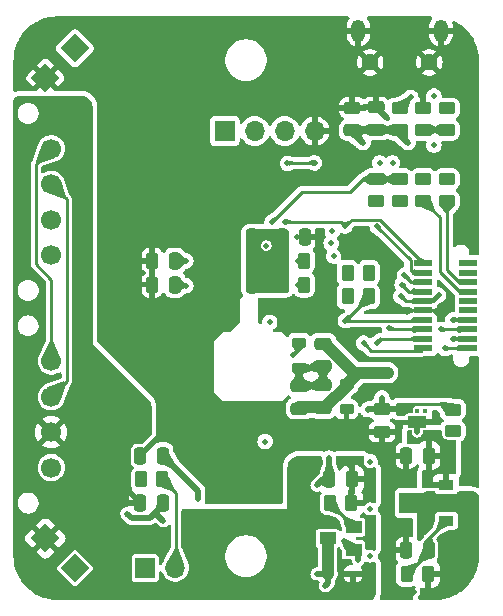
<source format=gbl>
%TF.GenerationSoftware,KiCad,Pcbnew,7.0.2*%
%TF.CreationDate,2023-11-21T14:16:56-06:00*%
%TF.ProjectId,BPS-PeripheralSOM,4250532d-5065-4726-9970-686572616c53,rev?*%
%TF.SameCoordinates,Original*%
%TF.FileFunction,Copper,L4,Bot*%
%TF.FilePolarity,Positive*%
%FSLAX46Y46*%
G04 Gerber Fmt 4.6, Leading zero omitted, Abs format (unit mm)*
G04 Created by KiCad (PCBNEW 7.0.2) date 2023-11-21 14:16:56*
%MOMM*%
%LPD*%
G01*
G04 APERTURE LIST*
G04 Aperture macros list*
%AMRoundRect*
0 Rectangle with rounded corners*
0 $1 Rounding radius*
0 $2 $3 $4 $5 $6 $7 $8 $9 X,Y pos of 4 corners*
0 Add a 4 corners polygon primitive as box body*
4,1,4,$2,$3,$4,$5,$6,$7,$8,$9,$2,$3,0*
0 Add four circle primitives for the rounded corners*
1,1,$1+$1,$2,$3*
1,1,$1+$1,$4,$5*
1,1,$1+$1,$6,$7*
1,1,$1+$1,$8,$9*
0 Add four rect primitives between the rounded corners*
20,1,$1+$1,$2,$3,$4,$5,0*
20,1,$1+$1,$4,$5,$6,$7,0*
20,1,$1+$1,$6,$7,$8,$9,0*
20,1,$1+$1,$8,$9,$2,$3,0*%
%AMRotRect*
0 Rectangle, with rotation*
0 The origin of the aperture is its center*
0 $1 length*
0 $2 width*
0 $3 Rotation angle, in degrees counterclockwise*
0 Add horizontal line*
21,1,$1,$2,0,0,$3*%
%AMFreePoly0*
4,1,9,3.862500,-0.866500,0.737500,-0.866500,0.737500,-0.450000,-0.737500,-0.450000,-0.737500,0.450000,0.737500,0.450000,0.737500,0.866500,3.862500,0.866500,3.862500,-0.866500,3.862500,-0.866500,$1*%
G04 Aperture macros list end*
%TA.AperFunction,ComponentPad*%
%ADD10RotRect,1.700000X1.700000X45.000000*%
%TD*%
%TA.AperFunction,ComponentPad*%
%ADD11R,1.700000X1.700000*%
%TD*%
%TA.AperFunction,ComponentPad*%
%ADD12O,1.700000X1.700000*%
%TD*%
%TA.AperFunction,ComponentPad*%
%ADD13C,1.700000*%
%TD*%
%TA.AperFunction,ComponentPad*%
%ADD14RotRect,1.700000X1.700000X315.000000*%
%TD*%
%TA.AperFunction,ComponentPad*%
%ADD15O,1.200000X1.900000*%
%TD*%
%TA.AperFunction,ComponentPad*%
%ADD16C,1.450000*%
%TD*%
%TA.AperFunction,SMDPad,CuDef*%
%ADD17R,1.500000X0.550000*%
%TD*%
%TA.AperFunction,SMDPad,CuDef*%
%ADD18R,1.400000X1.000000*%
%TD*%
%TA.AperFunction,SMDPad,CuDef*%
%ADD19RoundRect,0.250000X0.250000X0.475000X-0.250000X0.475000X-0.250000X-0.475000X0.250000X-0.475000X0*%
%TD*%
%TA.AperFunction,SMDPad,CuDef*%
%ADD20RoundRect,0.112500X0.187500X0.112500X-0.187500X0.112500X-0.187500X-0.112500X0.187500X-0.112500X0*%
%TD*%
%TA.AperFunction,SMDPad,CuDef*%
%ADD21RoundRect,0.250000X-0.475000X0.250000X-0.475000X-0.250000X0.475000X-0.250000X0.475000X0.250000X0*%
%TD*%
%TA.AperFunction,SMDPad,CuDef*%
%ADD22RoundRect,0.250000X-0.450000X0.262500X-0.450000X-0.262500X0.450000X-0.262500X0.450000X0.262500X0*%
%TD*%
%TA.AperFunction,SMDPad,CuDef*%
%ADD23RoundRect,0.250000X-0.262500X-0.450000X0.262500X-0.450000X0.262500X0.450000X-0.262500X0.450000X0*%
%TD*%
%TA.AperFunction,SMDPad,CuDef*%
%ADD24RoundRect,0.250000X0.450000X-0.262500X0.450000X0.262500X-0.450000X0.262500X-0.450000X-0.262500X0*%
%TD*%
%TA.AperFunction,SMDPad,CuDef*%
%ADD25RoundRect,0.250000X0.475000X-0.250000X0.475000X0.250000X-0.475000X0.250000X-0.475000X-0.250000X0*%
%TD*%
%TA.AperFunction,SMDPad,CuDef*%
%ADD26RoundRect,0.093750X-0.106250X0.093750X-0.106250X-0.093750X0.106250X-0.093750X0.106250X0.093750X0*%
%TD*%
%TA.AperFunction,SMDPad,CuDef*%
%ADD27R,1.600000X1.000000*%
%TD*%
%TA.AperFunction,SMDPad,CuDef*%
%ADD28R,1.300000X0.900000*%
%TD*%
%TA.AperFunction,SMDPad,CuDef*%
%ADD29FreePoly0,180.000000*%
%TD*%
%TA.AperFunction,SMDPad,CuDef*%
%ADD30RoundRect,0.218750X-0.381250X0.218750X-0.381250X-0.218750X0.381250X-0.218750X0.381250X0.218750X0*%
%TD*%
%TA.AperFunction,SMDPad,CuDef*%
%ADD31RoundRect,0.250000X0.262500X0.450000X-0.262500X0.450000X-0.262500X-0.450000X0.262500X-0.450000X0*%
%TD*%
%TA.AperFunction,SMDPad,CuDef*%
%ADD32RoundRect,0.250000X-0.250000X-0.475000X0.250000X-0.475000X0.250000X0.475000X-0.250000X0.475000X0*%
%TD*%
%TA.AperFunction,SMDPad,CuDef*%
%ADD33RoundRect,0.218750X0.381250X-0.218750X0.381250X0.218750X-0.381250X0.218750X-0.381250X-0.218750X0*%
%TD*%
%TA.AperFunction,ViaPad*%
%ADD34C,0.500000*%
%TD*%
%TA.AperFunction,Conductor*%
%ADD35C,0.500000*%
%TD*%
%TA.AperFunction,Conductor*%
%ADD36C,0.250000*%
%TD*%
%TA.AperFunction,Conductor*%
%ADD37C,1.000000*%
%TD*%
G04 APERTURE END LIST*
D10*
%TO.P,TP4,1,1*%
%TO.N,GNDPWR*%
X103000000Y-84500000D03*
%TD*%
D11*
%TO.P,J1,1,Pin_1*%
%TO.N,+3.3V*%
X118200000Y-50000000D03*
D12*
%TO.P,J1,2,Pin_2*%
%TO.N,/SWCLK*%
X120740000Y-50000000D03*
%TO.P,J1,3,Pin_3*%
%TO.N,/SWDIO*%
X123280000Y-50000000D03*
%TO.P,J1,4,Pin_4*%
%TO.N,GND*%
X125820000Y-50000000D03*
%TD*%
D13*
%TO.P,J4,1,5V*%
%TO.N,/5V_Ext*%
X103500000Y-78500000D03*
%TO.P,J4,2,GND*%
%TO.N,GNDPWR*%
X103500000Y-75500000D03*
%TO.P,J4,3,CAN_H*%
%TO.N,/CAN_H*%
X103500000Y-72500000D03*
%TO.P,J4,4,CAN_L*%
%TO.N,/CAN_L*%
X103500000Y-69500000D03*
%TD*%
D14*
%TO.P,TP6,1,1*%
%TO.N,GND*%
X103000000Y-45500000D03*
%TD*%
D11*
%TO.P,JP2,1,A*%
%TO.N,/CAN_L*%
X111460000Y-87000000D03*
D12*
%TO.P,JP2,2,B*%
%TO.N,/CAN/TERM_H*%
X114000000Y-87000000D03*
%TD*%
D14*
%TO.P,TP1,1,1*%
%TO.N,+3.3V*%
X105500000Y-43000000D03*
%TD*%
D15*
%TO.P,J3,6,Shield*%
%TO.N,GND*%
X136500000Y-41500000D03*
D16*
X135500000Y-44200000D03*
X130500000Y-44200000D03*
D15*
X129500000Y-41500000D03*
%TD*%
D13*
%TO.P,J2,1,5V*%
%TO.N,/5V_Ext*%
X103500000Y-60500000D03*
%TO.P,J2,2,GND*%
%TO.N,GNDPWR*%
X103500000Y-57500000D03*
%TO.P,J2,3,CAN_H*%
%TO.N,/CAN_H*%
X103500000Y-54500000D03*
%TO.P,J2,4,CAN_L*%
%TO.N,/CAN_L*%
X103500000Y-51500000D03*
%TD*%
D10*
%TO.P,TP3,1,1*%
%TO.N,+5V_ISO*%
X105500000Y-87000000D03*
%TD*%
D17*
%TO.P,J6,1,1*%
%TO.N,/SPI2_MOSI*%
X135000000Y-61200000D03*
%TO.P,J6,2,2*%
%TO.N,+3.3V*%
X138800000Y-61200000D03*
%TO.P,J6,3,3*%
%TO.N,/SPI2_MISO*%
X135000000Y-62000000D03*
%TO.P,J6,4,4*%
%TO.N,GND*%
X138800000Y-62000000D03*
%TO.P,J6,5,5*%
%TO.N,/SPI2_SCK*%
X135000000Y-62800000D03*
%TO.P,J6,6,6*%
%TO.N,/I2C2_SDA*%
X138800000Y-62800000D03*
%TO.P,J6,7,7*%
%TO.N,/SPI2_NSS*%
X135000000Y-63600000D03*
%TO.P,J6,8,8*%
%TO.N,/I2C2_SCL*%
X138800000Y-63600000D03*
%TO.P,J6,9,9*%
%TO.N,+3.3V*%
X135000000Y-64400000D03*
%TO.P,J6,10,10*%
%TO.N,VDDA*%
X138800000Y-64400000D03*
%TO.P,J6,11,11*%
%TO.N,GND*%
X135000000Y-65200000D03*
%TO.P,J6,12,12*%
%TO.N,GNDA*%
X138800000Y-65200000D03*
%TO.P,J6,13,13*%
%TO.N,/SPI1_SCK*%
X135000000Y-66000000D03*
%TO.P,J6,14,14*%
%TO.N,/I2C1_SCL*%
X138800000Y-66000000D03*
%TO.P,J6,15,15*%
%TO.N,/SPI1_MISO*%
X135000000Y-66800000D03*
%TO.P,J6,16,16*%
%TO.N,/I2C1_SDA*%
X138800000Y-66800000D03*
%TO.P,J6,17,17*%
%TO.N,/SPI1_MOSI*%
X135000000Y-67600000D03*
%TO.P,J6,18,18*%
%TO.N,/PA2*%
X138800000Y-67600000D03*
%TO.P,J6,19,19*%
%TO.N,/SPI1_NSS*%
X135000000Y-68400000D03*
%TO.P,J6,20,20*%
%TO.N,/PA1*%
X138800000Y-68400000D03*
%TD*%
D18*
%TO.P,Q1,1,G*%
%TO.N,Net-(Q1-G)*%
X129100000Y-83550000D03*
%TO.P,Q1,2,S*%
%TO.N,+5V_ISO*%
X129100000Y-85450000D03*
%TO.P,Q1,3,D*%
%TO.N,/5V_Ext*%
X126900000Y-84500000D03*
%TD*%
D19*
%TO.P,C2,1*%
%TO.N,/PB1*%
X113950000Y-61000000D03*
%TO.P,C2,2*%
%TO.N,GND*%
X112050000Y-61000000D03*
%TD*%
D20*
%TO.P,D3,1,A1*%
%TO.N,GNDPWR*%
X129050000Y-87500000D03*
%TO.P,D3,2,A2*%
%TO.N,/5V_Ext*%
X126950000Y-87500000D03*
%TD*%
D19*
%TO.P,C6,1*%
%TO.N,+5V_ISO*%
X112950000Y-81500000D03*
%TO.P,C6,2*%
%TO.N,GNDPWR*%
X111050000Y-81500000D03*
%TD*%
D21*
%TO.P,C7,1*%
%TO.N,VDDA*%
X124500000Y-71600000D03*
%TO.P,C7,2*%
%TO.N,GNDA*%
X124500000Y-73500000D03*
%TD*%
D19*
%TO.P,C8,1*%
%TO.N,Net-(Q2-B)*%
X135450000Y-85500000D03*
%TO.P,C8,2*%
%TO.N,GND*%
X133550000Y-85500000D03*
%TD*%
D22*
%TO.P,R10,1*%
%TO.N,Net-(IC1-1DRAIN_1)*%
X135000000Y-54087500D03*
%TO.P,R10,2*%
%TO.N,/I2C2_SCL*%
X135000000Y-55912500D03*
%TD*%
D19*
%TO.P,C17,1*%
%TO.N,+3.3V*%
X120500000Y-61000000D03*
%TO.P,C17,2*%
%TO.N,GND*%
X118600000Y-61000000D03*
%TD*%
D22*
%TO.P,R12,1*%
%TO.N,/I2C2_PU_EN*%
X133000000Y-54087500D03*
%TO.P,R12,2*%
%TO.N,Net-(IC1-1GATE)*%
X133000000Y-55912500D03*
%TD*%
D19*
%TO.P,C11,1*%
%TO.N,/NRST*%
X113950000Y-63000000D03*
%TO.P,C11,2*%
%TO.N,GND*%
X112050000Y-63000000D03*
%TD*%
D23*
%TO.P,R2,1*%
%TO.N,+3.3V*%
X123087500Y-63000000D03*
%TO.P,R2,2*%
%TO.N,/I2C1_SDA*%
X124912500Y-63000000D03*
%TD*%
D24*
%TO.P,R9,1*%
%TO.N,+3.3V*%
X131000000Y-55912500D03*
%TO.P,R9,2*%
%TO.N,/I2C2_PU_EN*%
X131000000Y-54087500D03*
%TD*%
D19*
%TO.P,C16,1*%
%TO.N,+3.3V*%
X120500000Y-59000000D03*
%TO.P,C16,2*%
%TO.N,GND*%
X118600000Y-59000000D03*
%TD*%
D25*
%TO.P,C10,1*%
%TO.N,+3.3V*%
X131000000Y-49900000D03*
%TO.P,C10,2*%
%TO.N,GND*%
X131000000Y-48000000D03*
%TD*%
D21*
%TO.P,C19,1*%
%TO.N,+3.3V*%
X131500000Y-73550000D03*
%TO.P,C19,2*%
%TO.N,GND*%
X131500000Y-75450000D03*
%TD*%
D26*
%TO.P,U6,1,OUT*%
%TO.N,+3.3V*%
X133850000Y-73725000D03*
%TO.P,U6,2,NC*%
%TO.N,unconnected-(U6-NC-Pad2)*%
X134500000Y-73725000D03*
%TO.P,U6,3,PG*%
%TO.N,unconnected-(U6-PG-Pad3)*%
X135150000Y-73725000D03*
%TO.P,U6,4,EN*%
%TO.N,Net-(Q2-E)*%
X135150000Y-75500000D03*
%TO.P,U6,5,GND*%
%TO.N,GND*%
X134500000Y-75500000D03*
%TO.P,U6,6,IN*%
%TO.N,Net-(Q2-E)*%
X133850000Y-75500000D03*
D27*
%TO.P,U6,7,EP*%
%TO.N,GND*%
X134500000Y-74612500D03*
%TD*%
D19*
%TO.P,C4,1*%
%TO.N,+3.3V*%
X112950000Y-77500000D03*
%TO.P,C4,2*%
%TO.N,GND*%
X111050000Y-77500000D03*
%TD*%
D22*
%TO.P,R1,1*%
%TO.N,+3.3V*%
X137500000Y-73587500D03*
%TO.P,R1,2*%
%TO.N,Net-(D2-A)*%
X137500000Y-75412500D03*
%TD*%
D28*
%TO.P,Q2,1,E*%
%TO.N,Net-(Q2-E)*%
X136950000Y-80000000D03*
D29*
%TO.P,Q2,2,C*%
%TO.N,+5V*%
X136862500Y-81500000D03*
D28*
%TO.P,Q2,3,B*%
%TO.N,Net-(Q2-B)*%
X136950000Y-83000000D03*
%TD*%
D25*
%TO.P,C9,1*%
%TO.N,+3.3V*%
X129000000Y-49950000D03*
%TO.P,C9,2*%
%TO.N,GND*%
X129000000Y-48050000D03*
%TD*%
D24*
%TO.P,R5,1*%
%TO.N,+3.3V*%
X133000000Y-49912500D03*
%TO.P,R5,2*%
%TO.N,Net-(U4-~{RST})*%
X133000000Y-48087500D03*
%TD*%
%TO.P,R4,1*%
%TO.N,Net-(U4-VBUS)*%
X135000000Y-49912500D03*
%TO.P,R4,2*%
%TO.N,GND*%
X135000000Y-48087500D03*
%TD*%
%TO.P,R13,1*%
%TO.N,/I2C2_SDA*%
X137000000Y-55912500D03*
%TO.P,R13,2*%
%TO.N,Net-(IC1-2DRAIN_1)*%
X137000000Y-54087500D03*
%TD*%
D19*
%TO.P,C18,1*%
%TO.N,Net-(Q2-E)*%
X135450000Y-77500000D03*
%TO.P,C18,2*%
%TO.N,GND*%
X133550000Y-77500000D03*
%TD*%
D30*
%TO.P,FB4,1*%
%TO.N,+3.3V*%
X124500000Y-67937500D03*
%TO.P,FB4,2*%
%TO.N,VDDA*%
X124500000Y-70062500D03*
%TD*%
D31*
%TO.P,R14,1*%
%TO.N,+5V*%
X135412500Y-87500000D03*
%TO.P,R14,2*%
%TO.N,Net-(Q2-B)*%
X133587500Y-87500000D03*
%TD*%
%TO.P,R16,1*%
%TO.N,/CAN/TERM_H*%
X112912500Y-79500000D03*
%TO.P,R16,2*%
%TO.N,/CAN_H*%
X111087500Y-79500000D03*
%TD*%
D21*
%TO.P,C12,1*%
%TO.N,VDDA*%
X126500000Y-71550000D03*
%TO.P,C12,2*%
%TO.N,GNDA*%
X126500000Y-73450000D03*
%TD*%
D32*
%TO.P,C1,1*%
%TO.N,+5V_ISO*%
X127050000Y-79500000D03*
%TO.P,C1,2*%
%TO.N,GNDPWR*%
X128950000Y-79500000D03*
%TD*%
D23*
%TO.P,R7,1*%
%TO.N,Net-(Q1-G)*%
X127087500Y-81500000D03*
%TO.P,R7,2*%
%TO.N,GNDPWR*%
X128912500Y-81500000D03*
%TD*%
D32*
%TO.P,C13,1*%
%TO.N,+3.3V*%
X123050000Y-59000000D03*
%TO.P,C13,2*%
%TO.N,GND*%
X124950000Y-59000000D03*
%TD*%
D23*
%TO.P,R20,1*%
%TO.N,Net-(U1-PA7)*%
X128587500Y-62000000D03*
%TO.P,R20,2*%
%TO.N,/SPI1_MOSI*%
X130412500Y-62000000D03*
%TD*%
D33*
%TO.P,FB1,1*%
%TO.N,GND*%
X128500000Y-73562500D03*
%TO.P,FB1,2*%
%TO.N,GNDA*%
X128500000Y-71437500D03*
%TD*%
D19*
%TO.P,C14,1*%
%TO.N,+3.3V*%
X120500000Y-63000000D03*
%TO.P,C14,2*%
%TO.N,GND*%
X118600000Y-63000000D03*
%TD*%
D24*
%TO.P,R3,1*%
%TO.N,Net-(U4-VBUS)*%
X137000000Y-49912500D03*
%TO.P,R3,2*%
%TO.N,Net-(J3-VBUS)*%
X137000000Y-48087500D03*
%TD*%
D23*
%TO.P,R15,1*%
%TO.N,Net-(U1-PA5)*%
X128587500Y-64000000D03*
%TO.P,R15,2*%
%TO.N,/SPI1_SCK*%
X130412500Y-64000000D03*
%TD*%
D25*
%TO.P,C15,1*%
%TO.N,VDDA*%
X126500000Y-69900000D03*
%TO.P,C15,2*%
%TO.N,GNDA*%
X126500000Y-68000000D03*
%TD*%
D23*
%TO.P,R8,1*%
%TO.N,+3.3V*%
X123087500Y-61000000D03*
%TO.P,R8,2*%
%TO.N,/I2C1_SCL*%
X124912500Y-61000000D03*
%TD*%
D34*
%TO.N,+5V*%
X135000000Y-81500000D03*
X136900000Y-87700000D03*
X138000000Y-81500000D03*
X137400000Y-85000000D03*
X138900000Y-86300000D03*
%TO.N,GND*%
X119000000Y-63000000D03*
X129800000Y-67000000D03*
X108600000Y-49700000D03*
X119800000Y-73900000D03*
X111050000Y-77500000D03*
X135200000Y-74600000D03*
X119900000Y-57703185D03*
X132700000Y-88700000D03*
X128480585Y-58978793D03*
X121700000Y-79200000D03*
X132400000Y-87300000D03*
X130400000Y-52200000D03*
X134200000Y-89000000D03*
X124300000Y-59000000D03*
X136500000Y-65900000D03*
X138800000Y-62000000D03*
X121100000Y-73900000D03*
X111300000Y-62000000D03*
X131900000Y-48900000D03*
X133800000Y-74600000D03*
X138600000Y-48800000D03*
X108600000Y-44700000D03*
X133600000Y-65300000D03*
%TO.N,+3.3V*%
X130300000Y-73600000D03*
X138800000Y-61200000D03*
X129900000Y-51000000D03*
X131500000Y-72600000D03*
X133100000Y-64000000D03*
X136300000Y-63900000D03*
X131000000Y-55912500D03*
X120500000Y-59000000D03*
X123000000Y-63000000D03*
X115900000Y-81200000D03*
X123968518Y-69000000D03*
X120500000Y-63000000D03*
X123000000Y-59000000D03*
X133700000Y-51000000D03*
%TO.N,/NRST*%
X122000000Y-66200000D03*
X114900000Y-63100000D03*
%TO.N,GNDPWR*%
X109200000Y-71500000D03*
X130500000Y-88000000D03*
X108000000Y-80000000D03*
X128000000Y-89000000D03*
X130500000Y-84000000D03*
X128700000Y-78300000D03*
X125400000Y-78300000D03*
X130500000Y-80000000D03*
X110800000Y-73100000D03*
%TO.N,/SPI2_MOSI*%
X128400000Y-58049999D03*
X123300000Y-57700000D03*
%TO.N,/SPI2_NSS*%
X133200000Y-63000000D03*
%TO.N,/SPI2_SCK*%
X133400000Y-62200000D03*
%TO.N,/SPI2_MISO*%
X131100026Y-58079573D03*
%TO.N,/SPI1_SCK*%
X128400000Y-66049999D03*
%TO.N,/SPI1_NSS*%
X129954641Y-67945359D03*
%TO.N,/SPI1_MOSI*%
X131105100Y-67950001D03*
X130412500Y-62000000D03*
%TO.N,/SPI1_MISO*%
X132122872Y-66701627D03*
%TO.N,/5V_Ext*%
X126700000Y-88500000D03*
X126000000Y-87500000D03*
%TO.N,/PA1*%
X136800000Y-68400000D03*
%TO.N,Net-(D2-A)*%
X137500000Y-75412500D03*
%TO.N,/I2C1_SCL*%
X124400000Y-61000000D03*
X137500000Y-66000000D03*
%TO.N,/I2C1_SDA*%
X136500000Y-66800000D03*
X124400000Y-63000000D03*
%TO.N,/I2C2_SCL*%
X138800000Y-63600000D03*
X127193413Y-59506587D03*
%TO.N,Net-(U4-VBUS)*%
X135000000Y-49912500D03*
%TO.N,Net-(U1-PA5)*%
X128587500Y-64000000D03*
%TO.N,Net-(U1-PA7)*%
X128587500Y-62000000D03*
%TO.N,/USART1_RX*%
X123500000Y-52750000D03*
X125800000Y-52700000D03*
%TO.N,GNDA*%
X132000000Y-70425500D03*
X138429500Y-65200000D03*
X125500000Y-73400000D03*
%TO.N,VDDA*%
X138800000Y-64400000D03*
X126500000Y-70700000D03*
%TO.N,+5V_ISO*%
X126000000Y-80000000D03*
X109900000Y-82400000D03*
X128300000Y-84700000D03*
X130500000Y-78000000D03*
X113000000Y-83000000D03*
X127000000Y-77700000D03*
X130500000Y-82000000D03*
X130500000Y-86000000D03*
X129500000Y-86300000D03*
%TO.N,/CAN_H*%
X111087500Y-79500000D03*
%TO.N,/PB1*%
X121700000Y-59700000D03*
X114900000Y-61000000D03*
%TO.N,/I2C2_PU_EN*%
X122200000Y-57700000D03*
%TO.N,/PA2*%
X137500000Y-67600000D03*
%TO.N,Net-(J3-VBUS)*%
X137000000Y-48087500D03*
%TO.N,Net-(J3-D-)*%
X135900000Y-47050000D03*
X132400000Y-52700000D03*
%TO.N,Net-(J3-D+)*%
X131300000Y-52700000D03*
X135900000Y-51200000D03*
%TO.N,/PB2*%
X127400000Y-60600000D03*
X121600000Y-76300000D03*
%TO.N,Net-(IC1-1GATE)*%
X133000000Y-55900000D03*
%TO.N,/I2C2_SDA*%
X127300000Y-58500000D03*
X138800000Y-62800000D03*
%TO.N,Net-(IC1-2DRAIN_1)*%
X137000000Y-54100000D03*
%TO.N,Net-(IC1-1DRAIN_1)*%
X135000000Y-54087500D03*
%TO.N,Net-(U4-~{RST})*%
X133931802Y-47144268D03*
%TD*%
D35*
%TO.N,GND*%
X131900000Y-48900000D02*
X131000000Y-48000000D01*
X134500000Y-75500000D02*
X134500000Y-74612500D01*
D36*
X135000000Y-65200000D02*
X133700000Y-65200000D01*
X133700000Y-65200000D02*
X133600000Y-65300000D01*
D35*
X135503987Y-65192160D02*
X135496147Y-65200000D01*
D36*
X135800000Y-65200000D02*
X136500000Y-65900000D01*
D35*
X111050000Y-77500000D02*
X111050000Y-77450000D01*
X111050000Y-77450000D02*
X112700000Y-75800000D01*
D36*
X135000000Y-65200000D02*
X135800000Y-65200000D01*
D35*
%TO.N,+3.3V*%
X132987500Y-49900000D02*
X133000000Y-49912500D01*
X133000000Y-50300000D02*
X133700000Y-51000000D01*
D36*
X123968518Y-69000000D02*
X124500000Y-68468518D01*
D35*
X131000000Y-49900000D02*
X132987500Y-49900000D01*
X133000000Y-49912500D02*
X133000000Y-50300000D01*
D36*
X135000000Y-64400000D02*
X133500000Y-64400000D01*
X137500000Y-73587500D02*
X137012500Y-73100000D01*
X124500000Y-68468518D02*
X124500000Y-67937500D01*
D35*
X115900000Y-80450000D02*
X115900000Y-81200000D01*
X129000000Y-49950000D02*
X129000000Y-50100000D01*
X130950000Y-49950000D02*
X131000000Y-49900000D01*
D36*
X134200000Y-73100000D02*
X133850000Y-73450000D01*
D35*
X131500000Y-73550000D02*
X131500000Y-72600000D01*
D36*
X136300000Y-63900000D02*
X135800000Y-64400000D01*
D35*
X129000000Y-49950000D02*
X130950000Y-49950000D01*
D36*
X137012500Y-73100000D02*
X134200000Y-73100000D01*
D35*
X130350000Y-73550000D02*
X130300000Y-73600000D01*
X129000000Y-50100000D02*
X129900000Y-51000000D01*
X131500000Y-73550000D02*
X130350000Y-73550000D01*
X112950000Y-77500000D02*
X115900000Y-80450000D01*
D36*
X135800000Y-64400000D02*
X135000000Y-64400000D01*
X133850000Y-73450000D02*
X133850000Y-73725000D01*
X133500000Y-64400000D02*
X133100000Y-64000000D01*
%TO.N,/NRST*%
X114900000Y-63100000D02*
X114050000Y-63100000D01*
X114050000Y-63100000D02*
X113950000Y-63000000D01*
D35*
%TO.N,GNDPWR*%
X109550000Y-80000000D02*
X108000000Y-80000000D01*
X111050000Y-81500000D02*
X109550000Y-80000000D01*
D36*
%TO.N,/SPI2_MOSI*%
X128050001Y-57700000D02*
X128400000Y-58049999D01*
X131332918Y-57499999D02*
X128950000Y-57499999D01*
X128950000Y-57499999D02*
X128400000Y-58049999D01*
X123300000Y-57700000D02*
X128050001Y-57700000D01*
X135000000Y-61167081D02*
X131332918Y-57499999D01*
%TO.N,/SPI2_NSS*%
X133800000Y-63600000D02*
X135000000Y-63600000D01*
X133200000Y-63000000D02*
X133800000Y-63600000D01*
%TO.N,/SPI2_SCK*%
X133400000Y-62200000D02*
X134000000Y-62800000D01*
X134000000Y-62800000D02*
X135000000Y-62800000D01*
%TO.N,/SPI2_MISO*%
X133925000Y-60925000D02*
X133925000Y-61800000D01*
X134125000Y-62000000D02*
X135000000Y-62000000D01*
X131100026Y-58079573D02*
X131100026Y-58100026D01*
X133925000Y-61800000D02*
X134125000Y-62000000D01*
X131100026Y-58100026D02*
X133925000Y-60925000D01*
%TO.N,/SPI1_SCK*%
X128400000Y-66049999D02*
X134950001Y-66049999D01*
X130412500Y-64037499D02*
X128400000Y-66049999D01*
%TO.N,/SPI1_NSS*%
X129954641Y-67945359D02*
X130609282Y-68600000D01*
X130609282Y-68600000D02*
X134800000Y-68600000D01*
X134800000Y-68600000D02*
X135000000Y-68400000D01*
%TO.N,/SPI1_MOSI*%
X131105100Y-67950001D02*
X131455101Y-67600000D01*
X131455101Y-67600000D02*
X135000000Y-67600000D01*
%TO.N,/SPI1_MISO*%
X132122872Y-66701627D02*
X132221245Y-66800000D01*
X132221245Y-66800000D02*
X135000000Y-66800000D01*
D37*
%TO.N,/5V_Ext*%
X126900000Y-87450000D02*
X126950000Y-87500000D01*
X126900000Y-84500000D02*
X126900000Y-87450000D01*
D35*
X126700000Y-88500000D02*
X126950000Y-88250000D01*
X126950000Y-87500000D02*
X126000000Y-87500000D01*
X126950000Y-88250000D02*
X126950000Y-87500000D01*
D36*
%TO.N,/PA1*%
X136800000Y-68400000D02*
X138800000Y-68400000D01*
%TO.N,/I2C1_SCL*%
X137500000Y-66000000D02*
X138800000Y-66000000D01*
%TO.N,/I2C1_SDA*%
X136500000Y-66800000D02*
X138800000Y-66800000D01*
%TO.N,/I2C2_SCL*%
X135000000Y-55912500D02*
X136400000Y-57312500D01*
X136400000Y-61900000D02*
X138100000Y-63600000D01*
X136400000Y-57312500D02*
X136400000Y-61900000D01*
X138100000Y-63600000D02*
X138800000Y-63600000D01*
%TO.N,Net-(Q1-G)*%
X127087500Y-81500000D02*
X127087500Y-81537500D01*
X127087500Y-81537500D02*
X129100000Y-83550000D01*
%TO.N,Net-(U4-VBUS)*%
X137000000Y-49912500D02*
X135000000Y-49912500D01*
%TO.N,/USART1_RX*%
X123550000Y-52700000D02*
X125800000Y-52700000D01*
X123500000Y-52750000D02*
X123550000Y-52700000D01*
D37*
%TO.N,GNDA*%
X129462500Y-70475000D02*
X132000000Y-70475000D01*
X126718503Y-73400000D02*
X128500000Y-71618503D01*
X128500000Y-71437500D02*
X129143503Y-70793997D01*
X125500000Y-73400000D02*
X124500000Y-73400000D01*
X126668503Y-68000000D02*
X129143503Y-70475000D01*
X128500000Y-71437500D02*
X129462500Y-70475000D01*
X129143503Y-70793997D02*
X129143503Y-70475000D01*
X128500000Y-71618503D02*
X128500000Y-71437500D01*
X125500000Y-73400000D02*
X126718503Y-73400000D01*
D35*
%TO.N,VDDA*%
X124500000Y-70062500D02*
X126337500Y-70062500D01*
X126337500Y-70062500D02*
X126500000Y-69900000D01*
X126500000Y-70700000D02*
X126500000Y-71550000D01*
X126500000Y-71550000D02*
X124550000Y-71550000D01*
X124500000Y-71600000D02*
X124500000Y-70062500D01*
X126500000Y-69900000D02*
X126500000Y-70700000D01*
X124550000Y-71550000D02*
X124500000Y-71600000D01*
%TO.N,+5V_ISO*%
X127050000Y-77750000D02*
X127000000Y-77700000D01*
X110300000Y-82800000D02*
X109900000Y-82400000D01*
X126500000Y-79500000D02*
X126000000Y-80000000D01*
X129500000Y-85850000D02*
X129100000Y-85450000D01*
X112312500Y-82312500D02*
X113000000Y-83000000D01*
X112950000Y-81500000D02*
X112950000Y-81675000D01*
X111825000Y-82800000D02*
X110300000Y-82800000D01*
X129100000Y-85450000D02*
X129050000Y-85450000D01*
X112312500Y-82312500D02*
X111825000Y-82800000D01*
X127050000Y-79500000D02*
X126500000Y-79500000D01*
X127050000Y-79500000D02*
X127050000Y-77750000D01*
X129500000Y-86300000D02*
X129500000Y-85850000D01*
X112950000Y-81675000D02*
X112312500Y-82312500D01*
X129050000Y-85450000D02*
X128300000Y-84700000D01*
D36*
%TO.N,/CAN/TERM_H*%
X114100000Y-80687500D02*
X114100000Y-86900000D01*
X114100000Y-86900000D02*
X114000000Y-87000000D01*
X112912500Y-79500000D02*
X114100000Y-80687500D01*
%TO.N,/CAN_H*%
X104800000Y-55800000D02*
X104800000Y-71200000D01*
X104800000Y-71200000D02*
X103500000Y-72500000D01*
X103500000Y-54500000D02*
X104800000Y-55800000D01*
%TO.N,/CAN_L*%
X103500000Y-51500000D02*
X102200000Y-52800000D01*
X103500000Y-62600000D02*
X103500000Y-69500000D01*
X102200000Y-52800000D02*
X102200000Y-61300000D01*
X102200000Y-61300000D02*
X103500000Y-62600000D01*
%TO.N,/PB1*%
X114900000Y-61000000D02*
X113950000Y-61000000D01*
%TO.N,/I2C2_PU_EN*%
X129912500Y-54087500D02*
X131000000Y-54087500D01*
X128800000Y-55200000D02*
X129912500Y-54087500D01*
X131000000Y-54087500D02*
X133000000Y-54087500D01*
X124700000Y-55200000D02*
X128800000Y-55200000D01*
X122200000Y-57700000D02*
X124700000Y-55200000D01*
%TO.N,/PA2*%
X137500000Y-67600000D02*
X138800000Y-67600000D01*
%TO.N,/I2C2_SDA*%
X137000000Y-61800000D02*
X137000000Y-55912500D01*
X138800000Y-62800000D02*
X138000000Y-62800000D01*
X138000000Y-62800000D02*
X137000000Y-61800000D01*
%TO.N,Net-(Q2-B)*%
X133593413Y-87500000D02*
X135450000Y-85643413D01*
X135450000Y-84500000D02*
X136950000Y-83000000D01*
X133587500Y-87500000D02*
X133593413Y-87500000D01*
X135450000Y-85643413D02*
X135450000Y-85500000D01*
X135450000Y-85500000D02*
X135450000Y-84500000D01*
%TO.N,Net-(U4-~{RST})*%
X133931802Y-47144268D02*
X133931802Y-47155698D01*
X133931802Y-47155698D02*
X133000000Y-48087500D01*
%TD*%
%TA.AperFunction,Conductor*%
%TO.N,+5V*%
G36*
X135971000Y-80519962D02*
G01*
X136025538Y-80574500D01*
X136032801Y-80588810D01*
X136047794Y-80622765D01*
X136127235Y-80702206D01*
X136230009Y-80747585D01*
X136255135Y-80750500D01*
X137644864Y-80750499D01*
X137667233Y-80747904D01*
X137669992Y-80747585D01*
X137721378Y-80724895D01*
X137772765Y-80702206D01*
X137852206Y-80622765D01*
X137867196Y-80588815D01*
X137915548Y-80528727D01*
X137987468Y-80500865D01*
X138003500Y-80500000D01*
X138992675Y-80500000D01*
X139007279Y-80500717D01*
X139008782Y-80500865D01*
X139180496Y-80517777D01*
X139209126Y-80523472D01*
X139368641Y-80571860D01*
X139395619Y-80583034D01*
X139542635Y-80661616D01*
X139566911Y-80677837D01*
X139645025Y-80741944D01*
X139689950Y-80804635D01*
X139699500Y-80857121D01*
X139699500Y-85996332D01*
X139699321Y-86003643D01*
X139682044Y-86355310D01*
X139680610Y-86369862D01*
X139629489Y-86714490D01*
X139626637Y-86728831D01*
X139541979Y-87066809D01*
X139537734Y-87080802D01*
X139420358Y-87408843D01*
X139414762Y-87422352D01*
X139265796Y-87737315D01*
X139258904Y-87750210D01*
X139079784Y-88049055D01*
X139071660Y-88061214D01*
X138864112Y-88341058D01*
X138854836Y-88352360D01*
X138620858Y-88610518D01*
X138610518Y-88620858D01*
X138352360Y-88854836D01*
X138341058Y-88864112D01*
X138157836Y-89000000D01*
X138061208Y-89071663D01*
X138049055Y-89079784D01*
X137750210Y-89258904D01*
X137737315Y-89265796D01*
X137422352Y-89414762D01*
X137408843Y-89420358D01*
X137080802Y-89537734D01*
X137066809Y-89541979D01*
X136728831Y-89626637D01*
X136714490Y-89629489D01*
X136369862Y-89680610D01*
X136355310Y-89682044D01*
X136003644Y-89699321D01*
X135996333Y-89699500D01*
X134734592Y-89699500D01*
X134660092Y-89679538D01*
X134608431Y-89629775D01*
X134606459Y-89626637D01*
X134583203Y-89589625D01*
X134568729Y-89559569D01*
X134562691Y-89542314D01*
X134556926Y-89465402D01*
X134585120Y-89402395D01*
X134592618Y-89392623D01*
X134592621Y-89392621D01*
X134680861Y-89277625D01*
X134736330Y-89143709D01*
X134755250Y-89000000D01*
X134736330Y-88856291D01*
X134733770Y-88836843D01*
X134735810Y-88836574D01*
X134729304Y-88787181D01*
X134758815Y-88715921D01*
X134820002Y-88668965D01*
X134896469Y-88658892D01*
X134923898Y-88665182D01*
X134997305Y-88689506D01*
X135096234Y-88699613D01*
X135103820Y-88699999D01*
X135162500Y-88699998D01*
X135162500Y-87750000D01*
X135662500Y-87750000D01*
X135662500Y-88699999D01*
X135721191Y-88699999D01*
X135728738Y-88699614D01*
X135827699Y-88689505D01*
X135994120Y-88634358D01*
X136143344Y-88542316D01*
X136267316Y-88418344D01*
X136359358Y-88269120D01*
X136414506Y-88102694D01*
X136424613Y-88003765D01*
X136425000Y-87996179D01*
X136425000Y-87750000D01*
X135662500Y-87750000D01*
X135162500Y-87750000D01*
X135162500Y-87399000D01*
X135182462Y-87324500D01*
X135237000Y-87269962D01*
X135311500Y-87250000D01*
X136424999Y-87250000D01*
X136424999Y-87003808D01*
X136424614Y-86996261D01*
X136414505Y-86897300D01*
X136359358Y-86730879D01*
X136267316Y-86581655D01*
X136167824Y-86482163D01*
X136129260Y-86415368D01*
X136129260Y-86338240D01*
X136154459Y-86286773D01*
X136184361Y-86247342D01*
X136239877Y-86106564D01*
X136250500Y-86018102D01*
X136250500Y-84981898D01*
X136239877Y-84893436D01*
X136215954Y-84832775D01*
X136210272Y-84815266D01*
X136204617Y-84793303D01*
X136175654Y-84731274D01*
X136106763Y-84583733D01*
X136093330Y-84507784D01*
X136119672Y-84435294D01*
X136136405Y-84415341D01*
X136416641Y-84135105D01*
X136458682Y-84105589D01*
X137185099Y-83764618D01*
X137248410Y-83750499D01*
X137640558Y-83750499D01*
X137644864Y-83750499D01*
X137667233Y-83747904D01*
X137669992Y-83747585D01*
X137721378Y-83724895D01*
X137772765Y-83702206D01*
X137852206Y-83622765D01*
X137897585Y-83519991D01*
X137900500Y-83494865D01*
X137900499Y-82505136D01*
X137897585Y-82480009D01*
X137897585Y-82480007D01*
X137852206Y-82377235D01*
X137772766Y-82297795D01*
X137772765Y-82297794D01*
X137669991Y-82252415D01*
X137669990Y-82252414D01*
X137669988Y-82252414D01*
X137649132Y-82249995D01*
X137649131Y-82249994D01*
X137644865Y-82249500D01*
X137640568Y-82249500D01*
X136259441Y-82249500D01*
X136259423Y-82249500D01*
X136255136Y-82249501D01*
X136250862Y-82249996D01*
X136250856Y-82249997D01*
X136230007Y-82252414D01*
X136127235Y-82297793D01*
X136047795Y-82377233D01*
X136002414Y-82480011D01*
X135999996Y-82500856D01*
X135999500Y-82505135D01*
X135999500Y-82509430D01*
X135999500Y-82509431D01*
X135999500Y-82928622D01*
X135992815Y-82972753D01*
X135831719Y-83492259D01*
X135794763Y-83553487D01*
X135302226Y-84046024D01*
X135292372Y-84055032D01*
X135276952Y-84067908D01*
X135265394Y-84081904D01*
X135255869Y-84092381D01*
X135175824Y-84172427D01*
X135175822Y-84172429D01*
X135101470Y-84246780D01*
X135091399Y-84266546D01*
X135079187Y-84286475D01*
X135066149Y-84304419D01*
X135064861Y-84308386D01*
X135038046Y-84357210D01*
X134828778Y-84610624D01*
X134808842Y-84629751D01*
X134767724Y-84683974D01*
X134706802Y-84731274D01*
X134630392Y-84741775D01*
X134558968Y-84712666D01*
X134511668Y-84651744D01*
X134500000Y-84593942D01*
X134500000Y-81507325D01*
X134500717Y-81492721D01*
X134501934Y-81480362D01*
X134517777Y-81319502D01*
X134523472Y-81290875D01*
X134571861Y-81131354D01*
X134583038Y-81104374D01*
X134661610Y-80957376D01*
X134677837Y-80933089D01*
X134740183Y-80857121D01*
X134783584Y-80804235D01*
X134804237Y-80783583D01*
X134854977Y-80741942D01*
X134933090Y-80677835D01*
X134957376Y-80661610D01*
X135093563Y-80588817D01*
X135104375Y-80583037D01*
X135131354Y-80571861D01*
X135290875Y-80523472D01*
X135319502Y-80517777D01*
X135491218Y-80500865D01*
X135492721Y-80500717D01*
X135507325Y-80500000D01*
X135896500Y-80500000D01*
X135971000Y-80519962D01*
G37*
%TD.AperFunction*%
%TD*%
%TA.AperFunction,Conductor*%
%TO.N,GNDPWR*%
G36*
X102923117Y-47002581D02*
G01*
X102943827Y-47002581D01*
X103076883Y-47002581D01*
X103090689Y-47000000D01*
X105992675Y-47000000D01*
X106007279Y-47000717D01*
X106021029Y-47002071D01*
X106180496Y-47017777D01*
X106209126Y-47023472D01*
X106368641Y-47071860D01*
X106395625Y-47083038D01*
X106542623Y-47161610D01*
X106566910Y-47177837D01*
X106695762Y-47283583D01*
X106716416Y-47304237D01*
X106822162Y-47433089D01*
X106838389Y-47457376D01*
X106916961Y-47604374D01*
X106928139Y-47631359D01*
X106943781Y-47682924D01*
X106972141Y-47776415D01*
X106976524Y-47790862D01*
X106982222Y-47819510D01*
X106999282Y-47992720D01*
X106999999Y-48007304D01*
X107000000Y-68000000D01*
X107292892Y-68292892D01*
X107292893Y-68292893D01*
X107295479Y-68295479D01*
X107295480Y-68295480D01*
X111701933Y-72701933D01*
X111711752Y-72712767D01*
X111822160Y-72847299D01*
X111838384Y-72871579D01*
X111916962Y-73018587D01*
X111928139Y-73045572D01*
X111976524Y-73205075D01*
X111982223Y-73233724D01*
X111999282Y-73406935D01*
X111999999Y-73421539D01*
X112000000Y-75659756D01*
X111980038Y-75734256D01*
X111956359Y-75765115D01*
X111290616Y-76430859D01*
X111223821Y-76469423D01*
X111185257Y-76474500D01*
X110756898Y-76474500D01*
X110752481Y-76475030D01*
X110752471Y-76475031D01*
X110668436Y-76485122D01*
X110527660Y-76540638D01*
X110527659Y-76540638D01*
X110527658Y-76540639D01*
X110407078Y-76632078D01*
X110315639Y-76752658D01*
X110315638Y-76752659D01*
X110315638Y-76752660D01*
X110260122Y-76893436D01*
X110250031Y-76977471D01*
X110250030Y-76977481D01*
X110249500Y-76981898D01*
X110249500Y-78018102D01*
X110250030Y-78022519D01*
X110250031Y-78022528D01*
X110260122Y-78106563D01*
X110290255Y-78182973D01*
X110315639Y-78247342D01*
X110407078Y-78367922D01*
X110453675Y-78403257D01*
X110500972Y-78464177D01*
X110511475Y-78540587D01*
X110482365Y-78612011D01*
X110453673Y-78640702D01*
X110432080Y-78657076D01*
X110432079Y-78657077D01*
X110432078Y-78657078D01*
X110340639Y-78777658D01*
X110340638Y-78777659D01*
X110340638Y-78777660D01*
X110285122Y-78918436D01*
X110275031Y-79002471D01*
X110275030Y-79002481D01*
X110274500Y-79006898D01*
X110274500Y-79993102D01*
X110275030Y-79997519D01*
X110275031Y-79997528D01*
X110285122Y-80081563D01*
X110340638Y-80222341D01*
X110348977Y-80233337D01*
X110378087Y-80304761D01*
X110367584Y-80381171D01*
X110335612Y-80428727D01*
X110207683Y-80556655D01*
X110115641Y-80705879D01*
X110060493Y-80872305D01*
X110050386Y-80971234D01*
X110050000Y-80978821D01*
X110050000Y-81250000D01*
X111151000Y-81250000D01*
X111225500Y-81269962D01*
X111280038Y-81324500D01*
X111300000Y-81399000D01*
X111300000Y-81601000D01*
X111280038Y-81675500D01*
X111225500Y-81730038D01*
X111151000Y-81750000D01*
X110050002Y-81750000D01*
X110006360Y-81793641D01*
X110005926Y-81793207D01*
X109975481Y-81823645D01*
X109918977Y-81838774D01*
X109919427Y-81842194D01*
X109909400Y-81843512D01*
X109885659Y-81843849D01*
X109820164Y-81855140D01*
X109814303Y-81856031D01*
X109752288Y-81864196D01*
X109733306Y-81869690D01*
X109679728Y-81895170D01*
X109672762Y-81898267D01*
X109621467Y-81919515D01*
X109596824Y-81934598D01*
X109595239Y-81935351D01*
X109554695Y-81970703D01*
X109547483Y-81976604D01*
X109507376Y-82007380D01*
X109505806Y-82009427D01*
X109485532Y-82031011D01*
X109481179Y-82034806D01*
X109453870Y-82076442D01*
X109447497Y-82085415D01*
X109437481Y-82098471D01*
X109419136Y-82122379D01*
X109416611Y-82128475D01*
X109403554Y-82153156D01*
X109398182Y-82161346D01*
X109384325Y-82205004D01*
X109379967Y-82216943D01*
X109363669Y-82256291D01*
X109362284Y-82266809D01*
X109356581Y-82292420D01*
X109352403Y-82305583D01*
X109350976Y-82347360D01*
X109349789Y-82361714D01*
X109344749Y-82400001D01*
X109346658Y-82414501D01*
X109347845Y-82439024D01*
X109347237Y-82456826D01*
X109356190Y-82493567D01*
X109359151Y-82509391D01*
X109363669Y-82543709D01*
X109370797Y-82560918D01*
X109377899Y-82582650D01*
X109383065Y-82603849D01*
X109399639Y-82633325D01*
X109407419Y-82649332D01*
X109419137Y-82677623D01*
X109432910Y-82695572D01*
X109444576Y-82713248D01*
X109457233Y-82735758D01*
X109478322Y-82756847D01*
X109491172Y-82771500D01*
X109507379Y-82792621D01*
X109511976Y-82796148D01*
X109528500Y-82808827D01*
X109543155Y-82821679D01*
X109902282Y-83180806D01*
X109905817Y-83184464D01*
X109949320Y-83231044D01*
X109961835Y-83238654D01*
X109983331Y-83251726D01*
X109995943Y-83260310D01*
X110027658Y-83284361D01*
X110042361Y-83290159D01*
X110065113Y-83301459D01*
X110078618Y-83309672D01*
X110098688Y-83315295D01*
X110116943Y-83320410D01*
X110131407Y-83325274D01*
X110146662Y-83331289D01*
X110168435Y-83339876D01*
X110184160Y-83341492D01*
X110209115Y-83346235D01*
X110224335Y-83350500D01*
X110264142Y-83350500D01*
X110279378Y-83351281D01*
X110318970Y-83355351D01*
X110318970Y-83355350D01*
X110318971Y-83355351D01*
X110334544Y-83352666D01*
X110359859Y-83350500D01*
X111813064Y-83350500D01*
X111818150Y-83350587D01*
X111881826Y-83352762D01*
X111920509Y-83343334D01*
X111935470Y-83340491D01*
X111974920Y-83335070D01*
X111989411Y-83328774D01*
X112013504Y-83320672D01*
X112028852Y-83316933D01*
X112063556Y-83297419D01*
X112077196Y-83290644D01*
X112113720Y-83274780D01*
X112125977Y-83264807D01*
X112146987Y-83250509D01*
X112160757Y-83242767D01*
X112160756Y-83242767D01*
X112160759Y-83242766D01*
X112188912Y-83214610D01*
X112200228Y-83204399D01*
X112220347Y-83188031D01*
X112290737Y-83156504D01*
X112367460Y-83164395D01*
X112419733Y-83198258D01*
X112578322Y-83356847D01*
X112591172Y-83371500D01*
X112607379Y-83392621D01*
X112629258Y-83409409D01*
X112635591Y-83414269D01*
X112636433Y-83414958D01*
X112637366Y-83415891D01*
X112666216Y-83437768D01*
X112721882Y-83480483D01*
X112726173Y-83483775D01*
X112727656Y-83484360D01*
X112727658Y-83484361D01*
X112753072Y-83494383D01*
X112793698Y-83510404D01*
X112863669Y-83539386D01*
X112868435Y-83539875D01*
X112868436Y-83539876D01*
X112933864Y-83546601D01*
X112937973Y-83547083D01*
X113000000Y-83555250D01*
X113000004Y-83555249D01*
X113007596Y-83556249D01*
X113014317Y-83556154D01*
X113018969Y-83555351D01*
X113018972Y-83555352D01*
X113079860Y-83544852D01*
X113085650Y-83543972D01*
X113143709Y-83536330D01*
X113143715Y-83536327D01*
X113147729Y-83535799D01*
X113166682Y-83530314D01*
X113168098Y-83529640D01*
X113168101Y-83529640D01*
X113220286Y-83504821D01*
X113227216Y-83501740D01*
X113277625Y-83480861D01*
X113277628Y-83480858D01*
X113278535Y-83480483D01*
X113303182Y-83465398D01*
X113304762Y-83464647D01*
X113345312Y-83429288D01*
X113352497Y-83423408D01*
X113392621Y-83392621D01*
X113394181Y-83390588D01*
X113414474Y-83368982D01*
X113427577Y-83357557D01*
X113496848Y-83323642D01*
X113573796Y-83328906D01*
X113637803Y-83371939D01*
X113671718Y-83441210D01*
X113674499Y-83469861D01*
X113674500Y-85192168D01*
X113655438Y-85265086D01*
X113044179Y-86354327D01*
X113033150Y-86371196D01*
X113017636Y-86391741D01*
X113017634Y-86391744D01*
X113017634Y-86391745D01*
X112976633Y-86474086D01*
X112975581Y-86476198D01*
X112972142Y-86482695D01*
X112954721Y-86513741D01*
X112953679Y-86515697D01*
X112946418Y-86529615D01*
X112946410Y-86529631D01*
X112946384Y-86529682D01*
X112945788Y-86530908D01*
X112945183Y-86532292D01*
X112945171Y-86532320D01*
X112929164Y-86568993D01*
X112925988Y-86575795D01*
X112922596Y-86582606D01*
X112916203Y-86605076D01*
X112903228Y-86650680D01*
X112902811Y-86652144D01*
X112863222Y-86718336D01*
X112795841Y-86755867D01*
X112718722Y-86754679D01*
X112652530Y-86715090D01*
X112614999Y-86647709D01*
X112610499Y-86611367D01*
X112610499Y-86531635D01*
X112945417Y-86531635D01*
X112945788Y-86530908D01*
X112946031Y-86530393D01*
X112945417Y-86531635D01*
X112610499Y-86531635D01*
X112610499Y-86109441D01*
X112610499Y-86105136D01*
X112607585Y-86080009D01*
X112607585Y-86080007D01*
X112562206Y-85977235D01*
X112482766Y-85897795D01*
X112482765Y-85897794D01*
X112379991Y-85852415D01*
X112379990Y-85852414D01*
X112379988Y-85852414D01*
X112359132Y-85849995D01*
X112359131Y-85849994D01*
X112354865Y-85849500D01*
X112350568Y-85849500D01*
X110569441Y-85849500D01*
X110569423Y-85849500D01*
X110565136Y-85849501D01*
X110560862Y-85849996D01*
X110560856Y-85849997D01*
X110540007Y-85852414D01*
X110437235Y-85897793D01*
X110357795Y-85977233D01*
X110312414Y-86080011D01*
X110311646Y-86086634D01*
X110309500Y-86105135D01*
X110309500Y-86109430D01*
X110309500Y-86109431D01*
X110309500Y-87890558D01*
X110309501Y-87890568D01*
X110309501Y-87894864D01*
X110309996Y-87899132D01*
X110309997Y-87899143D01*
X110312414Y-87919992D01*
X110357793Y-88022764D01*
X110357794Y-88022764D01*
X110357794Y-88022765D01*
X110437235Y-88102206D01*
X110540009Y-88147585D01*
X110565135Y-88150500D01*
X112354864Y-88150499D01*
X112377233Y-88147904D01*
X112379992Y-88147585D01*
X112462121Y-88111321D01*
X112482765Y-88102206D01*
X112562206Y-88022765D01*
X112607585Y-87919991D01*
X112610500Y-87894865D01*
X112610499Y-87388632D01*
X112630461Y-87314135D01*
X112684999Y-87259597D01*
X112759499Y-87239635D01*
X112833999Y-87259597D01*
X112888537Y-87314135D01*
X112902811Y-87347858D01*
X112922595Y-87417392D01*
X113017633Y-87608254D01*
X113146127Y-87778406D01*
X113303699Y-87922053D01*
X113484975Y-88034295D01*
X113484978Y-88034296D01*
X113484981Y-88034298D01*
X113683802Y-88111321D01*
X113893390Y-88150500D01*
X114106610Y-88150500D01*
X114316198Y-88111321D01*
X114515019Y-88034298D01*
X114696302Y-87922052D01*
X114853872Y-87778407D01*
X114982366Y-87608255D01*
X115077405Y-87417389D01*
X115135756Y-87212310D01*
X115155429Y-87000000D01*
X115135756Y-86787690D01*
X115077405Y-86582611D01*
X115074125Y-86576024D01*
X115068517Y-86559896D01*
X115068423Y-86559936D01*
X115056205Y-86530393D01*
X114891232Y-86131481D01*
X118245500Y-86131481D01*
X118284692Y-86391510D01*
X118362201Y-86642788D01*
X118476295Y-86879705D01*
X118476297Y-86879707D01*
X118476298Y-86879710D01*
X118624430Y-87096980D01*
X118803290Y-87289746D01*
X119008883Y-87453701D01*
X119089075Y-87500000D01*
X119236617Y-87585184D01*
X119481401Y-87681254D01*
X119673065Y-87725000D01*
X119737772Y-87739769D01*
X119934346Y-87754500D01*
X119937145Y-87754500D01*
X120062855Y-87754500D01*
X120065654Y-87754500D01*
X120262228Y-87739769D01*
X120518598Y-87681254D01*
X120614267Y-87643707D01*
X120763382Y-87585184D01*
X120763384Y-87585183D01*
X120991117Y-87453701D01*
X121196710Y-87289746D01*
X121375570Y-87096980D01*
X121523702Y-86879710D01*
X121637798Y-86642788D01*
X121715308Y-86391508D01*
X121754500Y-86131482D01*
X121754500Y-85868518D01*
X121715308Y-85608492D01*
X121676995Y-85484286D01*
X121637798Y-85357211D01*
X121523704Y-85120294D01*
X121523703Y-85120293D01*
X121523702Y-85120290D01*
X121375570Y-84903020D01*
X121196710Y-84710254D01*
X121196709Y-84710253D01*
X121196708Y-84710252D01*
X120991117Y-84546299D01*
X120763382Y-84414815D01*
X120518598Y-84318745D01*
X120262227Y-84260230D01*
X120068452Y-84245709D01*
X120068433Y-84245708D01*
X120065654Y-84245500D01*
X119934346Y-84245500D01*
X119931567Y-84245708D01*
X119931547Y-84245709D01*
X119737772Y-84260230D01*
X119481401Y-84318745D01*
X119236617Y-84414815D01*
X119008882Y-84546299D01*
X118803291Y-84710252D01*
X118624430Y-84903019D01*
X118476295Y-85120294D01*
X118362201Y-85357211D01*
X118284692Y-85608489D01*
X118245500Y-85868518D01*
X118245500Y-86131481D01*
X114891232Y-86131481D01*
X114536809Y-85274468D01*
X114525499Y-85217525D01*
X114525500Y-82149000D01*
X114545462Y-82074500D01*
X114600000Y-82019962D01*
X114674500Y-82000000D01*
X122496340Y-82000000D01*
X122500000Y-82000000D01*
X123500000Y-82000000D01*
X123500000Y-80261862D01*
X123500000Y-78507325D01*
X123500717Y-78492721D01*
X123510576Y-78392621D01*
X123517777Y-78319502D01*
X123523472Y-78290875D01*
X123571861Y-78131354D01*
X123583038Y-78104374D01*
X123661610Y-77957376D01*
X123677837Y-77933089D01*
X123685506Y-77923745D01*
X123783584Y-77804235D01*
X123804237Y-77783583D01*
X123933090Y-77677835D01*
X123957376Y-77661610D01*
X124104374Y-77583038D01*
X124131354Y-77571861D01*
X124290875Y-77523472D01*
X124319502Y-77517777D01*
X124480362Y-77501934D01*
X124492721Y-77500717D01*
X124507325Y-77500000D01*
X126301178Y-77500000D01*
X126375678Y-77519962D01*
X126430216Y-77574500D01*
X126450178Y-77649000D01*
X126448904Y-77668443D01*
X126445649Y-77693175D01*
X126444750Y-77700002D01*
X126446658Y-77714501D01*
X126447845Y-77739024D01*
X126447237Y-77756826D01*
X126456190Y-77793567D01*
X126459151Y-77809391D01*
X126463669Y-77843709D01*
X126470797Y-77860918D01*
X126477899Y-77882650D01*
X126487915Y-77923745D01*
X126486903Y-77923991D01*
X126499500Y-77972094D01*
X126499500Y-78182972D01*
X126491003Y-78232568D01*
X126288102Y-78807379D01*
X126283175Y-78821336D01*
X126282537Y-78823586D01*
X126282529Y-78823615D01*
X126273249Y-78856403D01*
X126273241Y-78856433D01*
X126272890Y-78857672D01*
X126272889Y-78857678D01*
X126272611Y-78858661D01*
X126272790Y-78857985D01*
X126267122Y-78875686D01*
X126260122Y-78893436D01*
X126255054Y-78935645D01*
X126226352Y-79007233D01*
X126201141Y-79033468D01*
X126199013Y-79035199D01*
X126178019Y-79049486D01*
X126164240Y-79057233D01*
X126136096Y-79085377D01*
X126124776Y-79095594D01*
X126093891Y-79120722D01*
X126084775Y-79133636D01*
X126068410Y-79153063D01*
X125868731Y-79352742D01*
X125863105Y-79358082D01*
X125809673Y-79406221D01*
X125803129Y-79412287D01*
X125802217Y-79413157D01*
X125801638Y-79413756D01*
X125792805Y-79422589D01*
X125789916Y-79427023D01*
X125770444Y-79451029D01*
X125643153Y-79578320D01*
X125628504Y-79591167D01*
X125607379Y-79607377D01*
X125585729Y-79635591D01*
X125585035Y-79636439D01*
X125584109Y-79637366D01*
X125581985Y-79640165D01*
X125581975Y-79640179D01*
X125562231Y-79666216D01*
X125516225Y-79726171D01*
X125489596Y-79793698D01*
X125460614Y-79863666D01*
X125453399Y-79933842D01*
X125452905Y-79938050D01*
X125443752Y-80007571D01*
X125443848Y-80014338D01*
X125455141Y-80079837D01*
X125456032Y-80085699D01*
X125463067Y-80139132D01*
X125464198Y-80147717D01*
X125469689Y-80166690D01*
X125495165Y-80220260D01*
X125498263Y-80227230D01*
X125519512Y-80278530D01*
X125534599Y-80303179D01*
X125535351Y-80304760D01*
X125570704Y-80345306D01*
X125576598Y-80352507D01*
X125607379Y-80392621D01*
X125608100Y-80393174D01*
X125609416Y-80394184D01*
X125631013Y-80414469D01*
X125634808Y-80418821D01*
X125676451Y-80446134D01*
X125685419Y-80452504D01*
X125701034Y-80464486D01*
X125722375Y-80480861D01*
X125728460Y-80483381D01*
X125753165Y-80496450D01*
X125759339Y-80500500D01*
X125761347Y-80501817D01*
X125804998Y-80515671D01*
X125816944Y-80520032D01*
X125856288Y-80536329D01*
X125856291Y-80536330D01*
X125866805Y-80537714D01*
X125892424Y-80543419D01*
X125905584Y-80547596D01*
X125947372Y-80549023D01*
X125961710Y-80550208D01*
X126000000Y-80555250D01*
X126014491Y-80553341D01*
X126039031Y-80552154D01*
X126056826Y-80552762D01*
X126093559Y-80543809D01*
X126109379Y-80540848D01*
X126143709Y-80536330D01*
X126160915Y-80529202D01*
X126182648Y-80522099D01*
X126203852Y-80516933D01*
X126203854Y-80516931D01*
X126206857Y-80516200D01*
X126283965Y-80517956D01*
X126349864Y-80558031D01*
X126386898Y-80625687D01*
X126385142Y-80702795D01*
X126360859Y-80750994D01*
X126340638Y-80777658D01*
X126285122Y-80918436D01*
X126275031Y-81002471D01*
X126275030Y-81002481D01*
X126274500Y-81006898D01*
X126274500Y-81993102D01*
X126275030Y-81997519D01*
X126275031Y-81997528D01*
X126285122Y-82081563D01*
X126327753Y-82189665D01*
X126340639Y-82222342D01*
X126432078Y-82342922D01*
X126552658Y-82434361D01*
X126693436Y-82489877D01*
X126781898Y-82500500D01*
X126956659Y-82500500D01*
X127006041Y-82508921D01*
X127276276Y-82603849D01*
X127651786Y-82735758D01*
X127669462Y-82741967D01*
X127725439Y-82777187D01*
X127859857Y-82911605D01*
X127896684Y-82972419D01*
X128092686Y-83598052D01*
X128099500Y-83642597D01*
X128099500Y-83714811D01*
X128079538Y-83789311D01*
X128025000Y-83843849D01*
X127950500Y-83863811D01*
X127876000Y-83843849D01*
X127845141Y-83820170D01*
X127772766Y-83747795D01*
X127772765Y-83747795D01*
X127772765Y-83747794D01*
X127669991Y-83702415D01*
X127669990Y-83702414D01*
X127669988Y-83702414D01*
X127649132Y-83699995D01*
X127649131Y-83699994D01*
X127644865Y-83699500D01*
X127640569Y-83699500D01*
X126953322Y-83699500D01*
X126936641Y-83698563D01*
X126931875Y-83698026D01*
X126899999Y-83694434D01*
X126863358Y-83698563D01*
X126846676Y-83699500D01*
X126159441Y-83699500D01*
X126159423Y-83699500D01*
X126155136Y-83699501D01*
X126150862Y-83699996D01*
X126150856Y-83699997D01*
X126130007Y-83702414D01*
X126027235Y-83747793D01*
X125947795Y-83827233D01*
X125902414Y-83930011D01*
X125899995Y-83950867D01*
X125899500Y-83955135D01*
X125899500Y-83959430D01*
X125899500Y-83959431D01*
X125899500Y-85040558D01*
X125899500Y-85040575D01*
X125899501Y-85044864D01*
X125899996Y-85049138D01*
X125899997Y-85049143D01*
X125902414Y-85069992D01*
X125947793Y-85172764D01*
X126046930Y-85271901D01*
X126045731Y-85273099D01*
X126070769Y-85293245D01*
X126098634Y-85365163D01*
X126099500Y-85381202D01*
X126099500Y-86800981D01*
X126079538Y-86875481D01*
X126025000Y-86930019D01*
X125969932Y-86948708D01*
X125964732Y-86949392D01*
X125963653Y-86949500D01*
X125962342Y-86949500D01*
X125958835Y-86949981D01*
X125958825Y-86949983D01*
X125926450Y-86954432D01*
X125926450Y-86954433D01*
X125856291Y-86963670D01*
X125856290Y-86963670D01*
X125851538Y-86964296D01*
X125784964Y-86993214D01*
X125714997Y-87022194D01*
X125660286Y-87066704D01*
X125656965Y-87069328D01*
X125601320Y-87112028D01*
X125596601Y-87116882D01*
X125558278Y-87171173D01*
X125554761Y-87175951D01*
X125516684Y-87225573D01*
X125507148Y-87242876D01*
X125487275Y-87298790D01*
X125484538Y-87305906D01*
X125463296Y-87357190D01*
X125456535Y-87385285D01*
X125455945Y-87386944D01*
X125452273Y-87440615D01*
X125451348Y-87449877D01*
X125450845Y-87453701D01*
X125444750Y-87500003D01*
X125445086Y-87502557D01*
X125446012Y-87532151D01*
X125445617Y-87537916D01*
X125455750Y-87586677D01*
X125457591Y-87597541D01*
X125463669Y-87643707D01*
X125466191Y-87649795D01*
X125474413Y-87676491D01*
X125476406Y-87686081D01*
X125497475Y-87726741D01*
X125502839Y-87738274D01*
X125519137Y-87777623D01*
X125525593Y-87786036D01*
X125539678Y-87808190D01*
X125546029Y-87820447D01*
X125574561Y-87850998D01*
X125583872Y-87861988D01*
X125607377Y-87892619D01*
X125607379Y-87892621D01*
X125618982Y-87901525D01*
X125637158Y-87918022D01*
X125649320Y-87931044D01*
X125681619Y-87950685D01*
X125694906Y-87959784D01*
X125722373Y-87980860D01*
X125722374Y-87980860D01*
X125722375Y-87980861D01*
X125739580Y-87987987D01*
X125759972Y-87998333D01*
X125778618Y-88009672D01*
X125811185Y-88018796D01*
X125827999Y-88024611D01*
X125843476Y-88031021D01*
X125856290Y-88036330D01*
X125878717Y-88039282D01*
X125899474Y-88043534D01*
X125924335Y-88050500D01*
X125954156Y-88050500D01*
X125973604Y-88051774D01*
X126000000Y-88055250D01*
X126026395Y-88051774D01*
X126045844Y-88050500D01*
X126066576Y-88050500D01*
X126141076Y-88070462D01*
X126195614Y-88125000D01*
X126215576Y-88199500D01*
X126205187Y-88254160D01*
X126192688Y-88285857D01*
X126189596Y-88293698D01*
X126160614Y-88363666D01*
X126153399Y-88433842D01*
X126152905Y-88438050D01*
X126143752Y-88507571D01*
X126143848Y-88514338D01*
X126155141Y-88579837D01*
X126156032Y-88585699D01*
X126164198Y-88647717D01*
X126169689Y-88666690D01*
X126195165Y-88720260D01*
X126198263Y-88727230D01*
X126219512Y-88778530D01*
X126234599Y-88803179D01*
X126235351Y-88804760D01*
X126270704Y-88845306D01*
X126276598Y-88852507D01*
X126307379Y-88892621D01*
X126309416Y-88894184D01*
X126331013Y-88914469D01*
X126334808Y-88918821D01*
X126376451Y-88946134D01*
X126385419Y-88952504D01*
X126396001Y-88960624D01*
X126422375Y-88980861D01*
X126428460Y-88983381D01*
X126453165Y-88996450D01*
X126459129Y-89000362D01*
X126461347Y-89001817D01*
X126504998Y-89015671D01*
X126516944Y-89020032D01*
X126556288Y-89036329D01*
X126556291Y-89036330D01*
X126566805Y-89037714D01*
X126592424Y-89043419D01*
X126605584Y-89047596D01*
X126647372Y-89049023D01*
X126661710Y-89050208D01*
X126700000Y-89055250D01*
X126714491Y-89053341D01*
X126739031Y-89052154D01*
X126756826Y-89052762D01*
X126793559Y-89043809D01*
X126809379Y-89040848D01*
X126843709Y-89036330D01*
X126860915Y-89029202D01*
X126882656Y-89022098D01*
X126883310Y-89021938D01*
X126903852Y-89016933D01*
X126933339Y-89000352D01*
X126949329Y-88992580D01*
X126977625Y-88980861D01*
X126995574Y-88967087D01*
X127013243Y-88955425D01*
X127035759Y-88942766D01*
X127056851Y-88921673D01*
X127071496Y-88908830D01*
X127092621Y-88892621D01*
X127108829Y-88871496D01*
X127121673Y-88856850D01*
X127330850Y-88647673D01*
X127334418Y-88644224D01*
X127381044Y-88600680D01*
X127391946Y-88582752D01*
X127401726Y-88566669D01*
X127410315Y-88554049D01*
X127434361Y-88522342D01*
X127440160Y-88507635D01*
X127451463Y-88484880D01*
X127459672Y-88471382D01*
X127470411Y-88433048D01*
X127475268Y-88418605D01*
X127489876Y-88381565D01*
X127491492Y-88365835D01*
X127496233Y-88340890D01*
X127500500Y-88325665D01*
X127500500Y-88285857D01*
X127501281Y-88270621D01*
X127501399Y-88269467D01*
X127505351Y-88231029D01*
X127502666Y-88215458D01*
X127500499Y-88190139D01*
X127500499Y-88145736D01*
X127520461Y-88071236D01*
X127533002Y-88052841D01*
X127632092Y-87928587D01*
X127710360Y-87766061D01*
X127719732Y-87725000D01*
X128257359Y-87725000D01*
X128295908Y-87857685D01*
X128374684Y-87990889D01*
X128484110Y-88100315D01*
X128617314Y-88179091D01*
X128765922Y-88222266D01*
X128797746Y-88224771D01*
X128803560Y-88224999D01*
X128824998Y-88224998D01*
X128824999Y-88224998D01*
X128825000Y-87725000D01*
X129275000Y-87725000D01*
X129275000Y-88224999D01*
X129296432Y-88224999D01*
X129302260Y-88224770D01*
X129334076Y-88222266D01*
X129482685Y-88179091D01*
X129615889Y-88100315D01*
X129725315Y-87990889D01*
X129804091Y-87857685D01*
X129842641Y-87725000D01*
X129275000Y-87725000D01*
X128825000Y-87725000D01*
X128257359Y-87725000D01*
X127719732Y-87725000D01*
X127746378Y-87608254D01*
X127750500Y-87590196D01*
X127750500Y-87409804D01*
X127706625Y-87217572D01*
X127709072Y-87217013D01*
X127700500Y-87179456D01*
X127700500Y-86300000D01*
X127700499Y-85381198D01*
X127720461Y-85306702D01*
X127774999Y-85252164D01*
X127789305Y-85244902D01*
X127793725Y-85242950D01*
X127869939Y-85231114D01*
X127941861Y-85258970D01*
X127989311Y-85317040D01*
X128085892Y-85527235D01*
X128099500Y-85589445D01*
X128099500Y-85990558D01*
X128099500Y-85990575D01*
X128099501Y-85994864D01*
X128099996Y-85999138D01*
X128099997Y-85999143D01*
X128102414Y-86019992D01*
X128147793Y-86122764D01*
X128147794Y-86122764D01*
X128147794Y-86122765D01*
X128227235Y-86202206D01*
X128330009Y-86247585D01*
X128355135Y-86250500D01*
X128807566Y-86250499D01*
X128882066Y-86270461D01*
X128936604Y-86324999D01*
X128955287Y-86380041D01*
X128963670Y-86443709D01*
X128964296Y-86448462D01*
X128992652Y-86513741D01*
X128993214Y-86515035D01*
X129015584Y-86569043D01*
X129025628Y-86645488D01*
X128996093Y-86716737D01*
X128934891Y-86763673D01*
X128877910Y-86775000D01*
X128803569Y-86775000D01*
X128797739Y-86775229D01*
X128765923Y-86777733D01*
X128617314Y-86820908D01*
X128484110Y-86899684D01*
X128374684Y-87009110D01*
X128295908Y-87142314D01*
X128257359Y-87275000D01*
X129842640Y-87275000D01*
X129804091Y-87142314D01*
X129715734Y-86992909D01*
X129719559Y-86990646D01*
X129698356Y-86953920D01*
X129698356Y-86876792D01*
X129736920Y-86809997D01*
X129762255Y-86793070D01*
X129762055Y-86792809D01*
X129777622Y-86780861D01*
X129777625Y-86780861D01*
X129786039Y-86774404D01*
X129808186Y-86760323D01*
X129820447Y-86753971D01*
X129851004Y-86725431D01*
X129861984Y-86716129D01*
X129892621Y-86692621D01*
X129901518Y-86681025D01*
X129918028Y-86662836D01*
X129929476Y-86652144D01*
X129931044Y-86650680D01*
X129950693Y-86618366D01*
X129959786Y-86605088D01*
X129980861Y-86577625D01*
X129987990Y-86560411D01*
X129998332Y-86540028D01*
X130007871Y-86524342D01*
X130063636Y-86471062D01*
X130138571Y-86452802D01*
X130212597Y-86474455D01*
X130221302Y-86480416D01*
X130222373Y-86480859D01*
X130222375Y-86480861D01*
X130356291Y-86536330D01*
X130500000Y-86555250D01*
X130643709Y-86536330D01*
X130777625Y-86480861D01*
X130777627Y-86480858D01*
X130793979Y-86474086D01*
X130870447Y-86464019D01*
X130941704Y-86493534D01*
X130988657Y-86554724D01*
X130999999Y-86611744D01*
X130999999Y-88992674D01*
X130999282Y-89007278D01*
X130982223Y-89180488D01*
X130976524Y-89209137D01*
X130928139Y-89368640D01*
X130916962Y-89395625D01*
X130859875Y-89502429D01*
X130838389Y-89542626D01*
X130822161Y-89566912D01*
X130758057Y-89645024D01*
X130695364Y-89689950D01*
X130642878Y-89699500D01*
X104003667Y-89699500D01*
X103996356Y-89699321D01*
X103644689Y-89682044D01*
X103630137Y-89680610D01*
X103285509Y-89629489D01*
X103271168Y-89626637D01*
X102933190Y-89541979D01*
X102919197Y-89537734D01*
X102591156Y-89420358D01*
X102577647Y-89414762D01*
X102262684Y-89265796D01*
X102249789Y-89258904D01*
X102063656Y-89147340D01*
X101950939Y-89079780D01*
X101938800Y-89071670D01*
X101658941Y-88864112D01*
X101647639Y-88854836D01*
X101506846Y-88727230D01*
X101389471Y-88620848D01*
X101379151Y-88610528D01*
X101244531Y-88461997D01*
X101145163Y-88352360D01*
X101135887Y-88341058D01*
X101100762Y-88293698D01*
X100928326Y-88061195D01*
X100920221Y-88049065D01*
X100741095Y-87750210D01*
X100734203Y-87737315D01*
X100585237Y-87422352D01*
X100579641Y-87408843D01*
X100462260Y-87080788D01*
X100458024Y-87066824D01*
X100455356Y-87056174D01*
X103997419Y-87056174D01*
X104038002Y-87160933D01*
X104051034Y-87177385D01*
X104051036Y-87177387D01*
X104053709Y-87180761D01*
X105319239Y-88446290D01*
X105322611Y-88448961D01*
X105322612Y-88448962D01*
X105339067Y-88461997D01*
X105443826Y-88502581D01*
X105443827Y-88502581D01*
X105556174Y-88502581D01*
X105660933Y-88461997D01*
X105677385Y-88448965D01*
X105680761Y-88446291D01*
X106946290Y-87180761D01*
X106961997Y-87160933D01*
X106993040Y-87080802D01*
X107002581Y-87056174D01*
X107002581Y-86943825D01*
X106961997Y-86839066D01*
X106948965Y-86822614D01*
X106948959Y-86822607D01*
X106946291Y-86819239D01*
X105680761Y-85553710D01*
X105660933Y-85538003D01*
X105660932Y-85538002D01*
X105556174Y-85497419D01*
X105556173Y-85497419D01*
X105443827Y-85497419D01*
X105443826Y-85497419D01*
X105339066Y-85538002D01*
X105322614Y-85551034D01*
X105322597Y-85551048D01*
X105319239Y-85553709D01*
X105316207Y-85556740D01*
X105316198Y-85556749D01*
X104056752Y-86816196D01*
X104056743Y-86816205D01*
X104053710Y-86819239D01*
X104051046Y-86822601D01*
X104051037Y-86822612D01*
X104038002Y-86839067D01*
X103997419Y-86943825D01*
X103997419Y-87056174D01*
X100455356Y-87056174D01*
X100373362Y-86728831D01*
X100370510Y-86714490D01*
X100360604Y-86647709D01*
X100319388Y-86369859D01*
X100317955Y-86355310D01*
X100310267Y-86198824D01*
X100300679Y-86003643D01*
X100300500Y-85996332D01*
X100300500Y-84499999D01*
X101292777Y-84499999D01*
X101313238Y-84642317D01*
X101372964Y-84773098D01*
X101408045Y-84816630D01*
X101413366Y-84822554D01*
X101868629Y-85277817D01*
X102516922Y-84629522D01*
X102540507Y-84709844D01*
X102618239Y-84830798D01*
X102726900Y-84924952D01*
X102857685Y-84984680D01*
X102867466Y-84986086D01*
X102222182Y-85631370D01*
X102677445Y-86086633D01*
X102683369Y-86091954D01*
X102726901Y-86127035D01*
X102857682Y-86186761D01*
X103000000Y-86207222D01*
X103142317Y-86186761D01*
X103273098Y-86127035D01*
X103316630Y-86091954D01*
X103322553Y-86086634D01*
X103777817Y-85631370D01*
X103132533Y-84986086D01*
X103142315Y-84984680D01*
X103273100Y-84924952D01*
X103381761Y-84830798D01*
X103459493Y-84709844D01*
X103483076Y-84629523D01*
X104131370Y-85277817D01*
X104586634Y-84822553D01*
X104591954Y-84816630D01*
X104627035Y-84773098D01*
X104686761Y-84642317D01*
X104707222Y-84500000D01*
X104686761Y-84357682D01*
X104627035Y-84226901D01*
X104591954Y-84183369D01*
X104586633Y-84177445D01*
X104131370Y-83722182D01*
X103483076Y-84370475D01*
X103459493Y-84290156D01*
X103381761Y-84169202D01*
X103273100Y-84075048D01*
X103142315Y-84015320D01*
X103132531Y-84013913D01*
X103777817Y-83368629D01*
X103322554Y-82913366D01*
X103316630Y-82908045D01*
X103273098Y-82872964D01*
X103142317Y-82813238D01*
X103000000Y-82792777D01*
X102857682Y-82813238D01*
X102726901Y-82872964D01*
X102683369Y-82908045D01*
X102677445Y-82913366D01*
X102222182Y-83368629D01*
X102867466Y-84013913D01*
X102857685Y-84015320D01*
X102726900Y-84075048D01*
X102618239Y-84169202D01*
X102540507Y-84290156D01*
X102516923Y-84370476D01*
X101868629Y-83722182D01*
X101413366Y-84177445D01*
X101408045Y-84183369D01*
X101372964Y-84226901D01*
X101313238Y-84357682D01*
X101292777Y-84499999D01*
X100300500Y-84499999D01*
X100300500Y-81593490D01*
X100650500Y-81593490D01*
X100689374Y-81776385D01*
X100765425Y-81947197D01*
X100765426Y-81947199D01*
X100765427Y-81947200D01*
X100776348Y-81962231D01*
X100875331Y-82098471D01*
X100993649Y-82205004D01*
X101014285Y-82223585D01*
X101176215Y-82317075D01*
X101354044Y-82374855D01*
X101493380Y-82389500D01*
X101497282Y-82389500D01*
X101582718Y-82389500D01*
X101586620Y-82389500D01*
X101725956Y-82374855D01*
X101903785Y-82317075D01*
X102065715Y-82223585D01*
X102204669Y-82098470D01*
X102314573Y-81947200D01*
X102390625Y-81776385D01*
X102429500Y-81593490D01*
X102429500Y-81406510D01*
X102416464Y-81345177D01*
X102390625Y-81223614D01*
X102314574Y-81052802D01*
X102204668Y-80901528D01*
X102065715Y-80776415D01*
X102042717Y-80763137D01*
X101903785Y-80682925D01*
X101891345Y-80678883D01*
X101725958Y-80625145D01*
X101590498Y-80610907D01*
X101590486Y-80610906D01*
X101586620Y-80610500D01*
X101493380Y-80610500D01*
X101489514Y-80610906D01*
X101489501Y-80610907D01*
X101354041Y-80625145D01*
X101176217Y-80682924D01*
X101014284Y-80776415D01*
X100875331Y-80901528D01*
X100765425Y-81052802D01*
X100689374Y-81223614D01*
X100650500Y-81406509D01*
X100650500Y-81593490D01*
X100300500Y-81593490D01*
X100300500Y-78500000D01*
X102344570Y-78500000D01*
X102364243Y-78712307D01*
X102422595Y-78917391D01*
X102517633Y-79108254D01*
X102646127Y-79278406D01*
X102803699Y-79422053D01*
X102984975Y-79534295D01*
X102984978Y-79534296D01*
X102984981Y-79534298D01*
X103183802Y-79611321D01*
X103393390Y-79650500D01*
X103606610Y-79650500D01*
X103816198Y-79611321D01*
X104015019Y-79534298D01*
X104196302Y-79422052D01*
X104353872Y-79278407D01*
X104482366Y-79108255D01*
X104577405Y-78917389D01*
X104635756Y-78712310D01*
X104655429Y-78500000D01*
X104635756Y-78287690D01*
X104577405Y-78082611D01*
X104543065Y-78013647D01*
X104482366Y-77891745D01*
X104353872Y-77721593D01*
X104196300Y-77577946D01*
X104015024Y-77465704D01*
X103946433Y-77439132D01*
X103816198Y-77388679D01*
X103816195Y-77388678D01*
X103816194Y-77388678D01*
X103606610Y-77349500D01*
X103393390Y-77349500D01*
X103183805Y-77388678D01*
X102984975Y-77465704D01*
X102803699Y-77577946D01*
X102646127Y-77721593D01*
X102517633Y-77891745D01*
X102422595Y-78082608D01*
X102364243Y-78287692D01*
X102344570Y-78500000D01*
X100300500Y-78500000D01*
X100300500Y-75499999D01*
X102144843Y-75499999D01*
X102165430Y-75735320D01*
X102226569Y-75963491D01*
X102326399Y-76177577D01*
X102385073Y-76261372D01*
X103008866Y-75637578D01*
X103031318Y-75714040D01*
X103110605Y-75837413D01*
X103221438Y-75933451D01*
X103354839Y-75994373D01*
X103358633Y-75994918D01*
X102738625Y-76614926D01*
X102822421Y-76673600D01*
X103036508Y-76773430D01*
X103264679Y-76834569D01*
X103499999Y-76855156D01*
X103735320Y-76834569D01*
X103963490Y-76773431D01*
X104177581Y-76673598D01*
X104261373Y-76614926D01*
X103641365Y-75994918D01*
X103645161Y-75994373D01*
X103778562Y-75933451D01*
X103889395Y-75837413D01*
X103968682Y-75714040D01*
X103991133Y-75637579D01*
X104614926Y-76261372D01*
X104673598Y-76177581D01*
X104773431Y-75963490D01*
X104834569Y-75735320D01*
X104855156Y-75499999D01*
X104834569Y-75264679D01*
X104773431Y-75036509D01*
X104673600Y-74822423D01*
X104614925Y-74738626D01*
X103991132Y-75362418D01*
X103968682Y-75285960D01*
X103889395Y-75162587D01*
X103778562Y-75066549D01*
X103645161Y-75005627D01*
X103641363Y-75005081D01*
X104261372Y-74385073D01*
X104177577Y-74326399D01*
X103963491Y-74226569D01*
X103735320Y-74165430D01*
X103499999Y-74144843D01*
X103264679Y-74165430D01*
X103036509Y-74226568D01*
X102822421Y-74326400D01*
X102738626Y-74385073D01*
X103358634Y-75005081D01*
X103354839Y-75005627D01*
X103221438Y-75066549D01*
X103110605Y-75162587D01*
X103031318Y-75285960D01*
X103008866Y-75362419D01*
X102385073Y-74738626D01*
X102326400Y-74822421D01*
X102226568Y-75036509D01*
X102165430Y-75264679D01*
X102144843Y-75499999D01*
X100300500Y-75499999D01*
X100300500Y-66593490D01*
X100650500Y-66593490D01*
X100689374Y-66776385D01*
X100765425Y-66947197D01*
X100875331Y-67098471D01*
X100977297Y-67190281D01*
X101014285Y-67223585D01*
X101176215Y-67317075D01*
X101354044Y-67374855D01*
X101493380Y-67389500D01*
X101497282Y-67389500D01*
X101582718Y-67389500D01*
X101586620Y-67389500D01*
X101725956Y-67374855D01*
X101903785Y-67317075D01*
X102065715Y-67223585D01*
X102204669Y-67098470D01*
X102314573Y-66947200D01*
X102390625Y-66776385D01*
X102429500Y-66593490D01*
X102429500Y-66406510D01*
X102416152Y-66343709D01*
X102390625Y-66223614D01*
X102314574Y-66052802D01*
X102204668Y-65901528D01*
X102065715Y-65776415D01*
X102058716Y-65772374D01*
X101903785Y-65682925D01*
X101903782Y-65682924D01*
X101725958Y-65625145D01*
X101590498Y-65610907D01*
X101590486Y-65610906D01*
X101586620Y-65610500D01*
X101493380Y-65610500D01*
X101489514Y-65610906D01*
X101489501Y-65610907D01*
X101354041Y-65625145D01*
X101176217Y-65682924D01*
X101014284Y-65776415D01*
X100875331Y-65901528D01*
X100765425Y-66052802D01*
X100689374Y-66223614D01*
X100650500Y-66406509D01*
X100650500Y-66593490D01*
X100300500Y-66593490D01*
X100300500Y-63593490D01*
X100650500Y-63593490D01*
X100689374Y-63776385D01*
X100765425Y-63947197D01*
X100765426Y-63947199D01*
X100765427Y-63947200D01*
X100787211Y-63977183D01*
X100875331Y-64098471D01*
X100970518Y-64184177D01*
X101014285Y-64223585D01*
X101176215Y-64317075D01*
X101354044Y-64374855D01*
X101493380Y-64389500D01*
X101497282Y-64389500D01*
X101582718Y-64389500D01*
X101586620Y-64389500D01*
X101725956Y-64374855D01*
X101903785Y-64317075D01*
X102065715Y-64223585D01*
X102204669Y-64098470D01*
X102314573Y-63947200D01*
X102390625Y-63776385D01*
X102429500Y-63593490D01*
X102429500Y-63406510D01*
X102423361Y-63377625D01*
X102390625Y-63223614D01*
X102314574Y-63052802D01*
X102276211Y-63000000D01*
X102204669Y-62901530D01*
X102204668Y-62901528D01*
X102065715Y-62776415D01*
X102050055Y-62767374D01*
X101903785Y-62682925D01*
X101903782Y-62682924D01*
X101725958Y-62625145D01*
X101590498Y-62610907D01*
X101590486Y-62610906D01*
X101586620Y-62610500D01*
X101493380Y-62610500D01*
X101489514Y-62610906D01*
X101489501Y-62610907D01*
X101354041Y-62625145D01*
X101176217Y-62682924D01*
X101014284Y-62776415D01*
X100875331Y-62901528D01*
X100765425Y-63052802D01*
X100689374Y-63223614D01*
X100650500Y-63406509D01*
X100650500Y-63593490D01*
X100300500Y-63593490D01*
X100300500Y-61367394D01*
X101774500Y-61367394D01*
X101781352Y-61388482D01*
X101786810Y-61411217D01*
X101790279Y-61433124D01*
X101800351Y-61452890D01*
X101809300Y-61474495D01*
X101816151Y-61495582D01*
X101829186Y-61513523D01*
X101841404Y-61533460D01*
X101851471Y-61553219D01*
X103030859Y-62732607D01*
X103069423Y-62799402D01*
X103074500Y-62837966D01*
X103074500Y-67686100D01*
X103059810Y-67750611D01*
X102444668Y-69031316D01*
X102441075Y-69039064D01*
X102440580Y-69040174D01*
X102440169Y-69041182D01*
X102428993Y-69067979D01*
X102428254Y-69067670D01*
X102424565Y-69078654D01*
X102422595Y-69082609D01*
X102364243Y-69287692D01*
X102344570Y-69499999D01*
X102364243Y-69712307D01*
X102422595Y-69917391D01*
X102517633Y-70108254D01*
X102646127Y-70278406D01*
X102803699Y-70422053D01*
X102984975Y-70534295D01*
X102984978Y-70534296D01*
X102984981Y-70534298D01*
X103183802Y-70611321D01*
X103393390Y-70650500D01*
X103606610Y-70650500D01*
X103816198Y-70611321D01*
X104015019Y-70534298D01*
X104015024Y-70534295D01*
X104147062Y-70452541D01*
X104220912Y-70430294D01*
X104295991Y-70447952D01*
X104352182Y-70500785D01*
X104374429Y-70574635D01*
X104374500Y-70579223D01*
X104374500Y-70864115D01*
X104354538Y-70938615D01*
X104300000Y-70993153D01*
X104274856Y-71004703D01*
X103085150Y-71422367D01*
X103077065Y-71425330D01*
X103075951Y-71425757D01*
X103074974Y-71426170D01*
X103062711Y-71431215D01*
X103062132Y-71431611D01*
X103031896Y-71447526D01*
X102984982Y-71465700D01*
X102803697Y-71577947D01*
X102646127Y-71721593D01*
X102517633Y-71891745D01*
X102422595Y-72082608D01*
X102364243Y-72287692D01*
X102344570Y-72500000D01*
X102364243Y-72712307D01*
X102422595Y-72917391D01*
X102517633Y-73108254D01*
X102646127Y-73278406D01*
X102803699Y-73422053D01*
X102984975Y-73534295D01*
X102984978Y-73534296D01*
X102984981Y-73534298D01*
X103183802Y-73611321D01*
X103393390Y-73650500D01*
X103606610Y-73650500D01*
X103816198Y-73611321D01*
X104015019Y-73534298D01*
X104196302Y-73422052D01*
X104353872Y-73278407D01*
X104482366Y-73108255D01*
X104577405Y-72917389D01*
X104579018Y-72911716D01*
X104581732Y-72903167D01*
X105048265Y-71574254D01*
X105083491Y-71518255D01*
X105124554Y-71477194D01*
X105124554Y-71477193D01*
X105136046Y-71465702D01*
X105145513Y-71456235D01*
X105145513Y-71456234D01*
X105148528Y-71453220D01*
X105158598Y-71433456D01*
X105170808Y-71413530D01*
X105183850Y-71395581D01*
X105190702Y-71374487D01*
X105199652Y-71352882D01*
X105209717Y-71333129D01*
X105209719Y-71333126D01*
X105213189Y-71311209D01*
X105218644Y-71288492D01*
X105225500Y-71267393D01*
X105225500Y-71132607D01*
X105225500Y-55766512D01*
X105225500Y-55732607D01*
X105218645Y-55711510D01*
X105213187Y-55688774D01*
X105209719Y-55666874D01*
X105199651Y-55647116D01*
X105190704Y-55625517D01*
X105183850Y-55604419D01*
X105170807Y-55586467D01*
X105158595Y-55566538D01*
X105157261Y-55563920D01*
X105148528Y-55546780D01*
X105083494Y-55481746D01*
X105048265Y-55425742D01*
X105031384Y-55377658D01*
X104581736Y-54096839D01*
X104579012Y-54088259D01*
X104577405Y-54082612D01*
X104577199Y-54082198D01*
X104572737Y-54072358D01*
X104568769Y-54062691D01*
X104568767Y-54062688D01*
X104568419Y-54061840D01*
X104559467Y-54046588D01*
X104482366Y-53891745D01*
X104473749Y-53880335D01*
X104353872Y-53721593D01*
X104196300Y-53577946D01*
X104015024Y-53465704D01*
X104015019Y-53465702D01*
X103816198Y-53388679D01*
X103816195Y-53388678D01*
X103816194Y-53388678D01*
X103606610Y-53349500D01*
X103393390Y-53349500D01*
X103183805Y-53388678D01*
X103183802Y-53388678D01*
X103183802Y-53388679D01*
X102984981Y-53465702D01*
X102984980Y-53465702D01*
X102984979Y-53465703D01*
X102852938Y-53547459D01*
X102779088Y-53569705D01*
X102704008Y-53552046D01*
X102647817Y-53499214D01*
X102625571Y-53425364D01*
X102625500Y-53420776D01*
X102625500Y-53135881D01*
X102645462Y-53061381D01*
X102700000Y-53006843D01*
X102725142Y-52995294D01*
X103914824Y-52577641D01*
X103916602Y-52576990D01*
X103922678Y-52574766D01*
X103923757Y-52574353D01*
X103924820Y-52573908D01*
X103937279Y-52568787D01*
X103937301Y-52568771D01*
X103937308Y-52568769D01*
X103937848Y-52568399D01*
X103968099Y-52552474D01*
X104015019Y-52534298D01*
X104196302Y-52422052D01*
X104353872Y-52278407D01*
X104482366Y-52108255D01*
X104577405Y-51917389D01*
X104635756Y-51712310D01*
X104655429Y-51500000D01*
X104635756Y-51287690D01*
X104577405Y-51082611D01*
X104558889Y-51045426D01*
X104482366Y-50891745D01*
X104353872Y-50721593D01*
X104196300Y-50577946D01*
X104015024Y-50465704D01*
X104015019Y-50465702D01*
X103816198Y-50388679D01*
X103816195Y-50388678D01*
X103816194Y-50388678D01*
X103606610Y-50349500D01*
X103393390Y-50349500D01*
X103183805Y-50388678D01*
X102984975Y-50465704D01*
X102803699Y-50577946D01*
X102646127Y-50721593D01*
X102517633Y-50891745D01*
X102422594Y-51082610D01*
X102420986Y-51088261D01*
X102418266Y-51096827D01*
X101951732Y-52425743D01*
X101916504Y-52481746D01*
X101851470Y-52546781D01*
X101841399Y-52566546D01*
X101829186Y-52586476D01*
X101816149Y-52604420D01*
X101809295Y-52625514D01*
X101800350Y-52647110D01*
X101790280Y-52666873D01*
X101786809Y-52688788D01*
X101781352Y-52711518D01*
X101774500Y-52732606D01*
X101774500Y-61367394D01*
X100300500Y-61367394D01*
X100300500Y-48593490D01*
X100650500Y-48593490D01*
X100689374Y-48776385D01*
X100765425Y-48947197D01*
X100765426Y-48947199D01*
X100765427Y-48947200D01*
X100787211Y-48977183D01*
X100875331Y-49098471D01*
X100969406Y-49183176D01*
X101014285Y-49223585D01*
X101176215Y-49317075D01*
X101354044Y-49374855D01*
X101493380Y-49389500D01*
X101497282Y-49389500D01*
X101582718Y-49389500D01*
X101586620Y-49389500D01*
X101725956Y-49374855D01*
X101903785Y-49317075D01*
X102065715Y-49223585D01*
X102204669Y-49098470D01*
X102314573Y-48947200D01*
X102390625Y-48776385D01*
X102429500Y-48593490D01*
X102429500Y-48406510D01*
X102416023Y-48343102D01*
X102390625Y-48223614D01*
X102314574Y-48052802D01*
X102204668Y-47901528D01*
X102065715Y-47776415D01*
X102031910Y-47756898D01*
X101903785Y-47682925D01*
X101903782Y-47682924D01*
X101725958Y-47625145D01*
X101590498Y-47610907D01*
X101590486Y-47610906D01*
X101586620Y-47610500D01*
X101493380Y-47610500D01*
X101489514Y-47610906D01*
X101489501Y-47610907D01*
X101354041Y-47625145D01*
X101176217Y-47682924D01*
X101014284Y-47776415D01*
X100875331Y-47901528D01*
X100765425Y-48052802D01*
X100689374Y-48223614D01*
X100650500Y-48406509D01*
X100650500Y-48593490D01*
X100300500Y-48593490D01*
X100300500Y-47357121D01*
X100320462Y-47282621D01*
X100354970Y-47241947D01*
X100433097Y-47177830D01*
X100457359Y-47161619D01*
X100604383Y-47083032D01*
X100631354Y-47071861D01*
X100790875Y-47023472D01*
X100819502Y-47017777D01*
X100980362Y-47001934D01*
X100992721Y-47000717D01*
X101007325Y-47000000D01*
X102909311Y-47000000D01*
X102923117Y-47002581D01*
G37*
%TD.AperFunction*%
%TA.AperFunction,Conductor*%
G36*
X130019230Y-82293748D02*
G01*
X130059219Y-82329859D01*
X130104671Y-82389092D01*
X130107379Y-82392621D01*
X130222375Y-82480861D01*
X130356291Y-82536330D01*
X130500000Y-82555250D01*
X130643709Y-82536330D01*
X130777625Y-82480861D01*
X130777627Y-82480858D01*
X130793979Y-82474086D01*
X130870447Y-82464019D01*
X130941704Y-82493534D01*
X130988657Y-82554724D01*
X130999999Y-82611744D01*
X130999999Y-85388255D01*
X130980037Y-85462755D01*
X130925499Y-85517293D01*
X130850999Y-85537255D01*
X130793980Y-85525913D01*
X130643709Y-85463669D01*
X130500000Y-85444749D01*
X130356291Y-85463669D01*
X130306517Y-85484286D01*
X130230049Y-85494352D01*
X130158792Y-85464835D01*
X130111840Y-85403645D01*
X130100499Y-85346627D01*
X130100499Y-84909441D01*
X130100499Y-84909440D01*
X130100499Y-84905136D01*
X130097585Y-84880009D01*
X130097585Y-84880007D01*
X130052206Y-84777235D01*
X129972766Y-84697795D01*
X129972765Y-84697794D01*
X129869991Y-84652415D01*
X129869990Y-84652414D01*
X129869988Y-84652414D01*
X129849132Y-84649995D01*
X129849131Y-84649994D01*
X129844865Y-84649500D01*
X129840569Y-84649500D01*
X129418390Y-84649500D01*
X129349648Y-84632695D01*
X129347723Y-84631694D01*
X129290835Y-84579613D01*
X129267610Y-84506065D01*
X129284270Y-84430757D01*
X129336351Y-84373869D01*
X129409899Y-84350644D01*
X129416465Y-84350499D01*
X129840558Y-84350499D01*
X129844864Y-84350499D01*
X129867233Y-84347904D01*
X129869992Y-84347585D01*
X129935305Y-84318746D01*
X129972765Y-84302206D01*
X130052206Y-84222765D01*
X130097585Y-84119991D01*
X130100500Y-84094865D01*
X130100499Y-83005136D01*
X130097585Y-82980009D01*
X130097585Y-82980007D01*
X130052206Y-82877235D01*
X129972766Y-82797795D01*
X129972765Y-82797794D01*
X129869991Y-82752415D01*
X129869990Y-82752414D01*
X129869988Y-82752414D01*
X129849132Y-82749995D01*
X129849131Y-82749994D01*
X129844865Y-82749500D01*
X129840569Y-82749500D01*
X129795879Y-82749500D01*
X129721379Y-82729538D01*
X129666841Y-82675000D01*
X129646879Y-82600500D01*
X129666841Y-82526000D01*
X129690520Y-82495141D01*
X129767317Y-82418343D01*
X129814193Y-82342345D01*
X129870293Y-82289416D01*
X129945342Y-82271628D01*
X130019230Y-82293748D01*
G37*
%TD.AperFunction*%
%TA.AperFunction,Conductor*%
G36*
X129962756Y-77519962D02*
G01*
X130017294Y-77574500D01*
X130037256Y-77649000D01*
X130025914Y-77706020D01*
X130019139Y-77722373D01*
X130019139Y-77722375D01*
X130001675Y-77764536D01*
X129963669Y-77856291D01*
X129944749Y-78000000D01*
X129963669Y-78143708D01*
X130019139Y-78277625D01*
X130107378Y-78392621D01*
X130194356Y-78459361D01*
X130222375Y-78480861D01*
X130356291Y-78536330D01*
X130500000Y-78555250D01*
X130643709Y-78536330D01*
X130777625Y-78480861D01*
X130777627Y-78480858D01*
X130793979Y-78474086D01*
X130870447Y-78464019D01*
X130941704Y-78493534D01*
X130988657Y-78554724D01*
X130999999Y-78611744D01*
X130999999Y-81388255D01*
X130980037Y-81462755D01*
X130925499Y-81517293D01*
X130850999Y-81537255D01*
X130793980Y-81525913D01*
X130643709Y-81463669D01*
X130500000Y-81444749D01*
X130356291Y-81463669D01*
X130222374Y-81519139D01*
X130107378Y-81607378D01*
X130042672Y-81691706D01*
X129981482Y-81738658D01*
X129924463Y-81750000D01*
X128811500Y-81750000D01*
X128737000Y-81730038D01*
X128682462Y-81675500D01*
X128662500Y-81601000D01*
X128662500Y-81250000D01*
X129162500Y-81250000D01*
X129924998Y-81250000D01*
X129924999Y-81003808D01*
X129924614Y-80996261D01*
X129914505Y-80897300D01*
X129859358Y-80730879D01*
X129785407Y-80610985D01*
X129763287Y-80537097D01*
X129781074Y-80462048D01*
X129785408Y-80454542D01*
X129884358Y-80294121D01*
X129939506Y-80127694D01*
X129949613Y-80028765D01*
X129950000Y-80021178D01*
X129950000Y-79750000D01*
X129200000Y-79750000D01*
X129200000Y-80665782D01*
X129180038Y-80740282D01*
X129162500Y-80763137D01*
X129162500Y-81250000D01*
X128662500Y-81250000D01*
X128662500Y-80359218D01*
X128682462Y-80284718D01*
X128700000Y-80261862D01*
X128700000Y-78275000D01*
X129200000Y-78275000D01*
X129200000Y-79250000D01*
X129949999Y-79250000D01*
X129949999Y-78978808D01*
X129949614Y-78971261D01*
X129939505Y-78872300D01*
X129884358Y-78705879D01*
X129792316Y-78556655D01*
X129668344Y-78432683D01*
X129519120Y-78340641D01*
X129352694Y-78285493D01*
X129253765Y-78275386D01*
X129246179Y-78275000D01*
X129200000Y-78275000D01*
X128700000Y-78275000D01*
X128653808Y-78275000D01*
X128646260Y-78275385D01*
X128547300Y-78285494D01*
X128380879Y-78340641D01*
X128231655Y-78432683D01*
X128107681Y-78556657D01*
X128026861Y-78687687D01*
X127970760Y-78740615D01*
X127895711Y-78758402D01*
X127821823Y-78736281D01*
X127768895Y-78680180D01*
X127759546Y-78659072D01*
X127608994Y-78232565D01*
X127600500Y-78182978D01*
X127600500Y-77761953D01*
X127600587Y-77756866D01*
X127600588Y-77756826D01*
X127602763Y-77693174D01*
X127600595Y-77684278D01*
X127602349Y-77607173D01*
X127642423Y-77541272D01*
X127710077Y-77504237D01*
X127745358Y-77500000D01*
X129888256Y-77500000D01*
X129962756Y-77519962D01*
G37*
%TD.AperFunction*%
%TD*%
%TA.AperFunction,Conductor*%
%TO.N,GND*%
G36*
X132005467Y-48741267D02*
G01*
X132049827Y-48769773D01*
X132148135Y-48868081D01*
X132160692Y-48875507D01*
X132208374Y-48926576D01*
X132220877Y-48995318D01*
X132194231Y-49059907D01*
X132138154Y-49099407D01*
X132050557Y-49129749D01*
X131980767Y-49133089D01*
X131968698Y-49129507D01*
X131778377Y-49062326D01*
X131721713Y-49021449D01*
X131696143Y-48956426D01*
X131709787Y-48887902D01*
X131756531Y-48838665D01*
X131890040Y-48759709D01*
X131890738Y-48760889D01*
X131935774Y-48736291D01*
X132005467Y-48741267D01*
G37*
%TD.AperFunction*%
%TA.AperFunction,Conductor*%
G36*
X128702545Y-40320185D02*
G01*
X128748300Y-40372989D01*
X128758244Y-40442147D01*
X128737281Y-40495337D01*
X128621144Y-40662194D01*
X128540940Y-40849092D01*
X128500000Y-41048311D01*
X128500000Y-41250000D01*
X129200000Y-41250000D01*
X129200000Y-41750000D01*
X128500000Y-41750000D01*
X128500000Y-41897570D01*
X128500317Y-41903835D01*
X128515419Y-42052339D01*
X128576303Y-42246389D01*
X128675003Y-42424214D01*
X128807479Y-42578531D01*
X128968307Y-42703021D01*
X129150901Y-42792587D01*
X129249999Y-42818244D01*
X129249999Y-42016110D01*
X129274457Y-42055610D01*
X129363962Y-42123201D01*
X129471840Y-42153895D01*
X129583521Y-42143546D01*
X129683922Y-42093552D01*
X129750000Y-42021069D01*
X129750000Y-42823366D01*
X129751947Y-42823068D01*
X129942663Y-42752436D01*
X130115263Y-42644854D01*
X130262669Y-42504733D01*
X130378855Y-42337805D01*
X130459059Y-42150907D01*
X130500000Y-41951688D01*
X130500000Y-41750000D01*
X129800000Y-41750000D01*
X129800000Y-41250000D01*
X130500000Y-41250000D01*
X130500000Y-41102429D01*
X130499682Y-41096164D01*
X130484580Y-40947660D01*
X130423696Y-40753610D01*
X130324996Y-40575785D01*
X130264461Y-40505270D01*
X130235729Y-40441581D01*
X130245991Y-40372470D01*
X130291989Y-40319877D01*
X130358547Y-40300500D01*
X135635506Y-40300500D01*
X135702545Y-40320185D01*
X135748300Y-40372989D01*
X135758244Y-40442147D01*
X135737281Y-40495337D01*
X135621144Y-40662194D01*
X135540940Y-40849092D01*
X135500000Y-41048311D01*
X135500000Y-41250000D01*
X136200000Y-41250000D01*
X136200000Y-41750000D01*
X135500000Y-41750000D01*
X135500000Y-41897570D01*
X135500317Y-41903835D01*
X135515419Y-42052339D01*
X135576303Y-42246389D01*
X135675003Y-42424214D01*
X135807479Y-42578531D01*
X135968307Y-42703021D01*
X136150902Y-42792587D01*
X136250000Y-42818244D01*
X136250000Y-42016110D01*
X136274457Y-42055610D01*
X136363962Y-42123201D01*
X136471840Y-42153895D01*
X136583521Y-42143546D01*
X136683922Y-42093552D01*
X136750000Y-42021069D01*
X136750000Y-42823366D01*
X136751947Y-42823068D01*
X136942663Y-42752436D01*
X137115263Y-42644854D01*
X137262669Y-42504733D01*
X137378855Y-42337805D01*
X137459059Y-42150907D01*
X137500000Y-41951688D01*
X137500000Y-41750000D01*
X136800000Y-41750000D01*
X136800000Y-41250000D01*
X137500000Y-41250000D01*
X137500000Y-41102429D01*
X137499682Y-41096164D01*
X137484580Y-40947660D01*
X137446727Y-40827014D01*
X137445439Y-40757157D01*
X137482124Y-40697692D01*
X137545134Y-40667501D01*
X137614464Y-40676169D01*
X137618056Y-40677798D01*
X137701845Y-40717426D01*
X137738433Y-40734731D01*
X137749150Y-40740459D01*
X137976619Y-40876799D01*
X138050102Y-40920843D01*
X138060217Y-40927601D01*
X138342049Y-41136622D01*
X138351455Y-41144342D01*
X138611436Y-41379974D01*
X138620025Y-41388563D01*
X138714169Y-41492435D01*
X138855657Y-41648544D01*
X138863377Y-41657950D01*
X139072396Y-41939779D01*
X139079156Y-41949897D01*
X139085361Y-41960250D01*
X139256437Y-42245673D01*
X139259533Y-42250837D01*
X139265270Y-42261570D01*
X139415289Y-42578762D01*
X139419945Y-42590003D01*
X139538147Y-42920353D01*
X139541680Y-42931998D01*
X139626934Y-43272351D01*
X139629308Y-43284287D01*
X139680791Y-43631359D01*
X139681984Y-43643468D01*
X139699351Y-43996965D01*
X139699500Y-44003050D01*
X139699500Y-60400500D01*
X139679815Y-60467539D01*
X139627011Y-60513294D01*
X139575500Y-60524500D01*
X139002776Y-60524500D01*
X138935737Y-60504815D01*
X138889982Y-60452011D01*
X138882153Y-60397563D01*
X138879500Y-60397563D01*
X138879500Y-60217494D01*
X138874500Y-60197208D01*
X138840010Y-60057276D01*
X138839333Y-60055987D01*
X138763326Y-59911167D01*
X138763325Y-59911165D01*
X138653901Y-59787651D01*
X138653900Y-59787650D01*
X138653899Y-59787649D01*
X138518099Y-59693912D01*
X138363809Y-59635399D01*
X138244825Y-59620951D01*
X138244813Y-59620950D01*
X138241105Y-59620500D01*
X138158895Y-59620500D01*
X138155187Y-59620950D01*
X138155174Y-59620951D01*
X138036190Y-59635399D01*
X137881900Y-59693912D01*
X137746098Y-59787651D01*
X137742313Y-59791924D01*
X137683123Y-59829049D01*
X137613257Y-59828279D01*
X137554899Y-59789860D01*
X137526575Y-59725988D01*
X137525500Y-59709694D01*
X137525500Y-57118539D01*
X137545185Y-57051500D01*
X137549727Y-57044908D01*
X137761614Y-56757871D01*
X137798256Y-56724785D01*
X137807784Y-56719149D01*
X137851865Y-56693081D01*
X137968081Y-56576865D01*
X138051744Y-56435398D01*
X138097598Y-56277569D01*
X138100500Y-56240694D01*
X138100500Y-55584306D01*
X138097598Y-55547431D01*
X138093196Y-55532281D01*
X138051744Y-55389602D01*
X137968080Y-55248134D01*
X137851864Y-55131918D01*
X137809276Y-55106732D01*
X137761592Y-55055664D01*
X137749088Y-54986922D01*
X137775733Y-54922332D01*
X137809276Y-54893268D01*
X137812046Y-54891629D01*
X137851865Y-54868081D01*
X137968081Y-54751865D01*
X138051744Y-54610398D01*
X138097598Y-54452569D01*
X138100500Y-54415694D01*
X138100500Y-53759306D01*
X138097598Y-53722431D01*
X138090169Y-53696862D01*
X138051744Y-53564602D01*
X137968080Y-53423134D01*
X137851865Y-53306919D01*
X137710397Y-53223255D01*
X137552572Y-53177402D01*
X137518128Y-53174691D01*
X137518114Y-53174690D01*
X137515694Y-53174500D01*
X136484306Y-53174500D01*
X136481886Y-53174690D01*
X136481871Y-53174691D01*
X136447427Y-53177402D01*
X136289602Y-53223255D01*
X136148136Y-53306918D01*
X136087681Y-53367373D01*
X136026357Y-53400857D01*
X135956666Y-53395872D01*
X135912319Y-53367373D01*
X135895446Y-53350500D01*
X135851865Y-53306919D01*
X135808137Y-53281058D01*
X135710397Y-53223255D01*
X135552572Y-53177402D01*
X135518128Y-53174691D01*
X135518114Y-53174690D01*
X135515694Y-53174500D01*
X134484306Y-53174500D01*
X134481886Y-53174690D01*
X134481871Y-53174691D01*
X134447427Y-53177402D01*
X134289602Y-53223255D01*
X134148136Y-53306918D01*
X134087681Y-53367373D01*
X134026357Y-53400857D01*
X133956666Y-53395872D01*
X133912319Y-53367373D01*
X133895446Y-53350500D01*
X133851865Y-53306919D01*
X133808137Y-53281058D01*
X133710397Y-53223255D01*
X133552572Y-53177402D01*
X133518128Y-53174691D01*
X133518114Y-53174690D01*
X133515694Y-53174500D01*
X133513249Y-53174500D01*
X133095401Y-53174500D01*
X133028362Y-53154815D01*
X132982607Y-53102011D01*
X132972663Y-53032853D01*
X132979459Y-53006529D01*
X132980220Y-53004523D01*
X133036237Y-52856818D01*
X133055278Y-52700000D01*
X133036237Y-52543182D01*
X132980220Y-52395477D01*
X132890483Y-52265470D01*
X132772240Y-52160717D01*
X132669098Y-52106583D01*
X132632364Y-52087303D01*
X132478985Y-52049500D01*
X132321015Y-52049500D01*
X132167635Y-52087303D01*
X132075905Y-52135448D01*
X132027760Y-52160717D01*
X131974043Y-52208304D01*
X131932225Y-52245352D01*
X131868991Y-52275072D01*
X131799728Y-52265888D01*
X131767774Y-52245352D01*
X131672240Y-52160717D01*
X131569098Y-52106583D01*
X131532364Y-52087303D01*
X131378985Y-52049500D01*
X131221015Y-52049500D01*
X131067635Y-52087303D01*
X130927761Y-52160716D01*
X130809515Y-52265471D01*
X130719780Y-52395476D01*
X130663763Y-52543181D01*
X130644721Y-52700000D01*
X130663762Y-52856817D01*
X130663763Y-52856818D01*
X130682725Y-52906818D01*
X130720541Y-53006529D01*
X130725908Y-53076192D01*
X130692760Y-53137698D01*
X130631622Y-53171520D01*
X130604599Y-53174500D01*
X130484306Y-53174500D01*
X130481886Y-53174690D01*
X130481871Y-53174691D01*
X130447427Y-53177402D01*
X130289602Y-53223255D01*
X130148133Y-53306919D01*
X130143406Y-53311647D01*
X130126091Y-53326064D01*
X129766551Y-53573810D01*
X129725562Y-53592175D01*
X129717907Y-53594041D01*
X129683973Y-53613121D01*
X129672604Y-53618768D01*
X129636890Y-53634281D01*
X129623976Y-53644787D01*
X129606505Y-53656678D01*
X129591991Y-53664839D01*
X129564459Y-53692370D01*
X129555040Y-53700870D01*
X129524834Y-53725446D01*
X129515228Y-53739054D01*
X129501609Y-53755220D01*
X129497958Y-53758871D01*
X129488922Y-53766937D01*
X129487956Y-53767812D01*
X129487773Y-53767952D01*
X129486139Y-53769313D01*
X129484299Y-53771130D01*
X129484263Y-53771163D01*
X129431459Y-53823319D01*
X129423813Y-53833016D01*
X128618650Y-54638181D01*
X128557327Y-54671666D01*
X128530969Y-54674500D01*
X124711110Y-54674500D01*
X124706876Y-54674428D01*
X124645753Y-54672339D01*
X124607931Y-54681556D01*
X124595464Y-54683925D01*
X124556891Y-54689227D01*
X124541615Y-54695863D01*
X124521583Y-54702599D01*
X124505408Y-54706541D01*
X124471475Y-54725620D01*
X124460110Y-54731265D01*
X124424391Y-54746780D01*
X124411473Y-54757290D01*
X124394002Y-54769180D01*
X124379488Y-54777341D01*
X124351953Y-54804875D01*
X124342534Y-54813375D01*
X124312334Y-54837946D01*
X124302734Y-54851546D01*
X124289114Y-54867714D01*
X122243711Y-56913118D01*
X122218617Y-56932483D01*
X121908433Y-57113841D01*
X121905440Y-57115608D01*
X121901480Y-57118908D01*
X121879736Y-57133436D01*
X121827761Y-57160716D01*
X121709516Y-57265471D01*
X121619780Y-57395476D01*
X121563763Y-57543181D01*
X121544721Y-57700000D01*
X121551467Y-57755554D01*
X121540006Y-57824477D01*
X121493102Y-57876263D01*
X121428371Y-57894500D01*
X120929067Y-57894500D01*
X120894472Y-57889576D01*
X120877466Y-57884635D01*
X120852570Y-57877402D01*
X120818128Y-57874691D01*
X120818114Y-57874690D01*
X120815694Y-57874500D01*
X120184306Y-57874500D01*
X120181886Y-57874690D01*
X120181871Y-57874691D01*
X120147427Y-57877402D01*
X119989602Y-57923255D01*
X119848135Y-58006918D01*
X119822059Y-58032993D01*
X119813049Y-58041158D01*
X119794721Y-58056200D01*
X119794693Y-58056225D01*
X119792354Y-58058145D01*
X119790208Y-58060290D01*
X119790198Y-58060300D01*
X119760300Y-58090198D01*
X119760290Y-58090208D01*
X119758145Y-58092354D01*
X119756223Y-58094694D01*
X119756211Y-58094709D01*
X119741151Y-58113059D01*
X119732993Y-58122060D01*
X119730486Y-58124566D01*
X119723404Y-58134684D01*
X119709645Y-58151451D01*
X119707720Y-58153797D01*
X119706037Y-58156314D01*
X119706030Y-58156325D01*
X119693462Y-58175133D01*
X119693451Y-58175150D01*
X119691770Y-58177667D01*
X119690339Y-58180343D01*
X119690336Y-58180349D01*
X119655732Y-58245084D01*
X119655727Y-58245094D01*
X119654299Y-58247766D01*
X119653138Y-58250566D01*
X119653133Y-58250579D01*
X119636952Y-58289639D01*
X119636945Y-58289657D01*
X119635784Y-58292461D01*
X119634901Y-58295371D01*
X119634898Y-58295380D01*
X119613584Y-58365638D01*
X119613580Y-58365652D01*
X119612702Y-58368548D01*
X119612111Y-58371517D01*
X119612109Y-58371527D01*
X119604969Y-58407426D01*
X119604671Y-58408926D01*
X119604450Y-58410410D01*
X119604447Y-58410432D01*
X119604171Y-58412295D01*
X119602652Y-58419251D01*
X119602433Y-58422031D01*
X119601479Y-58430443D01*
X119598833Y-58448293D01*
X119598685Y-58449793D01*
X119598681Y-58449828D01*
X119596600Y-58470968D01*
X119596452Y-58472474D01*
X119596379Y-58473958D01*
X119596378Y-58473973D01*
X119594574Y-58510693D01*
X119594573Y-58510714D01*
X119594500Y-58512210D01*
X119594500Y-59699999D01*
X119594500Y-63487789D01*
X119594573Y-63489283D01*
X119594574Y-63489309D01*
X119596375Y-63525985D01*
X119596451Y-63527523D01*
X119596599Y-63529034D01*
X119596602Y-63529064D01*
X119597748Y-63540694D01*
X119598832Y-63551705D01*
X119599053Y-63553196D01*
X119599055Y-63553211D01*
X119601475Y-63569526D01*
X119602434Y-63577983D01*
X119602652Y-63580754D01*
X119604172Y-63587716D01*
X119604443Y-63589540D01*
X119604447Y-63589565D01*
X119604672Y-63591079D01*
X119604965Y-63592556D01*
X119604971Y-63592586D01*
X119612109Y-63628471D01*
X119612112Y-63628483D01*
X119612703Y-63631454D01*
X119613581Y-63634349D01*
X119613584Y-63634360D01*
X119634894Y-63704607D01*
X119634900Y-63704624D01*
X119635782Y-63707531D01*
X119636948Y-63710347D01*
X119636951Y-63710354D01*
X119647242Y-63735197D01*
X119654297Y-63752228D01*
X119655730Y-63754909D01*
X119655732Y-63754913D01*
X119679368Y-63799131D01*
X119691770Y-63822332D01*
X119707720Y-63846202D01*
X119706424Y-63844362D01*
X119730438Y-63909617D01*
X119715287Y-63977824D01*
X119694397Y-64005602D01*
X119500000Y-64199999D01*
X119500000Y-66148637D01*
X119480315Y-66215676D01*
X119463681Y-66236318D01*
X118736319Y-66963681D01*
X118674996Y-66997166D01*
X118648638Y-67000000D01*
X118099999Y-67000000D01*
X117300000Y-67799999D01*
X117300000Y-67800000D01*
X117300000Y-72200000D01*
X118000000Y-72900000D01*
X123000000Y-72900000D01*
X123497805Y-72402193D01*
X123559126Y-72368710D01*
X123628817Y-72373694D01*
X123648605Y-72383144D01*
X123750269Y-72443268D01*
X123797953Y-72494337D01*
X123810456Y-72563079D01*
X123783811Y-72627668D01*
X123750269Y-72656732D01*
X123623134Y-72731919D01*
X123506919Y-72848134D01*
X123423255Y-72989602D01*
X123377402Y-73147427D01*
X123374691Y-73181871D01*
X123374690Y-73181886D01*
X123374500Y-73184306D01*
X123374500Y-73815694D01*
X123374690Y-73818114D01*
X123374691Y-73818128D01*
X123377402Y-73852572D01*
X123423255Y-74010397D01*
X123488335Y-74120441D01*
X123506919Y-74151865D01*
X123623135Y-74268081D01*
X123762174Y-74350308D01*
X123764602Y-74351744D01*
X123922427Y-74397597D01*
X123922431Y-74397598D01*
X123959306Y-74400500D01*
X123961751Y-74400500D01*
X125038249Y-74400500D01*
X125040694Y-74400500D01*
X125077569Y-74397598D01*
X125235398Y-74351744D01*
X125292849Y-74317767D01*
X125355969Y-74300500D01*
X125452808Y-74300500D01*
X125742673Y-74300500D01*
X125777268Y-74305424D01*
X125922427Y-74347597D01*
X125922431Y-74347598D01*
X125959306Y-74350500D01*
X125961751Y-74350500D01*
X127038249Y-74350500D01*
X127040694Y-74350500D01*
X127077569Y-74347598D01*
X127235398Y-74301744D01*
X127376865Y-74218081D01*
X127441022Y-74153923D01*
X127502341Y-74120441D01*
X127572033Y-74125425D01*
X127616381Y-74153926D01*
X127736498Y-74274043D01*
X127871062Y-74353624D01*
X128021183Y-74397239D01*
X128053824Y-74399808D01*
X128058704Y-74400000D01*
X128250000Y-74400000D01*
X128250000Y-73436500D01*
X128269685Y-73369461D01*
X128322489Y-73323706D01*
X128374000Y-73312500D01*
X128626000Y-73312500D01*
X128693039Y-73332185D01*
X128738794Y-73384989D01*
X128750000Y-73436500D01*
X128750000Y-74400000D01*
X128941296Y-74400000D01*
X128946175Y-74399808D01*
X128978816Y-74397239D01*
X129128937Y-74353624D01*
X129263501Y-74274043D01*
X129374043Y-74163501D01*
X129453624Y-74028937D01*
X129485340Y-73919773D01*
X129522946Y-73860887D01*
X129586419Y-73831681D01*
X129655605Y-73841427D01*
X129706362Y-73885155D01*
X129706998Y-73884724D01*
X129710738Y-73890229D01*
X129713264Y-73895084D01*
X129730306Y-73919773D01*
X129763395Y-73967710D01*
X129808175Y-74033602D01*
X129863168Y-74082085D01*
X129868990Y-74087218D01*
X129930748Y-74141930D01*
X130001155Y-74177805D01*
X130034381Y-74195242D01*
X130067635Y-74212696D01*
X130067638Y-74212696D01*
X130074001Y-74216036D01*
X130077898Y-74216907D01*
X130077900Y-74216908D01*
X130149871Y-74232994D01*
X130152467Y-74233604D01*
X130221015Y-74250500D01*
X130221019Y-74250500D01*
X130226306Y-74251803D01*
X130235704Y-74252841D01*
X130238294Y-74252759D01*
X130238296Y-74252760D01*
X130308262Y-74250560D01*
X130312157Y-74250500D01*
X130381092Y-74250500D01*
X130402116Y-74247611D01*
X130402569Y-74247597D01*
X130448444Y-74234269D01*
X130518310Y-74234468D01*
X130570718Y-74265664D01*
X130623135Y-74318081D01*
X130680058Y-74351745D01*
X130750760Y-74393558D01*
X130798444Y-74444627D01*
X130810947Y-74513369D01*
X130784302Y-74577958D01*
X130750760Y-74607022D01*
X130623442Y-74682317D01*
X130507317Y-74798442D01*
X130423717Y-74939802D01*
X130377900Y-75097506D01*
X130375191Y-75131923D01*
X130375000Y-75136803D01*
X130375000Y-75200000D01*
X132624999Y-75200000D01*
X132625000Y-75136803D01*
X132624808Y-75131923D01*
X132622099Y-75097506D01*
X132576282Y-74939802D01*
X132492682Y-74798442D01*
X132376557Y-74682317D01*
X132249239Y-74607022D01*
X132201556Y-74555953D01*
X132189052Y-74487211D01*
X132215697Y-74422622D01*
X132249237Y-74393559D01*
X132342880Y-74338179D01*
X132410606Y-74320996D01*
X132476868Y-74343156D01*
X132493683Y-74357229D01*
X132503223Y-74366770D01*
X132569105Y-74420120D01*
X132685005Y-74471721D01*
X132759505Y-74491683D01*
X132864455Y-74505500D01*
X132868508Y-74505500D01*
X133384020Y-74505500D01*
X133387571Y-74505500D01*
X133479652Y-74494907D01*
X133545552Y-74479541D01*
X133613536Y-74457205D01*
X133703411Y-74400500D01*
X133729088Y-74384300D01*
X133730625Y-74386737D01*
X133779929Y-74363868D01*
X133798300Y-74362500D01*
X135699999Y-74362500D01*
X135699999Y-74071260D01*
X135702462Y-74071260D01*
X135707197Y-74024019D01*
X135744171Y-73924891D01*
X135750500Y-73866021D01*
X135750500Y-73749500D01*
X135770185Y-73682461D01*
X135822989Y-73636706D01*
X135874500Y-73625500D01*
X136131572Y-73625500D01*
X136198611Y-73645185D01*
X136237625Y-73685245D01*
X136396526Y-73947513D01*
X136409549Y-73977172D01*
X136448255Y-74110397D01*
X136511939Y-74218081D01*
X136531919Y-74251865D01*
X136648135Y-74368081D01*
X136690725Y-74393269D01*
X136738407Y-74444335D01*
X136750911Y-74513076D01*
X136724266Y-74577666D01*
X136690726Y-74606730D01*
X136648134Y-74631919D01*
X136531919Y-74748134D01*
X136481363Y-74833621D01*
X136430294Y-74881305D01*
X136374631Y-74894500D01*
X135783362Y-74894500D01*
X135716323Y-74874815D01*
X135701041Y-74862500D01*
X134750000Y-74862500D01*
X134750000Y-74946684D01*
X134730315Y-75013723D01*
X134700311Y-75045951D01*
X134690667Y-75053169D01*
X134599267Y-75175268D01*
X134543334Y-75217140D01*
X134473642Y-75222124D01*
X134412319Y-75188640D01*
X134400733Y-75175268D01*
X134309332Y-75053169D01*
X134299689Y-75045951D01*
X134257818Y-74990017D01*
X134250000Y-74946684D01*
X134250000Y-74862500D01*
X133300000Y-74862500D01*
X133300000Y-75097894D01*
X133284459Y-75150820D01*
X133286519Y-75151738D01*
X133270090Y-75188640D01*
X133228279Y-75282550D01*
X133208317Y-75357050D01*
X133207787Y-75361070D01*
X133207786Y-75361079D01*
X133199000Y-75427816D01*
X133194500Y-75462000D01*
X133194500Y-75466053D01*
X133194500Y-76285672D01*
X133174815Y-76352711D01*
X133122011Y-76398466D01*
X133105095Y-76404748D01*
X133039802Y-76423717D01*
X132898442Y-76507317D01*
X132782317Y-76623442D01*
X132698717Y-76764802D01*
X132652900Y-76922506D01*
X132650191Y-76956923D01*
X132650000Y-76961803D01*
X132650000Y-77250000D01*
X133676000Y-77250000D01*
X133743039Y-77269685D01*
X133788794Y-77322489D01*
X133800000Y-77374000D01*
X133799999Y-78624999D01*
X133800000Y-78625000D01*
X133863197Y-78625000D01*
X133868076Y-78624808D01*
X133902493Y-78622099D01*
X134060197Y-78576282D01*
X134201557Y-78492682D01*
X134317681Y-78376558D01*
X134392976Y-78249240D01*
X134444045Y-78201556D01*
X134512787Y-78189052D01*
X134577376Y-78215697D01*
X134606441Y-78249239D01*
X134661820Y-78342880D01*
X134679003Y-78410604D01*
X134656843Y-78476866D01*
X134642774Y-78493678D01*
X134635517Y-78500934D01*
X134635507Y-78500944D01*
X134633230Y-78503222D01*
X134631197Y-78505731D01*
X134631192Y-78505738D01*
X134579879Y-78569105D01*
X134528280Y-78685001D01*
X134513970Y-78738408D01*
X134508317Y-78759504D01*
X134507787Y-78763524D01*
X134507786Y-78763533D01*
X134495029Y-78860434D01*
X134494500Y-78864454D01*
X134494500Y-78868506D01*
X134494500Y-78868507D01*
X134494500Y-80104008D01*
X134474815Y-80171047D01*
X134422011Y-80216802D01*
X134370500Y-80228008D01*
X132999998Y-80228008D01*
X132874697Y-80247853D01*
X132761656Y-80305450D01*
X132671950Y-80395156D01*
X132614353Y-80508197D01*
X132594507Y-80633497D01*
X132594507Y-82366502D01*
X132614353Y-82491802D01*
X132671950Y-82604843D01*
X132761656Y-82694549D01*
X132761658Y-82694550D01*
X132874696Y-82752146D01*
X132916464Y-82758761D01*
X132999998Y-82771992D01*
X133000000Y-82771992D01*
X133970500Y-82771992D01*
X134037539Y-82791677D01*
X134083294Y-82844481D01*
X134094500Y-82895992D01*
X134094500Y-84268531D01*
X134074815Y-84335570D01*
X134022011Y-84381325D01*
X133952853Y-84391269D01*
X133935906Y-84387608D01*
X133902490Y-84377900D01*
X133868076Y-84375191D01*
X133863197Y-84375000D01*
X133800000Y-84375000D01*
X133800000Y-85626000D01*
X133780315Y-85693039D01*
X133727511Y-85738794D01*
X133676000Y-85750000D01*
X132650000Y-85750000D01*
X132650000Y-86038196D01*
X132650191Y-86043076D01*
X132652900Y-86077493D01*
X132698717Y-86235197D01*
X132782317Y-86376557D01*
X132842726Y-86436966D01*
X132876211Y-86498289D01*
X132871227Y-86567981D01*
X132842726Y-86612328D01*
X132806919Y-86648134D01*
X132723255Y-86789602D01*
X132677402Y-86947427D01*
X132674691Y-86981871D01*
X132674690Y-86981886D01*
X132674500Y-86984306D01*
X132674500Y-88015694D01*
X132674690Y-88018114D01*
X132674691Y-88018128D01*
X132677402Y-88052572D01*
X132723255Y-88210397D01*
X132723256Y-88210398D01*
X132806919Y-88351865D01*
X132923135Y-88468081D01*
X133019693Y-88525185D01*
X133064602Y-88551744D01*
X133222427Y-88597597D01*
X133222431Y-88597598D01*
X133259306Y-88600500D01*
X133261751Y-88600500D01*
X133913249Y-88600500D01*
X133915694Y-88600500D01*
X133952569Y-88597598D01*
X134110398Y-88551744D01*
X134163723Y-88520207D01*
X134231445Y-88503025D01*
X134297708Y-88525185D01*
X134341471Y-88579650D01*
X134348841Y-88649130D01*
X134345739Y-88662149D01*
X134330588Y-88713308D01*
X134327277Y-88840136D01*
X134330808Y-88866946D01*
X134331827Y-88886369D01*
X134331738Y-88889769D01*
X134344119Y-88983816D01*
X134344120Y-89016178D01*
X134343399Y-89021657D01*
X134335020Y-89052931D01*
X134332903Y-89058042D01*
X134316718Y-89086076D01*
X134265618Y-89152670D01*
X134265608Y-89152683D01*
X134263417Y-89155540D01*
X134261566Y-89158643D01*
X134261565Y-89158646D01*
X134216839Y-89233662D01*
X134216832Y-89233675D01*
X134214987Y-89236770D01*
X134213515Y-89240059D01*
X134213508Y-89240073D01*
X134187942Y-89297207D01*
X134187934Y-89297225D01*
X134186793Y-89299777D01*
X134185883Y-89302430D01*
X134185881Y-89302438D01*
X134162985Y-89369271D01*
X134152559Y-89495713D01*
X134157846Y-89566230D01*
X134143228Y-89634554D01*
X134093992Y-89684128D01*
X134034193Y-89699500D01*
X131415582Y-89699500D01*
X131348543Y-89679815D01*
X131302788Y-89627011D01*
X131292844Y-89557853D01*
X131301021Y-89528048D01*
X131302191Y-89525222D01*
X131302191Y-89525221D01*
X131302775Y-89523812D01*
X131316178Y-89486351D01*
X131364563Y-89326848D01*
X131374231Y-89288251D01*
X131379930Y-89259602D01*
X131385771Y-89220232D01*
X131402830Y-89047022D01*
X131402949Y-89045522D01*
X131404294Y-89027163D01*
X131404380Y-89025621D01*
X131405011Y-89012559D01*
X131405058Y-89011034D01*
X131405499Y-88992674D01*
X131405508Y-88991166D01*
X131405499Y-86614793D01*
X131405499Y-86614792D01*
X131405499Y-86611744D01*
X131397707Y-86532635D01*
X131386365Y-86475615D01*
X131385778Y-86473480D01*
X131385773Y-86473459D01*
X131370898Y-86419365D01*
X131370898Y-86419364D01*
X131310361Y-86307870D01*
X131265387Y-86249258D01*
X131265378Y-86249248D01*
X131263408Y-86246680D01*
X131261175Y-86244327D01*
X131261170Y-86244321D01*
X131193815Y-86173345D01*
X131194252Y-86172929D01*
X131158825Y-86133768D01*
X131147396Y-86064910D01*
X131155278Y-85999999D01*
X131146819Y-85930334D01*
X131158279Y-85861410D01*
X131197031Y-85815067D01*
X131212231Y-85804025D01*
X131266769Y-85749487D01*
X131320119Y-85683605D01*
X131371720Y-85567705D01*
X131391682Y-85493205D01*
X131405499Y-85388255D01*
X131405499Y-85250000D01*
X132650000Y-85250000D01*
X133300000Y-85250000D01*
X133300000Y-84375000D01*
X133236803Y-84375000D01*
X133231923Y-84375191D01*
X133197506Y-84377900D01*
X133039802Y-84423717D01*
X132898442Y-84507317D01*
X132782317Y-84623442D01*
X132698717Y-84764802D01*
X132652900Y-84922506D01*
X132650191Y-84956923D01*
X132650000Y-84961803D01*
X132650000Y-85250000D01*
X131405499Y-85250000D01*
X131405499Y-82611744D01*
X131397707Y-82532635D01*
X131386365Y-82475615D01*
X131385778Y-82473480D01*
X131385773Y-82473459D01*
X131370898Y-82419365D01*
X131370898Y-82419364D01*
X131310361Y-82307870D01*
X131265387Y-82249258D01*
X131265378Y-82249248D01*
X131263408Y-82246680D01*
X131261175Y-82244327D01*
X131261170Y-82244321D01*
X131193815Y-82173345D01*
X131194252Y-82172929D01*
X131158825Y-82133768D01*
X131147396Y-82064910D01*
X131155278Y-81999999D01*
X131146819Y-81930334D01*
X131158279Y-81861410D01*
X131197031Y-81815067D01*
X131212231Y-81804025D01*
X131266769Y-81749487D01*
X131320119Y-81683605D01*
X131371720Y-81567705D01*
X131391682Y-81493205D01*
X131405499Y-81388255D01*
X131405499Y-78611744D01*
X131397707Y-78532635D01*
X131386365Y-78475615D01*
X131385778Y-78473480D01*
X131385773Y-78473459D01*
X131374625Y-78432919D01*
X131370898Y-78419364D01*
X131310361Y-78307870D01*
X131287643Y-78278263D01*
X131265387Y-78249258D01*
X131265372Y-78249240D01*
X131263408Y-78246680D01*
X131261175Y-78244327D01*
X131261170Y-78244321D01*
X131193815Y-78173345D01*
X131194252Y-78172929D01*
X131158825Y-78133768D01*
X131147396Y-78064910D01*
X131150337Y-78040694D01*
X131155278Y-78000000D01*
X131136237Y-77843182D01*
X131100898Y-77750000D01*
X132650000Y-77750000D01*
X132650000Y-78038196D01*
X132650191Y-78043076D01*
X132652900Y-78077493D01*
X132698717Y-78235197D01*
X132782317Y-78376557D01*
X132898442Y-78492682D01*
X133039802Y-78576282D01*
X133197506Y-78622099D01*
X133231923Y-78624808D01*
X133236803Y-78625000D01*
X133300000Y-78625000D01*
X133300000Y-77750000D01*
X132650000Y-77750000D01*
X131100898Y-77750000D01*
X131080220Y-77695477D01*
X130990483Y-77565470D01*
X130872240Y-77460717D01*
X130858994Y-77453764D01*
X130732364Y-77387303D01*
X130578985Y-77349500D01*
X130421015Y-77349500D01*
X130412058Y-77349500D01*
X130345019Y-77329815D01*
X130311741Y-77298386D01*
X130304027Y-77287769D01*
X130251782Y-77235524D01*
X130249488Y-77233230D01*
X130183606Y-77179880D01*
X130067706Y-77128279D01*
X129993206Y-77108317D01*
X129989182Y-77107787D01*
X129989176Y-77107786D01*
X129892275Y-77095029D01*
X129892273Y-77095028D01*
X129888256Y-77094500D01*
X127745358Y-77094500D01*
X127743528Y-77094609D01*
X127743511Y-77094610D01*
X127698851Y-77097282D01*
X127698826Y-77097284D01*
X127697008Y-77097393D01*
X127695184Y-77097611D01*
X127695162Y-77097614D01*
X127661727Y-77101630D01*
X127659658Y-77101932D01*
X127634839Y-77105773D01*
X127515367Y-77148543D01*
X127515365Y-77148543D01*
X127515365Y-77148544D01*
X127492263Y-77161190D01*
X127424007Y-77176113D01*
X127375099Y-77162218D01*
X127372241Y-77160718D01*
X127372240Y-77160717D01*
X127362941Y-77155836D01*
X127344576Y-77144025D01*
X127333764Y-77135638D01*
X127333763Y-77135637D01*
X127333761Y-77135636D01*
X127284993Y-77114532D01*
X127276614Y-77110527D01*
X127232364Y-77087302D01*
X127218501Y-77083885D01*
X127198941Y-77077294D01*
X127182926Y-77070364D01*
X127134133Y-77062636D01*
X127123863Y-77060561D01*
X127078985Y-77049500D01*
X127060955Y-77049500D01*
X127041556Y-77047973D01*
X127020596Y-77044653D01*
X127020595Y-77044653D01*
X126998558Y-77046736D01*
X126975139Y-77048950D01*
X126963470Y-77049500D01*
X126921014Y-77049500D01*
X126899838Y-77054718D01*
X126881846Y-77057768D01*
X126856970Y-77060120D01*
X126817552Y-77074311D01*
X126805230Y-77078037D01*
X126767632Y-77087304D01*
X126744997Y-77099184D01*
X126729382Y-77106054D01*
X126702333Y-77115792D01*
X126670781Y-77137235D01*
X126658715Y-77144469D01*
X126646861Y-77150691D01*
X126578353Y-77164419D01*
X126538797Y-77154177D01*
X126480630Y-77128280D01*
X126480628Y-77128279D01*
X126406128Y-77108317D01*
X126402104Y-77107787D01*
X126402098Y-77107786D01*
X126305197Y-77095029D01*
X126305195Y-77095028D01*
X126301178Y-77094500D01*
X124507325Y-77094500D01*
X124505791Y-77094528D01*
X124487440Y-77094988D01*
X124485926Y-77095053D01*
X124472836Y-77095705D01*
X124471346Y-77095806D01*
X124452976Y-77097169D01*
X124451436Y-77097311D01*
X124281257Y-77114081D01*
X124281246Y-77114082D01*
X124279757Y-77114229D01*
X124278289Y-77114446D01*
X124278263Y-77114450D01*
X124241886Y-77119847D01*
X124241846Y-77119853D01*
X124240383Y-77120071D01*
X124238940Y-77120358D01*
X124238900Y-77120365D01*
X124213240Y-77125470D01*
X124213209Y-77125476D01*
X124211756Y-77125766D01*
X124210311Y-77126127D01*
X124210284Y-77126134D01*
X124174640Y-77135062D01*
X124174600Y-77135072D01*
X124173167Y-77135432D01*
X124171738Y-77135865D01*
X124171718Y-77135871D01*
X124015079Y-77183386D01*
X124015067Y-77183389D01*
X124013646Y-77183821D01*
X124012242Y-77184323D01*
X124012231Y-77184327D01*
X123977603Y-77196717D01*
X123977569Y-77196730D01*
X123976158Y-77197235D01*
X123974768Y-77197810D01*
X123974739Y-77197822D01*
X123950559Y-77207839D01*
X123950528Y-77207852D01*
X123949178Y-77208412D01*
X123947846Y-77209041D01*
X123947828Y-77209050D01*
X123914603Y-77224765D01*
X123914562Y-77224785D01*
X123913223Y-77225419D01*
X123911893Y-77226129D01*
X123911865Y-77226144D01*
X123767559Y-77303277D01*
X123767528Y-77303294D01*
X123766225Y-77303991D01*
X123764948Y-77304756D01*
X123764938Y-77304762D01*
X123733402Y-77323662D01*
X123733382Y-77323674D01*
X123732115Y-77324434D01*
X123730886Y-77325255D01*
X123730864Y-77325269D01*
X123709104Y-77339806D01*
X123709071Y-77339829D01*
X123707829Y-77340659D01*
X123706603Y-77341567D01*
X123706582Y-77341583D01*
X123677066Y-77363472D01*
X123677033Y-77363497D01*
X123675842Y-77364381D01*
X123674696Y-77365321D01*
X123674671Y-77365341D01*
X123548187Y-77469145D01*
X123548167Y-77469161D01*
X123546989Y-77470129D01*
X123545870Y-77471142D01*
X123545840Y-77471169D01*
X123518646Y-77495815D01*
X123518618Y-77495841D01*
X123517512Y-77496844D01*
X123516443Y-77497912D01*
X123516424Y-77497931D01*
X123497953Y-77516401D01*
X123497931Y-77516423D01*
X123496859Y-77517496D01*
X123495853Y-77518605D01*
X123495831Y-77518629D01*
X123471132Y-77545881D01*
X123470127Y-77546990D01*
X123469186Y-77548136D01*
X123469171Y-77548154D01*
X123365352Y-77674658D01*
X123365326Y-77674690D01*
X123364380Y-77675844D01*
X123363469Y-77677071D01*
X123363463Y-77677080D01*
X123341594Y-77706566D01*
X123341569Y-77706601D01*
X123340669Y-77707815D01*
X123339835Y-77709063D01*
X123339807Y-77709103D01*
X123325298Y-77730820D01*
X123325288Y-77730835D01*
X123324442Y-77732102D01*
X123323660Y-77733405D01*
X123323644Y-77733432D01*
X123304784Y-77764900D01*
X123304764Y-77764933D01*
X123303991Y-77766225D01*
X123303267Y-77767578D01*
X123303265Y-77767583D01*
X123226144Y-77911865D01*
X123226129Y-77911893D01*
X123225419Y-77913223D01*
X123224785Y-77914562D01*
X123224765Y-77914603D01*
X123209050Y-77947828D01*
X123209041Y-77947846D01*
X123208412Y-77949178D01*
X123207852Y-77950528D01*
X123207839Y-77950559D01*
X123197822Y-77974739D01*
X123197810Y-77974768D01*
X123197235Y-77976158D01*
X123196730Y-77977569D01*
X123196717Y-77977603D01*
X123184327Y-78012231D01*
X123183821Y-78013646D01*
X123183389Y-78015067D01*
X123183386Y-78015079D01*
X123135871Y-78171718D01*
X123135865Y-78171738D01*
X123135432Y-78173167D01*
X123135072Y-78174600D01*
X123135062Y-78174640D01*
X123126134Y-78210284D01*
X123126127Y-78210311D01*
X123125766Y-78211756D01*
X123125476Y-78213209D01*
X123125470Y-78213240D01*
X123120365Y-78238900D01*
X123120358Y-78238939D01*
X123120071Y-78240383D01*
X123119852Y-78241862D01*
X123114450Y-78278263D01*
X123114446Y-78278289D01*
X123114229Y-78279757D01*
X123114084Y-78281226D01*
X123114081Y-78281253D01*
X123097169Y-78452976D01*
X123097050Y-78454474D01*
X123095705Y-78472836D01*
X123095619Y-78474381D01*
X123094988Y-78487440D01*
X123094941Y-78488965D01*
X123094500Y-78507325D01*
X123094491Y-78508833D01*
X123094500Y-81470500D01*
X123074815Y-81537539D01*
X123022011Y-81583294D01*
X122970500Y-81594500D01*
X116630169Y-81594500D01*
X116563130Y-81574815D01*
X116517375Y-81522011D01*
X116507431Y-81452853D01*
X116510064Y-81439665D01*
X116513867Y-81424853D01*
X116519348Y-81403505D01*
X116523507Y-81390383D01*
X116524314Y-81388255D01*
X116536237Y-81356818D01*
X116539658Y-81328636D01*
X116542646Y-81312762D01*
X116550500Y-81282177D01*
X116550500Y-81246837D01*
X116551401Y-81231923D01*
X116555278Y-81200000D01*
X116551404Y-81168094D01*
X116550500Y-81153147D01*
X116550500Y-80535503D01*
X116552841Y-80514300D01*
X116552759Y-80511706D01*
X116552760Y-80511704D01*
X116550561Y-80441736D01*
X116550500Y-80437841D01*
X116550500Y-80412976D01*
X116550500Y-80409075D01*
X116549948Y-80404709D01*
X116549030Y-80393055D01*
X116547597Y-80347431D01*
X116541675Y-80327048D01*
X116537732Y-80308011D01*
X116535071Y-80286942D01*
X116518263Y-80244491D01*
X116514480Y-80233442D01*
X116501744Y-80189602D01*
X116490937Y-80171329D01*
X116482382Y-80153866D01*
X116474568Y-80134129D01*
X116447733Y-80097193D01*
X116441325Y-80087436D01*
X116418084Y-80048138D01*
X116418081Y-80048135D01*
X116403068Y-80033122D01*
X116390435Y-80018330D01*
X116377963Y-80001163D01*
X116342779Y-79972056D01*
X116334140Y-79964194D01*
X114319796Y-77949850D01*
X114301059Y-77925819D01*
X114152285Y-77677080D01*
X113868080Y-77201912D01*
X113850500Y-77138266D01*
X113850500Y-76959306D01*
X113847598Y-76922431D01*
X113835707Y-76881504D01*
X113801744Y-76764602D01*
X113793558Y-76750760D01*
X113718081Y-76623135D01*
X113601865Y-76506919D01*
X113556995Y-76480383D01*
X113460397Y-76423255D01*
X113302572Y-76377402D01*
X113268128Y-76374691D01*
X113268114Y-76374690D01*
X113265694Y-76374500D01*
X112634306Y-76374500D01*
X112631886Y-76374690D01*
X112631871Y-76374691D01*
X112597427Y-76377402D01*
X112439602Y-76423255D01*
X112298134Y-76506919D01*
X112181920Y-76623133D01*
X112106441Y-76750761D01*
X112055371Y-76798444D01*
X111986629Y-76810947D01*
X111922040Y-76784301D01*
X111892977Y-76750760D01*
X111812317Y-76614370D01*
X111795134Y-76546646D01*
X111817294Y-76480383D01*
X111831354Y-76463584D01*
X111994938Y-76300000D01*
X120944721Y-76300000D01*
X120963763Y-76456818D01*
X121019780Y-76604523D01*
X121109515Y-76734528D01*
X121109516Y-76734529D01*
X121109517Y-76734530D01*
X121227760Y-76839283D01*
X121367635Y-76912696D01*
X121521015Y-76950500D01*
X121678985Y-76950500D01*
X121832365Y-76912696D01*
X121972240Y-76839283D01*
X122090483Y-76734530D01*
X122180220Y-76604523D01*
X122236237Y-76456818D01*
X122255278Y-76300000D01*
X122236237Y-76143182D01*
X122180220Y-75995477D01*
X122090483Y-75865470D01*
X121972240Y-75760717D01*
X121958994Y-75753764D01*
X121856556Y-75700000D01*
X130375000Y-75700000D01*
X130375000Y-75763196D01*
X130375191Y-75768076D01*
X130377900Y-75802493D01*
X130423717Y-75960197D01*
X130507317Y-76101557D01*
X130623442Y-76217682D01*
X130764802Y-76301282D01*
X130922506Y-76347099D01*
X130956923Y-76349808D01*
X130961803Y-76350000D01*
X131250000Y-76350000D01*
X131250000Y-75700000D01*
X131750000Y-75700000D01*
X131750000Y-76350000D01*
X132038197Y-76350000D01*
X132043076Y-76349808D01*
X132077493Y-76347099D01*
X132235197Y-76301282D01*
X132376557Y-76217682D01*
X132492682Y-76101557D01*
X132576282Y-75960197D01*
X132622099Y-75802493D01*
X132624808Y-75768076D01*
X132625000Y-75763196D01*
X132625000Y-75700000D01*
X131750000Y-75700000D01*
X131250000Y-75700000D01*
X130375000Y-75700000D01*
X121856556Y-75700000D01*
X121832364Y-75687303D01*
X121678985Y-75649500D01*
X121521015Y-75649500D01*
X121367635Y-75687303D01*
X121227761Y-75760716D01*
X121109515Y-75865471D01*
X121019780Y-75995476D01*
X120963763Y-76143181D01*
X120944721Y-76300000D01*
X111994938Y-76300000D01*
X112243091Y-76051847D01*
X112278063Y-76011968D01*
X112301742Y-75981109D01*
X112303157Y-75979148D01*
X112320105Y-75955138D01*
X112320117Y-75955108D01*
X112320120Y-75955106D01*
X112371721Y-75839206D01*
X112391683Y-75764706D01*
X112405500Y-75659756D01*
X112405499Y-73421539D01*
X112405471Y-73420005D01*
X112405011Y-73401654D01*
X112404946Y-73400140D01*
X112404294Y-73387050D01*
X112404193Y-73385556D01*
X112402830Y-73367191D01*
X112402688Y-73365654D01*
X112385920Y-73195495D01*
X112385771Y-73193980D01*
X112379930Y-73154610D01*
X112374231Y-73125961D01*
X112364563Y-73087364D01*
X112316178Y-72927861D01*
X112302775Y-72890400D01*
X112291598Y-72863415D01*
X112274580Y-72827435D01*
X112196002Y-72680427D01*
X112175541Y-72646289D01*
X112159317Y-72622009D01*
X112158415Y-72620794D01*
X112158406Y-72620780D01*
X112140351Y-72596438D01*
X112135615Y-72590052D01*
X112025207Y-72455520D01*
X112024234Y-72454379D01*
X112012213Y-72440455D01*
X112011185Y-72439306D01*
X112002394Y-72429621D01*
X112001342Y-72428502D01*
X111988665Y-72415201D01*
X111987612Y-72414136D01*
X107441818Y-67868354D01*
X107408333Y-67807031D01*
X107405499Y-67780673D01*
X107405499Y-63250000D01*
X111150000Y-63250000D01*
X111150000Y-63538196D01*
X111150191Y-63543076D01*
X111152900Y-63577493D01*
X111198717Y-63735197D01*
X111282317Y-63876557D01*
X111398442Y-63992682D01*
X111539802Y-64076282D01*
X111697506Y-64122099D01*
X111731923Y-64124808D01*
X111736803Y-64125000D01*
X111800000Y-64125000D01*
X112300000Y-64125000D01*
X112363197Y-64125000D01*
X112368076Y-64124808D01*
X112402493Y-64122099D01*
X112560197Y-64076282D01*
X112701557Y-63992682D01*
X112817681Y-63876558D01*
X112892976Y-63749240D01*
X112944045Y-63701556D01*
X113012787Y-63689052D01*
X113077376Y-63715697D01*
X113106441Y-63749239D01*
X113179429Y-63872654D01*
X113181919Y-63876865D01*
X113298135Y-63993081D01*
X113342625Y-64019392D01*
X113439602Y-64076744D01*
X113597427Y-64122597D01*
X113597431Y-64122598D01*
X113634306Y-64125500D01*
X113636751Y-64125500D01*
X114263249Y-64125500D01*
X114265694Y-64125500D01*
X114302569Y-64122598D01*
X114460398Y-64076744D01*
X114601865Y-63993081D01*
X114718081Y-63876865D01*
X114732012Y-63853307D01*
X114767225Y-63815131D01*
X114826610Y-63773202D01*
X114892727Y-63750618D01*
X114898128Y-63750500D01*
X114978985Y-63750500D01*
X115132365Y-63712696D01*
X115272240Y-63639283D01*
X115390483Y-63534530D01*
X115480220Y-63404523D01*
X115536237Y-63256818D01*
X115555278Y-63100000D01*
X115536237Y-62943182D01*
X115480220Y-62795477D01*
X115435351Y-62730473D01*
X115390484Y-62665471D01*
X115345920Y-62625991D01*
X115272240Y-62560717D01*
X115256715Y-62552569D01*
X115132364Y-62487303D01*
X114964367Y-62445897D01*
X114964830Y-62444015D01*
X114916469Y-62429815D01*
X114898359Y-62415642D01*
X114850197Y-62370148D01*
X114816270Y-62314601D01*
X114801744Y-62264603D01*
X114801744Y-62264602D01*
X114718081Y-62123135D01*
X114682627Y-62087681D01*
X114649142Y-62026358D01*
X114654126Y-61956666D01*
X114682627Y-61912319D01*
X114699470Y-61895476D01*
X114718081Y-61876865D01*
X114795203Y-61746456D01*
X114823068Y-61713893D01*
X114865630Y-61678813D01*
X114929882Y-61651364D01*
X114944496Y-61650500D01*
X114978985Y-61650500D01*
X115132365Y-61612696D01*
X115272240Y-61539283D01*
X115390483Y-61434530D01*
X115480220Y-61304523D01*
X115536237Y-61156818D01*
X115555278Y-61000000D01*
X115536237Y-60843182D01*
X115480220Y-60695477D01*
X115390483Y-60565470D01*
X115272240Y-60460717D01*
X115238830Y-60443182D01*
X115132364Y-60387303D01*
X114978985Y-60349500D01*
X114944500Y-60349500D01*
X114877461Y-60329815D01*
X114865633Y-60321187D01*
X114823063Y-60286100D01*
X114795198Y-60253534D01*
X114793557Y-60250760D01*
X114718081Y-60123135D01*
X114601865Y-60006919D01*
X114502671Y-59948256D01*
X114460397Y-59923255D01*
X114302572Y-59877402D01*
X114268128Y-59874691D01*
X114268114Y-59874690D01*
X114265694Y-59874500D01*
X113634306Y-59874500D01*
X113631886Y-59874690D01*
X113631871Y-59874691D01*
X113597427Y-59877402D01*
X113439602Y-59923255D01*
X113298134Y-60006919D01*
X113181920Y-60123133D01*
X113106441Y-60250761D01*
X113055371Y-60298444D01*
X112986629Y-60310947D01*
X112922040Y-60284301D01*
X112892977Y-60250760D01*
X112817682Y-60123442D01*
X112701557Y-60007317D01*
X112560197Y-59923717D01*
X112402493Y-59877900D01*
X112368076Y-59875191D01*
X112363197Y-59875000D01*
X112300000Y-59875000D01*
X112300000Y-64125000D01*
X111800000Y-64125000D01*
X111800000Y-63250000D01*
X111150000Y-63250000D01*
X107405499Y-63250000D01*
X107405499Y-61250000D01*
X111150000Y-61250000D01*
X111150000Y-61538196D01*
X111150191Y-61543076D01*
X111152900Y-61577493D01*
X111198717Y-61735197D01*
X111282317Y-61876557D01*
X111318079Y-61912319D01*
X111351564Y-61973642D01*
X111346580Y-62043334D01*
X111318079Y-62087681D01*
X111282317Y-62123442D01*
X111198717Y-62264802D01*
X111152900Y-62422506D01*
X111150191Y-62456923D01*
X111150000Y-62461803D01*
X111150000Y-62750000D01*
X111800000Y-62750000D01*
X111800000Y-61250000D01*
X111150000Y-61250000D01*
X107405499Y-61250000D01*
X107405499Y-60750000D01*
X111150000Y-60750000D01*
X111800000Y-60750000D01*
X111800000Y-59875000D01*
X111736803Y-59875000D01*
X111731923Y-59875191D01*
X111697506Y-59877900D01*
X111539802Y-59923717D01*
X111398442Y-60007317D01*
X111282317Y-60123442D01*
X111198717Y-60264802D01*
X111152900Y-60422506D01*
X111150191Y-60456923D01*
X111150000Y-60461803D01*
X111150000Y-60750000D01*
X107405499Y-60750000D01*
X107405499Y-52749999D01*
X122844721Y-52749999D01*
X122863763Y-52906818D01*
X122919780Y-53054523D01*
X123009515Y-53184528D01*
X123009516Y-53184529D01*
X123009517Y-53184530D01*
X123127760Y-53289283D01*
X123267635Y-53362696D01*
X123421015Y-53400500D01*
X123578985Y-53400500D01*
X123735371Y-53361955D01*
X123746556Y-53357854D01*
X123746386Y-53357424D01*
X124057994Y-53234190D01*
X124103597Y-53225500D01*
X125212687Y-53225500D01*
X125244123Y-53229550D01*
X125591691Y-53320644D01*
X125595038Y-53321506D01*
X125598912Y-53321858D01*
X125617356Y-53324950D01*
X125721015Y-53350500D01*
X125721016Y-53350500D01*
X125878985Y-53350500D01*
X126032365Y-53312696D01*
X126172240Y-53239283D01*
X126290483Y-53134530D01*
X126380220Y-53004523D01*
X126436237Y-52856818D01*
X126455278Y-52700000D01*
X126436237Y-52543182D01*
X126380220Y-52395477D01*
X126290483Y-52265470D01*
X126172240Y-52160717D01*
X126069098Y-52106583D01*
X126032364Y-52087303D01*
X125878985Y-52049500D01*
X125721015Y-52049500D01*
X125721014Y-52049500D01*
X125614024Y-52075869D01*
X125596647Y-52078861D01*
X125591692Y-52079354D01*
X125244121Y-52170449D01*
X125212684Y-52174500D01*
X124063014Y-52174500D01*
X124044255Y-52173073D01*
X123609811Y-52106583D01*
X123598897Y-52104407D01*
X123578987Y-52099500D01*
X123578985Y-52099500D01*
X123566968Y-52099500D01*
X123552768Y-52098684D01*
X123545213Y-52097813D01*
X123545211Y-52097812D01*
X123544891Y-52097776D01*
X123543170Y-52097642D01*
X123540810Y-52097638D01*
X123540803Y-52097638D01*
X123500952Y-52097575D01*
X123542590Y-52097575D01*
X123543170Y-52097642D01*
X123543741Y-52097675D01*
X123542590Y-52097575D01*
X123500952Y-52097575D01*
X123475650Y-52097535D01*
X123458770Y-52099500D01*
X123421015Y-52099500D01*
X123267635Y-52137303D01*
X123127761Y-52210716D01*
X123009515Y-52315471D01*
X122919780Y-52445476D01*
X122863763Y-52593181D01*
X122844721Y-52749999D01*
X107405499Y-52749999D01*
X107405499Y-50881514D01*
X116949500Y-50881514D01*
X116954686Y-50914260D01*
X116964354Y-50975304D01*
X116964354Y-50975305D01*
X116964355Y-50975306D01*
X117021949Y-51088342D01*
X117111656Y-51178049D01*
X117111658Y-51178050D01*
X117224696Y-51235646D01*
X117318481Y-51250500D01*
X119081518Y-51250499D01*
X119175304Y-51235646D01*
X119288342Y-51178050D01*
X119378050Y-51088342D01*
X119435646Y-50975304D01*
X119450500Y-50881519D01*
X119450499Y-50731858D01*
X119470183Y-50664822D01*
X119522987Y-50619067D01*
X119592145Y-50609123D01*
X119655701Y-50638148D01*
X119676071Y-50660734D01*
X119778402Y-50806877D01*
X119933123Y-50961598D01*
X120112361Y-51087102D01*
X120310670Y-51179575D01*
X120522023Y-51236207D01*
X120740000Y-51255277D01*
X120957977Y-51236207D01*
X121169330Y-51179575D01*
X121367639Y-51087102D01*
X121546877Y-50961598D01*
X121701598Y-50806877D01*
X121827102Y-50627639D01*
X121897617Y-50476417D01*
X121943790Y-50423978D01*
X122010984Y-50404826D01*
X122077865Y-50425042D01*
X122122382Y-50476417D01*
X122192898Y-50627639D01*
X122318402Y-50806877D01*
X122473123Y-50961598D01*
X122652361Y-51087102D01*
X122850670Y-51179575D01*
X123062023Y-51236207D01*
X123280000Y-51255277D01*
X123497977Y-51236207D01*
X123709330Y-51179575D01*
X123907639Y-51087102D01*
X124086877Y-50961598D01*
X124241598Y-50806877D01*
X124367102Y-50627639D01*
X124437895Y-50475822D01*
X124484066Y-50423385D01*
X124551260Y-50404233D01*
X124618141Y-50424449D01*
X124662658Y-50475824D01*
X124733332Y-50627385D01*
X124858790Y-50806557D01*
X125013442Y-50961209D01*
X125192614Y-51086667D01*
X125390841Y-51179102D01*
X125570000Y-51227106D01*
X125570000Y-50435501D01*
X125677685Y-50484680D01*
X125784237Y-50500000D01*
X125855763Y-50500000D01*
X125962315Y-50484680D01*
X126070000Y-50435501D01*
X126070000Y-51227105D01*
X126249158Y-51179102D01*
X126447385Y-51086667D01*
X126626557Y-50961209D01*
X126781209Y-50806557D01*
X126906667Y-50627385D01*
X126999102Y-50429159D01*
X127042903Y-50265694D01*
X127874500Y-50265694D01*
X127874690Y-50268114D01*
X127874691Y-50268128D01*
X127877402Y-50302572D01*
X127923255Y-50460397D01*
X127937616Y-50484680D01*
X128006919Y-50601865D01*
X128123135Y-50718081D01*
X128260620Y-50799389D01*
X128264602Y-50801744D01*
X128422427Y-50847597D01*
X128422431Y-50847598D01*
X128459306Y-50850500D01*
X128590887Y-50850500D01*
X128657926Y-50870185D01*
X128661669Y-50872686D01*
X129237978Y-51273413D01*
X129279743Y-51302453D01*
X129296634Y-51316580D01*
X129390257Y-51410203D01*
X129404625Y-51427443D01*
X129409517Y-51434530D01*
X129451133Y-51471399D01*
X129456587Y-51476533D01*
X129468965Y-51488911D01*
X129472047Y-51491302D01*
X129472052Y-51491306D01*
X129481330Y-51498503D01*
X129487557Y-51503667D01*
X129527759Y-51539283D01*
X129537046Y-51544157D01*
X129555421Y-51555974D01*
X129566234Y-51564361D01*
X129566235Y-51564361D01*
X129566236Y-51564362D01*
X129615014Y-51585470D01*
X129623370Y-51589463D01*
X129667635Y-51612696D01*
X129681489Y-51616110D01*
X129701048Y-51622700D01*
X129717073Y-51629635D01*
X129717077Y-51629635D01*
X129717078Y-51629636D01*
X129765857Y-51637362D01*
X129776135Y-51639438D01*
X129821015Y-51650500D01*
X129839051Y-51650500D01*
X129858449Y-51652026D01*
X129879405Y-51655346D01*
X129924851Y-51651050D01*
X129936521Y-51650500D01*
X129978985Y-51650500D01*
X130000150Y-51645282D01*
X130018153Y-51642229D01*
X130043029Y-51639879D01*
X130082445Y-51625688D01*
X130094765Y-51621963D01*
X130132365Y-51612696D01*
X130155000Y-51600815D01*
X130170624Y-51593941D01*
X130197668Y-51584206D01*
X130229220Y-51562761D01*
X130241268Y-51555537D01*
X130272240Y-51539283D01*
X130294192Y-51519834D01*
X130306713Y-51510097D01*
X130333602Y-51491825D01*
X130356342Y-51466029D01*
X130367117Y-51455228D01*
X130390483Y-51434530D01*
X130409282Y-51407293D01*
X130418314Y-51395738D01*
X130425124Y-51388013D01*
X130442291Y-51368541D01*
X130456189Y-51341261D01*
X130464627Y-51327112D01*
X130477730Y-51308130D01*
X130480220Y-51304523D01*
X130493285Y-51270071D01*
X130498735Y-51257763D01*
X130516907Y-51222100D01*
X130522766Y-51195887D01*
X130527839Y-51178960D01*
X130528184Y-51178050D01*
X130536237Y-51156818D01*
X130541130Y-51116511D01*
X130543207Y-51104436D01*
X130552760Y-51061703D01*
X130552034Y-51038611D01*
X130552877Y-51019769D01*
X130555278Y-51000000D01*
X130549930Y-50955956D01*
X130549090Y-50944936D01*
X130548570Y-50928390D01*
X130566141Y-50860767D01*
X130617483Y-50813378D01*
X130672509Y-50800500D01*
X131538249Y-50800500D01*
X131540694Y-50800500D01*
X131577569Y-50797598D01*
X131681837Y-50767303D01*
X131693926Y-50764441D01*
X131711952Y-50761120D01*
X131948142Y-50677746D01*
X132017908Y-50673994D01*
X132033847Y-50678910D01*
X132302308Y-50781963D01*
X132363543Y-50800083D01*
X132367138Y-50800845D01*
X132369659Y-50801074D01*
X132384777Y-50804394D01*
X132447431Y-50822598D01*
X132484306Y-50825500D01*
X132492974Y-50825500D01*
X132560013Y-50845185D01*
X132574945Y-50856458D01*
X133034316Y-51261169D01*
X133035420Y-51262108D01*
X133057485Y-51280635D01*
X133057446Y-51280681D01*
X133071325Y-51291271D01*
X133190257Y-51410203D01*
X133204625Y-51427443D01*
X133209517Y-51434530D01*
X133251133Y-51471399D01*
X133256587Y-51476533D01*
X133268965Y-51488911D01*
X133272047Y-51491302D01*
X133272052Y-51491306D01*
X133281330Y-51498503D01*
X133287557Y-51503667D01*
X133327759Y-51539283D01*
X133337046Y-51544157D01*
X133355421Y-51555974D01*
X133366234Y-51564361D01*
X133366235Y-51564361D01*
X133366236Y-51564362D01*
X133415014Y-51585470D01*
X133423370Y-51589463D01*
X133467635Y-51612696D01*
X133481489Y-51616110D01*
X133501048Y-51622700D01*
X133517073Y-51629635D01*
X133565875Y-51637363D01*
X133576129Y-51639436D01*
X133621015Y-51650500D01*
X133639050Y-51650500D01*
X133658448Y-51652026D01*
X133679404Y-51655346D01*
X133724852Y-51651049D01*
X133736520Y-51650500D01*
X133778985Y-51650500D01*
X133800150Y-51645282D01*
X133818153Y-51642229D01*
X133843029Y-51639879D01*
X133882445Y-51625688D01*
X133894765Y-51621963D01*
X133932365Y-51612696D01*
X133955000Y-51600815D01*
X133970624Y-51593941D01*
X133997668Y-51584206D01*
X134029220Y-51562761D01*
X134041268Y-51555537D01*
X134072240Y-51539283D01*
X134094192Y-51519834D01*
X134106713Y-51510097D01*
X134133602Y-51491825D01*
X134156342Y-51466029D01*
X134167117Y-51455228D01*
X134190483Y-51434530D01*
X134209282Y-51407293D01*
X134218314Y-51395738D01*
X134225124Y-51388013D01*
X134242291Y-51368541D01*
X134256189Y-51341261D01*
X134264627Y-51327112D01*
X134277730Y-51308130D01*
X134280220Y-51304523D01*
X134293285Y-51270071D01*
X134298735Y-51257763D01*
X134316907Y-51222100D01*
X134322766Y-51195887D01*
X134327839Y-51178960D01*
X134328184Y-51178050D01*
X134336237Y-51156818D01*
X134341130Y-51116511D01*
X134343207Y-51104436D01*
X134352760Y-51061703D01*
X134352034Y-51038611D01*
X134352877Y-51019769D01*
X134355278Y-51000000D01*
X134350909Y-50964018D01*
X134362369Y-50895097D01*
X134409273Y-50843310D01*
X134476728Y-50825103D01*
X134482452Y-50825390D01*
X134479442Y-50825213D01*
X134481871Y-50825308D01*
X134484306Y-50825500D01*
X135166674Y-50825500D01*
X135233713Y-50845185D01*
X135279468Y-50897989D01*
X135289412Y-50967147D01*
X135282616Y-50993471D01*
X135263763Y-51043181D01*
X135244721Y-51200000D01*
X135263763Y-51356818D01*
X135319780Y-51504523D01*
X135409515Y-51634528D01*
X135409516Y-51634529D01*
X135409517Y-51634530D01*
X135527760Y-51739283D01*
X135667635Y-51812696D01*
X135821015Y-51850500D01*
X135978985Y-51850500D01*
X136132365Y-51812696D01*
X136272240Y-51739283D01*
X136390483Y-51634530D01*
X136480220Y-51504523D01*
X136536237Y-51356818D01*
X136555278Y-51200000D01*
X136536237Y-51043182D01*
X136517383Y-50993470D01*
X136512017Y-50923808D01*
X136545164Y-50862302D01*
X136606303Y-50828480D01*
X136633326Y-50825500D01*
X137513249Y-50825500D01*
X137515694Y-50825500D01*
X137552569Y-50822598D01*
X137710398Y-50776744D01*
X137851865Y-50693081D01*
X137968081Y-50576865D01*
X138051744Y-50435398D01*
X138097598Y-50277569D01*
X138100500Y-50240694D01*
X138100500Y-49584306D01*
X138097598Y-49547431D01*
X138090841Y-49524175D01*
X138051744Y-49389602D01*
X138000000Y-49302107D01*
X137968081Y-49248135D01*
X137851865Y-49131919D01*
X137809273Y-49106730D01*
X137761591Y-49055661D01*
X137749088Y-48986919D01*
X137775734Y-48922330D01*
X137809272Y-48893270D01*
X137851865Y-48868081D01*
X137968081Y-48751865D01*
X138051744Y-48610398D01*
X138097598Y-48452569D01*
X138100500Y-48415694D01*
X138100500Y-47759306D01*
X138097598Y-47722431D01*
X138094497Y-47711759D01*
X138051744Y-47564602D01*
X138004390Y-47484530D01*
X137968081Y-47423135D01*
X137851865Y-47306919D01*
X137810265Y-47282317D01*
X137710397Y-47223255D01*
X137552572Y-47177402D01*
X137518128Y-47174691D01*
X137518114Y-47174690D01*
X137515694Y-47174500D01*
X137513249Y-47174500D01*
X136680128Y-47174500D01*
X136613089Y-47154815D01*
X136567334Y-47102011D01*
X136561516Y-47064409D01*
X136557093Y-47064947D01*
X136551200Y-47016416D01*
X136536237Y-46893182D01*
X136480220Y-46745477D01*
X136404008Y-46635064D01*
X136390484Y-46615471D01*
X136378648Y-46604985D01*
X136272240Y-46510717D01*
X136239947Y-46493768D01*
X136132364Y-46437303D01*
X135978985Y-46399500D01*
X135821015Y-46399500D01*
X135667635Y-46437303D01*
X135527761Y-46510716D01*
X135409515Y-46615471D01*
X135319780Y-46745476D01*
X135263763Y-46893181D01*
X135244721Y-47050000D01*
X135251550Y-47106237D01*
X135248656Y-47123638D01*
X135250000Y-47123638D01*
X135250000Y-48213500D01*
X135230315Y-48280539D01*
X135177511Y-48326294D01*
X135126000Y-48337500D01*
X134874000Y-48337500D01*
X134806961Y-48317815D01*
X134761206Y-48265011D01*
X134750000Y-48213500D01*
X134750000Y-47175000D01*
X134700666Y-47175000D01*
X134633627Y-47155315D01*
X134587872Y-47102511D01*
X134577570Y-47065947D01*
X134575634Y-47050000D01*
X134568039Y-46987450D01*
X134512022Y-46839745D01*
X134433109Y-46725419D01*
X134422286Y-46709739D01*
X134410140Y-46698979D01*
X134304042Y-46604985D01*
X134214866Y-46558181D01*
X134164166Y-46531571D01*
X134010787Y-46493768D01*
X133852817Y-46493768D01*
X133699437Y-46531571D01*
X133559563Y-46604984D01*
X133441317Y-46709739D01*
X133351447Y-46839940D01*
X133344016Y-46855864D01*
X133343732Y-46856371D01*
X133293796Y-46905239D01*
X133286017Y-46909036D01*
X132857010Y-47100191D01*
X132745224Y-47150000D01*
X132714331Y-47163765D01*
X132663863Y-47174500D01*
X132484306Y-47174500D01*
X132481886Y-47174690D01*
X132481871Y-47174691D01*
X132447427Y-47177402D01*
X132289602Y-47223255D01*
X132148133Y-47306920D01*
X132137325Y-47317728D01*
X132076001Y-47351212D01*
X132006310Y-47346226D01*
X131961964Y-47317726D01*
X131876554Y-47232315D01*
X131735197Y-47148717D01*
X131577493Y-47102900D01*
X131543076Y-47100191D01*
X131538197Y-47100000D01*
X131250000Y-47100000D01*
X131250000Y-48126000D01*
X131230315Y-48193039D01*
X131177511Y-48238794D01*
X131126000Y-48250000D01*
X130165000Y-48250000D01*
X130151319Y-48263681D01*
X130089996Y-48297166D01*
X130063638Y-48300000D01*
X127875000Y-48300000D01*
X127875000Y-48363196D01*
X127875191Y-48368076D01*
X127877900Y-48402493D01*
X127923717Y-48560197D01*
X128007317Y-48701557D01*
X128123442Y-48817682D01*
X128250760Y-48892977D01*
X128298443Y-48944046D01*
X128310947Y-49012787D01*
X128284302Y-49077377D01*
X128250761Y-49106441D01*
X128123133Y-49181920D01*
X128006919Y-49298134D01*
X127923255Y-49439602D01*
X127877402Y-49597427D01*
X127874691Y-49631871D01*
X127874690Y-49631886D01*
X127874500Y-49634306D01*
X127874500Y-50265694D01*
X127042903Y-50265694D01*
X127047108Y-50250000D01*
X126253686Y-50250000D01*
X126279493Y-50209844D01*
X126320000Y-50071889D01*
X126320000Y-49928111D01*
X126279493Y-49790156D01*
X126253686Y-49750000D01*
X127047108Y-49750000D01*
X127047107Y-49749999D01*
X126999102Y-49570840D01*
X126906667Y-49372615D01*
X126781209Y-49193442D01*
X126626557Y-49038790D01*
X126447385Y-48913332D01*
X126249159Y-48820897D01*
X126070000Y-48772892D01*
X126069999Y-49564498D01*
X125962315Y-49515320D01*
X125855763Y-49500000D01*
X125784237Y-49500000D01*
X125677685Y-49515320D01*
X125570000Y-49564498D01*
X125570000Y-48772892D01*
X125569999Y-48772892D01*
X125390840Y-48820897D01*
X125192615Y-48913332D01*
X125013442Y-49038790D01*
X124858790Y-49193442D01*
X124733332Y-49372615D01*
X124662658Y-49524175D01*
X124616485Y-49576614D01*
X124549292Y-49595766D01*
X124482411Y-49575550D01*
X124437894Y-49524175D01*
X124426621Y-49500000D01*
X124367102Y-49372362D01*
X124241598Y-49193123D01*
X124086877Y-49038402D01*
X123907639Y-48912898D01*
X123811529Y-48868081D01*
X123709331Y-48820425D01*
X123497974Y-48763792D01*
X123280000Y-48744722D01*
X123062025Y-48763792D01*
X122850668Y-48820425D01*
X122652361Y-48912898D01*
X122473122Y-49038402D01*
X122318402Y-49193122D01*
X122192898Y-49372361D01*
X122122382Y-49523583D01*
X122076209Y-49576022D01*
X122009016Y-49595174D01*
X121942135Y-49574958D01*
X121897618Y-49523583D01*
X121883118Y-49492488D01*
X121827102Y-49372362D01*
X121701598Y-49193123D01*
X121546877Y-49038402D01*
X121367639Y-48912898D01*
X121271529Y-48868081D01*
X121169331Y-48820425D01*
X120957974Y-48763792D01*
X120740000Y-48744722D01*
X120522025Y-48763792D01*
X120310668Y-48820425D01*
X120112361Y-48912898D01*
X119933122Y-49038402D01*
X119778402Y-49193122D01*
X119676074Y-49339263D01*
X119621497Y-49382888D01*
X119551999Y-49390082D01*
X119489644Y-49358559D01*
X119454230Y-49298329D01*
X119450499Y-49268140D01*
X119450499Y-49118485D01*
X119450499Y-49118482D01*
X119435646Y-49024696D01*
X119394552Y-48944045D01*
X119378050Y-48911657D01*
X119288343Y-48821950D01*
X119175302Y-48764353D01*
X119081521Y-48749500D01*
X117318485Y-48749500D01*
X117271636Y-48756920D01*
X117224696Y-48764354D01*
X117224694Y-48764354D01*
X117224693Y-48764355D01*
X117111657Y-48821949D01*
X117021950Y-48911656D01*
X116964353Y-49024697D01*
X116949500Y-49118478D01*
X116949500Y-50881514D01*
X107405499Y-50881514D01*
X107405499Y-48007304D01*
X107405471Y-48005767D01*
X107405010Y-47987392D01*
X107404945Y-47985901D01*
X107404293Y-47972808D01*
X107404189Y-47971259D01*
X107402829Y-47952973D01*
X107402690Y-47951471D01*
X107387762Y-47800000D01*
X127875000Y-47800000D01*
X128750000Y-47800000D01*
X129250000Y-47800000D01*
X129835000Y-47800000D01*
X129848681Y-47786319D01*
X129910004Y-47752834D01*
X129936362Y-47750000D01*
X130750000Y-47750000D01*
X130750000Y-47100000D01*
X130461803Y-47100000D01*
X130456923Y-47100191D01*
X130422506Y-47102900D01*
X130264802Y-47148717D01*
X130123442Y-47232317D01*
X130062681Y-47293079D01*
X130001358Y-47326564D01*
X129931666Y-47321580D01*
X129887319Y-47293079D01*
X129876557Y-47282317D01*
X129735197Y-47198717D01*
X129577493Y-47152900D01*
X129543076Y-47150191D01*
X129538197Y-47150000D01*
X129250000Y-47150000D01*
X129250000Y-47800000D01*
X128750000Y-47800000D01*
X128750000Y-47150000D01*
X128461803Y-47150000D01*
X128456923Y-47150191D01*
X128422506Y-47152900D01*
X128264802Y-47198717D01*
X128123442Y-47282317D01*
X128007317Y-47398442D01*
X127923717Y-47539802D01*
X127877900Y-47697506D01*
X127875191Y-47731923D01*
X127875000Y-47736803D01*
X127875000Y-47800000D01*
X107387762Y-47800000D01*
X107386967Y-47791932D01*
X107385769Y-47779763D01*
X107379932Y-47740407D01*
X107374234Y-47711759D01*
X107364563Y-47673151D01*
X107361391Y-47662696D01*
X107331635Y-47564602D01*
X107316178Y-47513648D01*
X107302770Y-47476176D01*
X107291592Y-47449191D01*
X107274580Y-47413223D01*
X107196008Y-47266225D01*
X107175557Y-47232102D01*
X107159330Y-47207815D01*
X107135618Y-47175843D01*
X107029872Y-47046991D01*
X107003148Y-47017505D01*
X106982494Y-46996851D01*
X106981367Y-46995830D01*
X106981357Y-46995820D01*
X106954131Y-46971145D01*
X106953008Y-46970127D01*
X106824156Y-46864381D01*
X106792184Y-46840669D01*
X106767897Y-46824442D01*
X106766566Y-46823644D01*
X106735098Y-46804784D01*
X106735082Y-46804775D01*
X106733774Y-46803991D01*
X106624300Y-46745476D01*
X106588133Y-46726144D01*
X106588122Y-46726138D01*
X106586776Y-46725419D01*
X106585405Y-46724770D01*
X106585396Y-46724766D01*
X106552159Y-46709045D01*
X106552137Y-46709035D01*
X106550813Y-46708409D01*
X106549456Y-46707846D01*
X106549436Y-46707838D01*
X106525241Y-46697816D01*
X106523829Y-46697231D01*
X106522389Y-46696715D01*
X106522382Y-46696713D01*
X106487785Y-46684333D01*
X106487776Y-46684330D01*
X106486351Y-46683820D01*
X106484918Y-46683385D01*
X106484902Y-46683380D01*
X106328272Y-46635867D01*
X106328249Y-46635860D01*
X106326836Y-46635432D01*
X106325390Y-46635069D01*
X106325369Y-46635064D01*
X106289723Y-46626136D01*
X106289715Y-46626134D01*
X106288237Y-46625764D01*
X106286734Y-46625465D01*
X106261102Y-46620366D01*
X106261086Y-46620363D01*
X106259607Y-46620069D01*
X106258118Y-46619848D01*
X106258100Y-46619845D01*
X106221745Y-46614453D01*
X106221741Y-46614452D01*
X106220241Y-46614230D01*
X106218742Y-46614082D01*
X106218731Y-46614081D01*
X106047024Y-46597170D01*
X106045511Y-46597049D01*
X106027164Y-46595705D01*
X106025634Y-46595620D01*
X106012560Y-46594988D01*
X106011035Y-46594941D01*
X105992675Y-46594500D01*
X105991167Y-46594491D01*
X103792310Y-46594500D01*
X103725271Y-46574815D01*
X103704629Y-46558181D01*
X103132533Y-45986086D01*
X103142315Y-45984680D01*
X103273100Y-45924952D01*
X103381761Y-45830798D01*
X103459493Y-45709844D01*
X103483076Y-45629524D01*
X104060658Y-46207106D01*
X104507182Y-45760582D01*
X104562927Y-45683860D01*
X104602082Y-45563354D01*
X104602082Y-45436645D01*
X104562926Y-45316138D01*
X104507185Y-45239417D01*
X104060659Y-44792893D01*
X104060658Y-44792893D01*
X103483076Y-45370474D01*
X103459493Y-45290156D01*
X103381761Y-45169202D01*
X103273100Y-45075048D01*
X103142315Y-45015320D01*
X103132531Y-45013913D01*
X103707105Y-44439340D01*
X103260582Y-43992817D01*
X103183860Y-43937072D01*
X103063355Y-43897918D01*
X102936646Y-43897918D01*
X102816138Y-43937073D01*
X102739417Y-43992814D01*
X102292893Y-44439339D01*
X102867466Y-45013913D01*
X102857685Y-45015320D01*
X102726900Y-45075048D01*
X102618239Y-45169202D01*
X102540507Y-45290156D01*
X102516923Y-45370474D01*
X101939340Y-44792893D01*
X101492814Y-45239421D01*
X101437072Y-45316139D01*
X101397918Y-45436645D01*
X101397918Y-45563354D01*
X101437073Y-45683861D01*
X101492814Y-45760582D01*
X101939340Y-46207106D01*
X101939341Y-46207106D01*
X102516922Y-45629523D01*
X102540507Y-45709844D01*
X102618239Y-45830798D01*
X102726900Y-45924952D01*
X102857685Y-45984680D01*
X102867466Y-45986086D01*
X102295371Y-46558181D01*
X102234048Y-46591666D01*
X102207690Y-46594500D01*
X101007325Y-46594500D01*
X101005791Y-46594528D01*
X100987440Y-46594988D01*
X100985926Y-46595053D01*
X100972836Y-46595705D01*
X100971346Y-46595806D01*
X100952976Y-46597169D01*
X100951436Y-46597311D01*
X100781257Y-46614081D01*
X100781246Y-46614082D01*
X100779757Y-46614229D01*
X100778289Y-46614446D01*
X100778263Y-46614450D01*
X100741886Y-46619847D01*
X100741846Y-46619853D01*
X100740383Y-46620071D01*
X100738940Y-46620358D01*
X100738900Y-46620365D01*
X100713240Y-46625470D01*
X100713209Y-46625476D01*
X100711756Y-46625766D01*
X100710311Y-46626127D01*
X100710284Y-46626134D01*
X100674640Y-46635062D01*
X100674600Y-46635072D01*
X100673167Y-46635432D01*
X100671738Y-46635865D01*
X100671718Y-46635871D01*
X100515082Y-46683385D01*
X100515066Y-46683389D01*
X100513646Y-46683821D01*
X100512251Y-46684319D01*
X100512221Y-46684330D01*
X100477640Y-46696703D01*
X100477624Y-46696708D01*
X100476185Y-46697224D01*
X100474796Y-46697798D01*
X100474763Y-46697812D01*
X100471948Y-46698979D01*
X100402479Y-46706445D01*
X100340001Y-46675168D01*
X100304351Y-46615077D01*
X100300500Y-46584416D01*
X100300500Y-44003050D01*
X100300649Y-43996966D01*
X100306959Y-43868517D01*
X100318015Y-43643465D01*
X100319208Y-43631359D01*
X100370691Y-43284287D01*
X100373061Y-43272367D01*
X100425396Y-43063433D01*
X103897419Y-43063433D01*
X103915892Y-43120290D01*
X103936622Y-43184090D01*
X103976589Y-43239099D01*
X103992437Y-43260912D01*
X104931526Y-44199999D01*
X105239091Y-44507564D01*
X105315910Y-44563378D01*
X105376238Y-44582979D01*
X105436566Y-44602581D01*
X105436567Y-44602581D01*
X105563434Y-44602581D01*
X105603652Y-44589513D01*
X105684090Y-44563378D01*
X105760909Y-44507565D01*
X106136992Y-44131482D01*
X118245500Y-44131482D01*
X118284691Y-44391507D01*
X118362202Y-44642787D01*
X118476296Y-44879707D01*
X118476297Y-44879709D01*
X118476298Y-44879710D01*
X118624430Y-45096980D01*
X118803290Y-45289746D01*
X119008883Y-45453701D01*
X119236616Y-45585183D01*
X119481402Y-45681254D01*
X119737772Y-45739769D01*
X119934346Y-45754500D01*
X119936663Y-45754500D01*
X120063337Y-45754500D01*
X120065654Y-45754500D01*
X120262228Y-45739769D01*
X120518598Y-45681254D01*
X120763384Y-45585183D01*
X120991117Y-45453701D01*
X121196710Y-45289746D01*
X121375570Y-45096980D01*
X121523702Y-44879710D01*
X121637798Y-44642788D01*
X121715308Y-44391508D01*
X121744173Y-44200000D01*
X129370180Y-44200000D01*
X129389417Y-44407605D01*
X129446472Y-44608136D01*
X129539406Y-44794771D01*
X129544685Y-44801760D01*
X130080195Y-44266251D01*
X130090762Y-44332969D01*
X130151882Y-44452923D01*
X130247077Y-44548118D01*
X130367031Y-44609238D01*
X130433747Y-44619804D01*
X129901151Y-45152399D01*
X129996395Y-45211372D01*
X130190810Y-45286689D01*
X130395755Y-45325000D01*
X130604245Y-45325000D01*
X130809189Y-45286689D01*
X131003606Y-45211372D01*
X131098846Y-45152400D01*
X131098846Y-45152399D01*
X130566252Y-44619804D01*
X130632969Y-44609238D01*
X130752923Y-44548118D01*
X130848118Y-44452923D01*
X130909238Y-44332969D01*
X130919804Y-44266252D01*
X131455313Y-44801761D01*
X131455314Y-44801760D01*
X131460591Y-44794775D01*
X131553527Y-44608136D01*
X131610582Y-44407605D01*
X131629819Y-44200000D01*
X134370180Y-44200000D01*
X134389417Y-44407605D01*
X134446472Y-44608136D01*
X134539406Y-44794771D01*
X134544685Y-44801760D01*
X135080195Y-44266251D01*
X135090762Y-44332969D01*
X135151882Y-44452923D01*
X135247077Y-44548118D01*
X135367031Y-44609238D01*
X135433747Y-44619804D01*
X134901151Y-45152399D01*
X134996395Y-45211372D01*
X135190810Y-45286689D01*
X135395755Y-45325000D01*
X135604245Y-45325000D01*
X135809189Y-45286689D01*
X136003606Y-45211372D01*
X136098846Y-45152400D01*
X136098846Y-45152399D01*
X135566252Y-44619804D01*
X135632969Y-44609238D01*
X135752923Y-44548118D01*
X135848118Y-44452923D01*
X135909238Y-44332969D01*
X135919804Y-44266252D01*
X136455313Y-44801761D01*
X136455314Y-44801760D01*
X136460591Y-44794775D01*
X136553527Y-44608136D01*
X136610582Y-44407605D01*
X136629819Y-44199999D01*
X136610582Y-43992394D01*
X136553527Y-43791863D01*
X136460592Y-43605226D01*
X136455313Y-43598238D01*
X135919804Y-44133747D01*
X135909238Y-44067031D01*
X135848118Y-43947077D01*
X135752923Y-43851882D01*
X135632969Y-43790762D01*
X135566252Y-43780195D01*
X136098847Y-43247599D01*
X136003605Y-43188627D01*
X135809189Y-43113310D01*
X135604245Y-43075000D01*
X135395755Y-43075000D01*
X135190805Y-43113311D01*
X134996397Y-43188625D01*
X134901152Y-43247598D01*
X134901151Y-43247599D01*
X135433748Y-43780195D01*
X135367031Y-43790762D01*
X135247077Y-43851882D01*
X135151882Y-43947077D01*
X135090762Y-44067031D01*
X135080195Y-44133747D01*
X134544685Y-43598237D01*
X134544684Y-43598237D01*
X134539408Y-43605223D01*
X134446472Y-43791863D01*
X134389417Y-43992394D01*
X134370180Y-44200000D01*
X131629819Y-44200000D01*
X131610582Y-43992394D01*
X131553527Y-43791863D01*
X131460592Y-43605226D01*
X131455313Y-43598238D01*
X130919804Y-44133747D01*
X130909238Y-44067031D01*
X130848118Y-43947077D01*
X130752923Y-43851882D01*
X130632969Y-43790762D01*
X130566252Y-43780195D01*
X131098847Y-43247599D01*
X131003605Y-43188627D01*
X130809189Y-43113310D01*
X130604245Y-43075000D01*
X130395755Y-43075000D01*
X130190805Y-43113311D01*
X129996397Y-43188625D01*
X129901152Y-43247598D01*
X129901151Y-43247599D01*
X130433748Y-43780195D01*
X130367031Y-43790762D01*
X130247077Y-43851882D01*
X130151882Y-43947077D01*
X130090762Y-44067031D01*
X130080195Y-44133747D01*
X129544685Y-43598237D01*
X129544684Y-43598237D01*
X129539408Y-43605223D01*
X129446472Y-43791863D01*
X129389417Y-43992394D01*
X129370180Y-44200000D01*
X121744173Y-44200000D01*
X121754500Y-44131482D01*
X121754500Y-43868518D01*
X121751173Y-43846447D01*
X121715308Y-43608492D01*
X121712145Y-43598237D01*
X121637798Y-43357212D01*
X121523702Y-43120290D01*
X121375570Y-42903020D01*
X121196710Y-42710254D01*
X121038723Y-42584263D01*
X120991116Y-42546298D01*
X120763382Y-42414816D01*
X120518600Y-42318746D01*
X120262225Y-42260230D01*
X120067968Y-42245673D01*
X120067957Y-42245672D01*
X120065654Y-42245500D01*
X119934346Y-42245500D01*
X119932043Y-42245672D01*
X119932031Y-42245673D01*
X119737774Y-42260230D01*
X119481399Y-42318746D01*
X119236617Y-42414816D01*
X119008883Y-42546298D01*
X118803290Y-42710253D01*
X118624431Y-42903018D01*
X118476296Y-43120292D01*
X118362202Y-43357212D01*
X118284691Y-43608492D01*
X118245500Y-43868517D01*
X118245500Y-44131482D01*
X106136992Y-44131482D01*
X107007564Y-43260909D01*
X107063378Y-43184090D01*
X107102581Y-43063433D01*
X107102581Y-42936567D01*
X107101096Y-42931998D01*
X107082979Y-42876238D01*
X107063378Y-42815910D01*
X107007565Y-42739091D01*
X107007563Y-42739089D01*
X107007562Y-42739087D01*
X105760910Y-41492437D01*
X105760909Y-41492436D01*
X105684090Y-41436622D01*
X105684088Y-41436621D01*
X105563434Y-41397419D01*
X105563433Y-41397419D01*
X105436567Y-41397419D01*
X105436566Y-41397419D01*
X105315911Y-41436621D01*
X105239087Y-41492437D01*
X103992437Y-42739089D01*
X103936621Y-42815911D01*
X103897419Y-42936566D01*
X103897419Y-43063433D01*
X100425396Y-43063433D01*
X100458322Y-42931986D01*
X100461852Y-42920353D01*
X100496662Y-42823068D01*
X100580055Y-42589999D01*
X100584710Y-42578762D01*
X100657805Y-42424214D01*
X100734735Y-42261557D01*
X100740454Y-42250857D01*
X100920851Y-41949884D01*
X100927594Y-41939791D01*
X101136630Y-41657939D01*
X101144333Y-41648554D01*
X101379983Y-41388553D01*
X101388553Y-41379983D01*
X101648554Y-41144333D01*
X101657939Y-41136630D01*
X101939791Y-40927594D01*
X101949884Y-40920851D01*
X102250857Y-40740454D01*
X102261557Y-40734735D01*
X102578762Y-40584710D01*
X102589999Y-40580055D01*
X102920361Y-40461849D01*
X102931986Y-40458322D01*
X103272367Y-40373061D01*
X103284278Y-40370692D01*
X103631359Y-40319207D01*
X103643465Y-40318015D01*
X103996967Y-40300648D01*
X104003051Y-40300500D01*
X104047595Y-40300500D01*
X128635506Y-40300500D01*
X128702545Y-40320185D01*
G37*
%TD.AperFunction*%
%TA.AperFunction,Conductor*%
G36*
X126605124Y-58245185D02*
G01*
X126650879Y-58297989D01*
X126661181Y-58364447D01*
X126644721Y-58499999D01*
X126663763Y-58656818D01*
X126719780Y-58804523D01*
X126765573Y-58870866D01*
X126787456Y-58937221D01*
X126769991Y-59004872D01*
X126745751Y-59034121D01*
X126702929Y-59072057D01*
X126613193Y-59202063D01*
X126557176Y-59349768D01*
X126538134Y-59506586D01*
X126557176Y-59663405D01*
X126613193Y-59811110D01*
X126702928Y-59941115D01*
X126702929Y-59941116D01*
X126702930Y-59941117D01*
X126821173Y-60045870D01*
X126822688Y-60046665D01*
X126829376Y-60053136D01*
X126832443Y-60055853D01*
X126832323Y-60055987D01*
X126872900Y-60095247D01*
X126888876Y-60163266D01*
X126867114Y-60226900D01*
X126819779Y-60295477D01*
X126763763Y-60443181D01*
X126744721Y-60600000D01*
X126763763Y-60756818D01*
X126819780Y-60904523D01*
X126909515Y-61034528D01*
X126909516Y-61034529D01*
X126909517Y-61034530D01*
X127027760Y-61139283D01*
X127167635Y-61212696D01*
X127321015Y-61250500D01*
X127478983Y-61250500D01*
X127478985Y-61250500D01*
X127545608Y-61234079D01*
X127615407Y-61237148D01*
X127672469Y-61277467D01*
X127698674Y-61342237D01*
X127694357Y-61389070D01*
X127677402Y-61447430D01*
X127674691Y-61481871D01*
X127674690Y-61481886D01*
X127674500Y-61484306D01*
X127674500Y-62515694D01*
X127674690Y-62518114D01*
X127674691Y-62518128D01*
X127677402Y-62552572D01*
X127723255Y-62710397D01*
X127723256Y-62710398D01*
X127806919Y-62851865D01*
X127867371Y-62912317D01*
X127867373Y-62912319D01*
X127900857Y-62973643D01*
X127895872Y-63043334D01*
X127867373Y-63087681D01*
X127806918Y-63148136D01*
X127723255Y-63289602D01*
X127677402Y-63447427D01*
X127674691Y-63481871D01*
X127674690Y-63481886D01*
X127674500Y-63484306D01*
X127674500Y-64515694D01*
X127674690Y-64518114D01*
X127674691Y-64518128D01*
X127677402Y-64552572D01*
X127723255Y-64710397D01*
X127799214Y-64838836D01*
X127806919Y-64851865D01*
X127923135Y-64968081D01*
X127953974Y-64986319D01*
X128064602Y-65051744D01*
X128222427Y-65097597D01*
X128222431Y-65097598D01*
X128259306Y-65100500D01*
X128272115Y-65100500D01*
X128339154Y-65120185D01*
X128384909Y-65172989D01*
X128394853Y-65242147D01*
X128365828Y-65305703D01*
X128334702Y-65331545D01*
X128246951Y-65382852D01*
X128108433Y-65463840D01*
X128105440Y-65465607D01*
X128101480Y-65468907D01*
X128079736Y-65483435D01*
X128027761Y-65510715D01*
X127909516Y-65615470D01*
X127819780Y-65745475D01*
X127763763Y-65893180D01*
X127744721Y-66049999D01*
X127763763Y-66206817D01*
X127819780Y-66354522D01*
X127909515Y-66484527D01*
X127909516Y-66484528D01*
X127909517Y-66484529D01*
X128027760Y-66589282D01*
X128167635Y-66662695D01*
X128321015Y-66700499D01*
X128478984Y-66700499D01*
X128478985Y-66700499D01*
X128585988Y-66674125D01*
X128603371Y-66671134D01*
X128608308Y-66670643D01*
X128955876Y-66579549D01*
X128987313Y-66575499D01*
X131342941Y-66575499D01*
X131409980Y-66595184D01*
X131455735Y-66647988D01*
X131461811Y-66687161D01*
X131465779Y-66686680D01*
X131486635Y-66858445D01*
X131503870Y-66903890D01*
X131509237Y-66973553D01*
X131476089Y-67035059D01*
X131417285Y-67068336D01*
X131363033Y-67081556D01*
X131350565Y-67083925D01*
X131311992Y-67089227D01*
X131296716Y-67095863D01*
X131276684Y-67102599D01*
X131260509Y-67106541D01*
X131226578Y-67125619D01*
X131215213Y-67131264D01*
X131179492Y-67146780D01*
X131166570Y-67157293D01*
X131149094Y-67169187D01*
X131134586Y-67177344D01*
X131119451Y-67192479D01*
X131090814Y-67213837D01*
X130825593Y-67357443D01*
X130819313Y-67360945D01*
X130816711Y-67362397D01*
X130810821Y-67367144D01*
X130790641Y-67380390D01*
X130732858Y-67410718D01*
X130614715Y-67515382D01*
X130551482Y-67545103D01*
X130482218Y-67535919D01*
X130450262Y-67515382D01*
X130445126Y-67510831D01*
X130445124Y-67510829D01*
X130326881Y-67406076D01*
X130263703Y-67372917D01*
X130187005Y-67332662D01*
X130033626Y-67294859D01*
X129875656Y-67294859D01*
X129722276Y-67332662D01*
X129582402Y-67406075D01*
X129464156Y-67510830D01*
X129374421Y-67640835D01*
X129318404Y-67788540D01*
X129299362Y-67945359D01*
X129318404Y-68102177D01*
X129374421Y-68249882D01*
X129464156Y-68379887D01*
X129464157Y-68379888D01*
X129464158Y-68379889D01*
X129582401Y-68484642D01*
X129636484Y-68513027D01*
X129657419Y-68526886D01*
X129663074Y-68531517D01*
X129663076Y-68531518D01*
X129973257Y-68712873D01*
X129998349Y-68732237D01*
X130229841Y-68963729D01*
X130232783Y-68966773D01*
X130263348Y-68999500D01*
X130274527Y-69011469D01*
X130307789Y-69031695D01*
X130318280Y-69038836D01*
X130330703Y-69048256D01*
X130349307Y-69062364D01*
X130364792Y-69068470D01*
X130383726Y-69077874D01*
X130397954Y-69086526D01*
X130435438Y-69097028D01*
X130447468Y-69101073D01*
X130483693Y-69115359D01*
X130500254Y-69117061D01*
X130521015Y-69121005D01*
X130537054Y-69125500D01*
X130575986Y-69125500D01*
X130588665Y-69126149D01*
X130599882Y-69127303D01*
X130627391Y-69130131D01*
X130627391Y-69130130D01*
X130627392Y-69130131D01*
X130643795Y-69127302D01*
X130664863Y-69125500D01*
X134788890Y-69125500D01*
X134793123Y-69125571D01*
X134854245Y-69127660D01*
X134854245Y-69127659D01*
X134854246Y-69127660D01*
X134868706Y-69124135D01*
X134892070Y-69118441D01*
X134904532Y-69116073D01*
X134943111Y-69110771D01*
X134958382Y-69104137D01*
X134978421Y-69097397D01*
X134994594Y-69093457D01*
X134998229Y-69091412D01*
X135059003Y-69075499D01*
X135781514Y-69075499D01*
X135781518Y-69075499D01*
X135875304Y-69060646D01*
X135988342Y-69003050D01*
X136078050Y-68913342D01*
X136105046Y-68860358D01*
X136153019Y-68809563D01*
X136220840Y-68792767D01*
X136286975Y-68815304D01*
X136297246Y-68825674D01*
X136298247Y-68824545D01*
X136309515Y-68834528D01*
X136309517Y-68834530D01*
X136427760Y-68939283D01*
X136567635Y-69012696D01*
X136721015Y-69050500D01*
X136878984Y-69050500D01*
X136878985Y-69050500D01*
X136985988Y-69024126D01*
X137003371Y-69021135D01*
X137008308Y-69020644D01*
X137355876Y-68929550D01*
X137387313Y-68925500D01*
X137434195Y-68925500D01*
X137501234Y-68945185D01*
X137546989Y-68997989D01*
X137556933Y-69067147D01*
X137554592Y-69079175D01*
X137520500Y-69217494D01*
X137520500Y-69382505D01*
X137559990Y-69542725D01*
X137615149Y-69647821D01*
X137636675Y-69688835D01*
X137684188Y-69742466D01*
X137746100Y-69812350D01*
X137881900Y-69906087D01*
X137940413Y-69928277D01*
X138036191Y-69964601D01*
X138158895Y-69979500D01*
X138162644Y-69979500D01*
X138237356Y-69979500D01*
X138241105Y-69979500D01*
X138363809Y-69964601D01*
X138518099Y-69906087D01*
X138653901Y-69812349D01*
X138763325Y-69688835D01*
X138840010Y-69542724D01*
X138879500Y-69382506D01*
X138879500Y-69217494D01*
X138879500Y-69202438D01*
X138883553Y-69202438D01*
X138885453Y-69159357D01*
X138925780Y-69102300D01*
X138990553Y-69076103D01*
X139002776Y-69075499D01*
X139575500Y-69075499D01*
X139642539Y-69095184D01*
X139688294Y-69147988D01*
X139699500Y-69199499D01*
X139699500Y-80084417D01*
X139679815Y-80151456D01*
X139627011Y-80197211D01*
X139557853Y-80207155D01*
X139528067Y-80198986D01*
X139525223Y-80197808D01*
X139525193Y-80197796D01*
X139523811Y-80197224D01*
X139522403Y-80196720D01*
X139522387Y-80196714D01*
X139487765Y-80184326D01*
X139487766Y-80184326D01*
X139486351Y-80183820D01*
X139484941Y-80183392D01*
X139484916Y-80183384D01*
X139328272Y-80135867D01*
X139328249Y-80135860D01*
X139326836Y-80135432D01*
X139325390Y-80135069D01*
X139325369Y-80135064D01*
X139289723Y-80126136D01*
X139289715Y-80126134D01*
X139288237Y-80125764D01*
X139286734Y-80125465D01*
X139261102Y-80120366D01*
X139261086Y-80120363D01*
X139259607Y-80120069D01*
X139258118Y-80119848D01*
X139258100Y-80119845D01*
X139221745Y-80114453D01*
X139221741Y-80114452D01*
X139220241Y-80114230D01*
X139218742Y-80114082D01*
X139218731Y-80114081D01*
X139047024Y-80097170D01*
X139045511Y-80097049D01*
X139027164Y-80095705D01*
X139025634Y-80095620D01*
X139012560Y-80094988D01*
X139011035Y-80094941D01*
X138992675Y-80094500D01*
X138991167Y-80094491D01*
X138124499Y-80094500D01*
X138057460Y-80074815D01*
X138011705Y-80022011D01*
X138000499Y-79970500D01*
X138000499Y-79518479D01*
X137984431Y-79417026D01*
X137993386Y-79347733D01*
X138019221Y-79309950D01*
X138066770Y-79262402D01*
X138120120Y-79196520D01*
X138171721Y-79080620D01*
X138191683Y-79006120D01*
X138205500Y-78901170D01*
X138205500Y-76350368D01*
X138225185Y-76283330D01*
X138266379Y-76243637D01*
X138351865Y-76193081D01*
X138468081Y-76076865D01*
X138551744Y-75935398D01*
X138597598Y-75777569D01*
X138600500Y-75740694D01*
X138600500Y-75084306D01*
X138597598Y-75047431D01*
X138551744Y-74889602D01*
X138468081Y-74748135D01*
X138351865Y-74631919D01*
X138351864Y-74631918D01*
X138309276Y-74606732D01*
X138261592Y-74555664D01*
X138249088Y-74486922D01*
X138275733Y-74422332D01*
X138309276Y-74393268D01*
X138324440Y-74384300D01*
X138351865Y-74368081D01*
X138468081Y-74251865D01*
X138551744Y-74110398D01*
X138597598Y-73952569D01*
X138600500Y-73915694D01*
X138600500Y-73259306D01*
X138597598Y-73222431D01*
X138594792Y-73212774D01*
X138551744Y-73064602D01*
X138518672Y-73008680D01*
X138468081Y-72923135D01*
X138351865Y-72806919D01*
X138309592Y-72781919D01*
X138210397Y-72723255D01*
X138052572Y-72677402D01*
X138018128Y-72674691D01*
X138018114Y-72674690D01*
X138015694Y-72674500D01*
X138013249Y-72674500D01*
X137667439Y-72674500D01*
X137637766Y-72670897D01*
X137633411Y-72669823D01*
X137295710Y-72641193D01*
X137260697Y-72632991D01*
X137256992Y-72631530D01*
X137238054Y-72622124D01*
X137223827Y-72613473D01*
X137186343Y-72602970D01*
X137174310Y-72598924D01*
X137138086Y-72584639D01*
X137121521Y-72582936D01*
X137100755Y-72578990D01*
X137084728Y-72574500D01*
X137045796Y-72574500D01*
X137033116Y-72573850D01*
X137029531Y-72573481D01*
X136994390Y-72569868D01*
X136980064Y-72572339D01*
X136977986Y-72572697D01*
X136956919Y-72574500D01*
X136514287Y-72574500D01*
X136503812Y-72574057D01*
X136479820Y-72572023D01*
X136478526Y-72571934D01*
X136463197Y-72570968D01*
X136463190Y-72570967D01*
X136462672Y-72570935D01*
X136461701Y-72570894D01*
X136459829Y-72570928D01*
X136459827Y-72570928D01*
X136409173Y-72571849D01*
X136386782Y-72574500D01*
X134211110Y-72574500D01*
X134206876Y-72574428D01*
X134145754Y-72572339D01*
X134107933Y-72581556D01*
X134095464Y-72583926D01*
X134067812Y-72587727D01*
X134056889Y-72589229D01*
X134056888Y-72589229D01*
X134040007Y-72591550D01*
X134039817Y-72590170D01*
X134018987Y-72594500D01*
X132864455Y-72594500D01*
X132862870Y-72594530D01*
X132843834Y-72595025D01*
X132842248Y-72595095D01*
X132828719Y-72595790D01*
X132705099Y-72621781D01*
X132658738Y-72639423D01*
X132633015Y-72649211D01*
X132630124Y-72650673D01*
X132630100Y-72650684D01*
X132557371Y-72687474D01*
X132489685Y-72748062D01*
X132426605Y-72778107D01*
X132357295Y-72769279D01*
X132343862Y-72762401D01*
X132221915Y-72690282D01*
X132223375Y-72687811D01*
X132184453Y-72662949D01*
X132155252Y-72599474D01*
X132154849Y-72596467D01*
X132151741Y-72570871D01*
X136461336Y-72570871D01*
X136461701Y-72570894D01*
X136461963Y-72570901D01*
X136461336Y-72570871D01*
X132151741Y-72570871D01*
X132150625Y-72561681D01*
X132150500Y-72560317D01*
X132150500Y-72559075D01*
X132145580Y-72520131D01*
X132136237Y-72443182D01*
X132136236Y-72443179D01*
X132135659Y-72438427D01*
X132106573Y-72364965D01*
X132094929Y-72334263D01*
X132080220Y-72295477D01*
X132080218Y-72295474D01*
X132077388Y-72288012D01*
X132074569Y-72284132D01*
X132074568Y-72284129D01*
X132052898Y-72254303D01*
X132031774Y-72225226D01*
X132030045Y-72222784D01*
X131987889Y-72161712D01*
X131979368Y-72152325D01*
X131924759Y-72107149D01*
X131921573Y-72104421D01*
X131871233Y-72059824D01*
X131852409Y-72047296D01*
X131851325Y-72046399D01*
X131792247Y-72018599D01*
X131787421Y-72016198D01*
X131732367Y-71987304D01*
X131730418Y-71986824D01*
X131707302Y-71978627D01*
X131702613Y-71976420D01*
X131642129Y-71964882D01*
X131635693Y-71963476D01*
X131578986Y-71949500D01*
X131578985Y-71949500D01*
X131573212Y-71949500D01*
X131549978Y-71947304D01*
X131541169Y-71945623D01*
X131486230Y-71949080D01*
X131483456Y-71949255D01*
X131475671Y-71949500D01*
X131421013Y-71949500D01*
X131411737Y-71951786D01*
X131389856Y-71955143D01*
X131377141Y-71955943D01*
X131325706Y-71972654D01*
X131317068Y-71975118D01*
X131267636Y-71987302D01*
X131255836Y-71993496D01*
X131236533Y-72001629D01*
X131220830Y-72006731D01*
X131178327Y-72033704D01*
X131169514Y-72038801D01*
X131127760Y-72060716D01*
X131114960Y-72072055D01*
X131099186Y-72083928D01*
X131082060Y-72094797D01*
X131050166Y-72128759D01*
X131042006Y-72136686D01*
X131009515Y-72165470D01*
X130997666Y-72182638D01*
X130986011Y-72197079D01*
X130969551Y-72214607D01*
X130948917Y-72252138D01*
X130942310Y-72262833D01*
X130919780Y-72295475D01*
X130911046Y-72318504D01*
X130903769Y-72334263D01*
X130890372Y-72358632D01*
X130880650Y-72396494D01*
X130876491Y-72409618D01*
X130863761Y-72443185D01*
X130860340Y-72471360D01*
X130857350Y-72487243D01*
X130849500Y-72517820D01*
X130849500Y-72553147D01*
X130848595Y-72568097D01*
X130845153Y-72596438D01*
X130817530Y-72660615D01*
X130776784Y-72688082D01*
X130778085Y-72690282D01*
X130623134Y-72781919D01*
X130541873Y-72863181D01*
X130480550Y-72896666D01*
X130454192Y-72899500D01*
X130435505Y-72899500D01*
X130414294Y-72897158D01*
X130341724Y-72899439D01*
X130337829Y-72899500D01*
X130309075Y-72899500D01*
X130305212Y-72899987D01*
X130305193Y-72899989D01*
X130304691Y-72900053D01*
X130293069Y-72900967D01*
X130247428Y-72902401D01*
X130227041Y-72908324D01*
X130207998Y-72912268D01*
X130186942Y-72914928D01*
X130144496Y-72931733D01*
X130133450Y-72935514D01*
X130089602Y-72948254D01*
X130071324Y-72959063D01*
X130053861Y-72967618D01*
X130034130Y-72975431D01*
X129997187Y-73002270D01*
X129987428Y-73008680D01*
X129948135Y-73031918D01*
X129933125Y-73046928D01*
X129918336Y-73059558D01*
X129901164Y-73072034D01*
X129872057Y-73107218D01*
X129864196Y-73115856D01*
X129856586Y-73123466D01*
X129851134Y-73128599D01*
X129809515Y-73165471D01*
X129776864Y-73212774D01*
X129772795Y-73218332D01*
X129735639Y-73266233D01*
X129733273Y-73271702D01*
X129688581Y-73325409D01*
X129621948Y-73346428D01*
X129554529Y-73328086D01*
X129507729Y-73276207D01*
X129500396Y-73257048D01*
X129453624Y-73096062D01*
X129374043Y-72961498D01*
X129263501Y-72850956D01*
X129128937Y-72771375D01*
X128978815Y-72727760D01*
X128955337Y-72725912D01*
X128890049Y-72701027D01*
X128848579Y-72644795D01*
X128844094Y-72575069D01*
X128877385Y-72514615D01*
X129079737Y-72312263D01*
X129094526Y-72299632D01*
X129105871Y-72291391D01*
X129151265Y-72240974D01*
X129155721Y-72236280D01*
X129167813Y-72224189D01*
X129167814Y-72224187D01*
X129170119Y-72221883D01*
X129182546Y-72206535D01*
X129215790Y-72177840D01*
X129263809Y-72149443D01*
X129374443Y-72038809D01*
X129454087Y-71904139D01*
X129497737Y-71753892D01*
X129497737Y-71753889D01*
X129501281Y-71741692D01*
X129502686Y-71742100D01*
X129522498Y-71690111D01*
X129533547Y-71677450D01*
X129723245Y-71487753D01*
X129738030Y-71475126D01*
X129749374Y-71466885D01*
X129794713Y-71416529D01*
X129854201Y-71379880D01*
X129886865Y-71375500D01*
X132043950Y-71375500D01*
X132047192Y-71375500D01*
X132188256Y-71360674D01*
X132368284Y-71302179D01*
X132532216Y-71207533D01*
X132672888Y-71080871D01*
X132784151Y-70927730D01*
X132861144Y-70754803D01*
X132900500Y-70569646D01*
X132900500Y-70380354D01*
X132895457Y-70356629D01*
X132861144Y-70195197D01*
X132784151Y-70022269D01*
X132672889Y-69869129D01*
X132532216Y-69742466D01*
X132368284Y-69647820D01*
X132188257Y-69589326D01*
X132050411Y-69574838D01*
X132050404Y-69574837D01*
X132047192Y-69574500D01*
X132043950Y-69574500D01*
X129567865Y-69574500D01*
X129500826Y-69554815D01*
X129480184Y-69538181D01*
X127657778Y-67715776D01*
X127626987Y-67659387D01*
X127626143Y-67659633D01*
X127625030Y-67655803D01*
X127624293Y-67654453D01*
X127623937Y-67652042D01*
X127622598Y-67647433D01*
X127622598Y-67647431D01*
X127576744Y-67489602D01*
X127493081Y-67348135D01*
X127376865Y-67231919D01*
X127346290Y-67213837D01*
X127235397Y-67148255D01*
X127077572Y-67102402D01*
X127043128Y-67099691D01*
X127043114Y-67099690D01*
X127040694Y-67099500D01*
X127038249Y-67099500D01*
X126695329Y-67099500D01*
X126688840Y-67099330D01*
X126683878Y-67099069D01*
X126621115Y-67095781D01*
X126621114Y-67095781D01*
X126613579Y-67096974D01*
X126607274Y-67097973D01*
X126587877Y-67099500D01*
X125959306Y-67099500D01*
X125956886Y-67099690D01*
X125956871Y-67099691D01*
X125922427Y-67102402D01*
X125764602Y-67148255D01*
X125623136Y-67231918D01*
X125534334Y-67320720D01*
X125473010Y-67354204D01*
X125403319Y-67349220D01*
X125358972Y-67320719D01*
X125263810Y-67225557D01*
X125129141Y-67145914D01*
X125129140Y-67145913D01*
X125129139Y-67145913D01*
X124978892Y-67102263D01*
X124969902Y-67101555D01*
X124946219Y-67099691D01*
X124946208Y-67099690D01*
X124943787Y-67099500D01*
X124941342Y-67099500D01*
X124058635Y-67099500D01*
X124058609Y-67099500D01*
X124056214Y-67099501D01*
X124053821Y-67099689D01*
X124053802Y-67099690D01*
X124024152Y-67102023D01*
X124021108Y-67102263D01*
X123971025Y-67116813D01*
X123870859Y-67145913D01*
X123736189Y-67225557D01*
X123625558Y-67336188D01*
X123579128Y-67414697D01*
X123528058Y-67462380D01*
X123459316Y-67474883D01*
X123394727Y-67448237D01*
X123379077Y-67433230D01*
X123000000Y-67000000D01*
X122378573Y-67000000D01*
X122311534Y-66980315D01*
X122265779Y-66927511D01*
X122255835Y-66858353D01*
X122284860Y-66794797D01*
X122320944Y-66766205D01*
X122372240Y-66739283D01*
X122490483Y-66634530D01*
X122580220Y-66504523D01*
X122636237Y-66356818D01*
X122655278Y-66200000D01*
X122636237Y-66043182D01*
X122580220Y-65895477D01*
X122490483Y-65765470D01*
X122372240Y-65660717D01*
X122290466Y-65617798D01*
X122232364Y-65587303D01*
X122078985Y-65549500D01*
X121921015Y-65549500D01*
X121767635Y-65587303D01*
X121627761Y-65660716D01*
X121509515Y-65765471D01*
X121419780Y-65895476D01*
X121363763Y-66043181D01*
X121344721Y-66200000D01*
X121349050Y-66235645D01*
X121337590Y-66304569D01*
X121290686Y-66356355D01*
X121223230Y-66374562D01*
X121156639Y-66353410D01*
X121138273Y-66338273D01*
X121036319Y-66236319D01*
X121002834Y-66174996D01*
X121000000Y-66148638D01*
X121000000Y-64229500D01*
X121019685Y-64162461D01*
X121072489Y-64116706D01*
X121124000Y-64105500D01*
X123386276Y-64105500D01*
X123387789Y-64105500D01*
X123427545Y-64103546D01*
X123451734Y-64101163D01*
X123491084Y-64095326D01*
X123531450Y-64087297D01*
X123607530Y-64064218D01*
X123652229Y-64045702D01*
X123722332Y-64008229D01*
X123746202Y-63992279D01*
X123807645Y-63941854D01*
X123841854Y-63907645D01*
X123892279Y-63846202D01*
X123908125Y-63822486D01*
X123961736Y-63777683D01*
X124031061Y-63768976D01*
X124094089Y-63799131D01*
X124117957Y-63828257D01*
X124131919Y-63851865D01*
X124248135Y-63968081D01*
X124381354Y-64046866D01*
X124389602Y-64051744D01*
X124547427Y-64097597D01*
X124547431Y-64097598D01*
X124584306Y-64100500D01*
X124586751Y-64100500D01*
X125238249Y-64100500D01*
X125240694Y-64100500D01*
X125277569Y-64097598D01*
X125435398Y-64051744D01*
X125576865Y-63968081D01*
X125693081Y-63851865D01*
X125776744Y-63710398D01*
X125822598Y-63552569D01*
X125825500Y-63515694D01*
X125825500Y-62484306D01*
X125822598Y-62447431D01*
X125797406Y-62360722D01*
X125776744Y-62289602D01*
X125761959Y-62264602D01*
X125693081Y-62148135D01*
X125632627Y-62087681D01*
X125599142Y-62026358D01*
X125604126Y-61956666D01*
X125632627Y-61912319D01*
X125651158Y-61893788D01*
X125693081Y-61851865D01*
X125776744Y-61710398D01*
X125822598Y-61552569D01*
X125825500Y-61515694D01*
X125825500Y-60484306D01*
X125822598Y-60447431D01*
X125776744Y-60289602D01*
X125693081Y-60148135D01*
X125657272Y-60112326D01*
X125623788Y-60051004D01*
X125628772Y-59981312D01*
X125657274Y-59936964D01*
X125717682Y-59876556D01*
X125801282Y-59735197D01*
X125847099Y-59577493D01*
X125849808Y-59543076D01*
X125850000Y-59538196D01*
X125850000Y-59250000D01*
X124824000Y-59250000D01*
X124756961Y-59230315D01*
X124711206Y-59177511D01*
X124700000Y-59126000D01*
X124700000Y-58874000D01*
X124719685Y-58806961D01*
X124772489Y-58761206D01*
X124824000Y-58750000D01*
X125850000Y-58750000D01*
X125850000Y-58461803D01*
X125849808Y-58456923D01*
X125847099Y-58422506D01*
X125835940Y-58384095D01*
X125836139Y-58314225D01*
X125874081Y-58255555D01*
X125937720Y-58226712D01*
X125955016Y-58225500D01*
X126538085Y-58225500D01*
X126605124Y-58245185D01*
G37*
%TD.AperFunction*%
%TA.AperFunction,Conductor*%
G36*
X130395367Y-58045184D02*
G01*
X130441122Y-58097988D01*
X130451423Y-58134551D01*
X130463789Y-58236391D01*
X130519806Y-58384096D01*
X130609543Y-58514103D01*
X130727786Y-58618856D01*
X130772541Y-58642345D01*
X130796523Y-58658782D01*
X130796841Y-58659060D01*
X130796843Y-58659061D01*
X130796845Y-58659063D01*
X131105696Y-58853251D01*
X131127375Y-58870545D01*
X133363180Y-61106350D01*
X133396665Y-61167673D01*
X133399499Y-61194031D01*
X133399499Y-61433007D01*
X133379814Y-61500046D01*
X133327010Y-61545801D01*
X133305174Y-61553404D01*
X133167635Y-61587303D01*
X133027761Y-61660716D01*
X132909515Y-61765471D01*
X132819780Y-61895476D01*
X132763763Y-62043181D01*
X132744721Y-62200000D01*
X132762569Y-62346988D01*
X132763763Y-62356818D01*
X132773219Y-62381753D01*
X132779000Y-62396995D01*
X132784367Y-62466659D01*
X132751219Y-62528165D01*
X132745286Y-62533780D01*
X132709518Y-62565467D01*
X132619780Y-62695476D01*
X132563763Y-62843181D01*
X132544721Y-62999999D01*
X132563763Y-63156818D01*
X132619780Y-63304523D01*
X132665251Y-63370400D01*
X132687134Y-63436755D01*
X132669668Y-63504407D01*
X132645429Y-63533655D01*
X132609516Y-63565470D01*
X132519780Y-63695476D01*
X132463763Y-63843181D01*
X132444721Y-63999999D01*
X132463763Y-64156818D01*
X132519780Y-64304523D01*
X132609515Y-64434528D01*
X132609516Y-64434529D01*
X132609517Y-64434530D01*
X132727760Y-64539283D01*
X132781843Y-64567668D01*
X132802778Y-64581527D01*
X132808433Y-64586158D01*
X133115244Y-64765542D01*
X133143280Y-64787951D01*
X133165243Y-64811468D01*
X133198501Y-64831692D01*
X133208998Y-64838836D01*
X133226180Y-64851865D01*
X133240025Y-64862364D01*
X133255512Y-64868471D01*
X133274443Y-64877873D01*
X133288672Y-64886526D01*
X133326165Y-64897031D01*
X133338179Y-64901071D01*
X133374410Y-64915359D01*
X133381359Y-64916073D01*
X133390966Y-64917061D01*
X133411747Y-64921010D01*
X133427771Y-64925500D01*
X133427772Y-64925500D01*
X133466703Y-64925500D01*
X133479382Y-64926149D01*
X133490599Y-64927303D01*
X133518108Y-64930131D01*
X133518108Y-64930130D01*
X133518109Y-64930131D01*
X133534512Y-64927302D01*
X133555580Y-64925500D01*
X133774138Y-64925500D01*
X133841177Y-64945185D01*
X133847152Y-64950000D01*
X133875730Y-64950000D01*
X133935108Y-64965141D01*
X134004608Y-65003050D01*
X134051173Y-65028449D01*
X134062937Y-65034617D01*
X134063616Y-65034959D01*
X134065182Y-65035642D01*
X134065197Y-65035649D01*
X134116843Y-65058173D01*
X134116757Y-65058370D01*
X134122121Y-65060237D01*
X134124692Y-65060644D01*
X134124696Y-65060646D01*
X134208729Y-65073955D01*
X134213780Y-65074864D01*
X134229091Y-65077950D01*
X134229095Y-65077950D01*
X134234023Y-65078943D01*
X134248712Y-65086673D01*
X134256727Y-65081523D01*
X134267784Y-65078821D01*
X134269914Y-65078402D01*
X134269915Y-65078403D01*
X134270643Y-65078259D01*
X134272885Y-65077820D01*
X134296763Y-65075499D01*
X135781514Y-65075499D01*
X135781518Y-65075499D01*
X135875304Y-65060646D01*
X135988342Y-65003050D01*
X135988341Y-65003050D01*
X136005074Y-64986319D01*
X136066397Y-64952834D01*
X136092755Y-64950000D01*
X136149999Y-64950000D01*
X136149999Y-64893519D01*
X136147023Y-64874730D01*
X136155977Y-64805437D01*
X136178212Y-64776248D01*
X136177834Y-64775981D01*
X136187662Y-64762055D01*
X136187665Y-64762054D01*
X136197269Y-64748447D01*
X136210881Y-64732287D01*
X136256296Y-64686872D01*
X136281380Y-64667515D01*
X136591565Y-64486158D01*
X136594511Y-64484419D01*
X136598488Y-64481104D01*
X136620226Y-64466581D01*
X136672240Y-64439283D01*
X136790483Y-64334530D01*
X136880220Y-64204523D01*
X136936237Y-64056818D01*
X136955278Y-63900000D01*
X136936237Y-63743182D01*
X136880220Y-63595477D01*
X136790483Y-63465470D01*
X136672240Y-63360717D01*
X136565173Y-63304523D01*
X136532364Y-63287303D01*
X136378985Y-63249500D01*
X136273039Y-63249500D01*
X136206000Y-63229815D01*
X136160245Y-63177011D01*
X136151512Y-63116278D01*
X136150500Y-63116278D01*
X136150499Y-63109236D01*
X136150301Y-63107853D01*
X136150499Y-63106534D01*
X136150499Y-63106525D01*
X136150500Y-63106519D01*
X136150499Y-62693028D01*
X136170183Y-62625991D01*
X136222987Y-62580236D01*
X136292146Y-62570292D01*
X136355702Y-62599317D01*
X136362177Y-62605346D01*
X136995238Y-63238408D01*
X137618405Y-63861575D01*
X137651890Y-63922898D01*
X137653198Y-63929862D01*
X137661233Y-63980603D01*
X137661233Y-64019392D01*
X137649500Y-64093481D01*
X137649500Y-64706517D01*
X137661233Y-64780603D01*
X137661233Y-64819393D01*
X137649500Y-64893481D01*
X137649500Y-65225500D01*
X137629815Y-65292539D01*
X137577011Y-65338294D01*
X137525500Y-65349500D01*
X137421015Y-65349500D01*
X137267635Y-65387303D01*
X137127761Y-65460716D01*
X137009515Y-65565471D01*
X136919780Y-65695476D01*
X136863763Y-65843181D01*
X136844722Y-66000000D01*
X136849709Y-66041079D01*
X136838248Y-66110002D01*
X136791344Y-66161788D01*
X136723888Y-66179994D01*
X136714988Y-66178767D01*
X136714931Y-66179401D01*
X136701064Y-66178138D01*
X136682638Y-66175046D01*
X136578987Y-66149500D01*
X136578985Y-66149500D01*
X136421015Y-66149500D01*
X136304173Y-66178298D01*
X136234371Y-66175229D01*
X136177309Y-66134908D01*
X136151104Y-66070139D01*
X136150499Y-66057901D01*
X136150499Y-65693485D01*
X136150499Y-65693482D01*
X136138512Y-65617792D01*
X136138513Y-65579002D01*
X136150000Y-65506481D01*
X136150000Y-65450000D01*
X136092755Y-65450000D01*
X136025716Y-65430315D01*
X136005074Y-65413681D01*
X135988343Y-65396950D01*
X135879377Y-65341429D01*
X135875304Y-65339354D01*
X135875303Y-65339353D01*
X135875302Y-65339353D01*
X135781521Y-65324500D01*
X134291662Y-65324500D01*
X134250229Y-65312334D01*
X134227821Y-65321086D01*
X134228121Y-65322975D01*
X134218484Y-65324500D01*
X134218482Y-65324501D01*
X134148153Y-65335638D01*
X134124695Y-65339354D01*
X134011657Y-65396950D01*
X133994927Y-65413681D01*
X133933604Y-65447166D01*
X133907246Y-65450000D01*
X133850001Y-65450000D01*
X133813682Y-65486319D01*
X133811342Y-65483979D01*
X133777512Y-65513293D01*
X133726001Y-65524499D01*
X130055103Y-65524499D01*
X129988064Y-65504814D01*
X129942309Y-65452010D01*
X129932365Y-65382852D01*
X129961390Y-65319296D01*
X130014006Y-65283507D01*
X130515032Y-65107508D01*
X130556129Y-65100500D01*
X130738249Y-65100500D01*
X130740694Y-65100500D01*
X130777569Y-65097598D01*
X130935398Y-65051744D01*
X131076865Y-64968081D01*
X131193081Y-64851865D01*
X131276744Y-64710398D01*
X131322598Y-64552569D01*
X131325500Y-64515694D01*
X131325500Y-63484306D01*
X131322598Y-63447431D01*
X131276744Y-63289602D01*
X131193081Y-63148135D01*
X131132623Y-63087677D01*
X131099141Y-63026359D01*
X131104125Y-62956667D01*
X131132622Y-62912323D01*
X131193081Y-62851865D01*
X131276744Y-62710398D01*
X131322598Y-62552569D01*
X131325500Y-62515694D01*
X131325500Y-61484306D01*
X131322598Y-61447431D01*
X131318407Y-61433007D01*
X131276744Y-61289602D01*
X131253619Y-61250500D01*
X131193081Y-61148135D01*
X131076865Y-61031919D01*
X131022891Y-60999999D01*
X130935397Y-60948255D01*
X130777572Y-60902402D01*
X130743128Y-60899691D01*
X130743114Y-60899690D01*
X130740694Y-60899500D01*
X130084306Y-60899500D01*
X130081886Y-60899690D01*
X130081871Y-60899691D01*
X130047427Y-60902402D01*
X129889602Y-60948255D01*
X129748134Y-61031919D01*
X129631919Y-61148134D01*
X129606732Y-61190724D01*
X129555663Y-61238408D01*
X129486921Y-61250911D01*
X129422332Y-61224265D01*
X129393268Y-61190724D01*
X129390963Y-61186826D01*
X129368081Y-61148135D01*
X129251865Y-61031919D01*
X129197891Y-60999999D01*
X129110397Y-60948255D01*
X128952572Y-60902402D01*
X128918128Y-60899691D01*
X128918114Y-60899690D01*
X128915694Y-60899500D01*
X128259306Y-60899500D01*
X128256886Y-60899690D01*
X128256871Y-60899691D01*
X128222430Y-60902402D01*
X128189800Y-60911882D01*
X128119931Y-60911682D01*
X128061261Y-60873739D01*
X128032418Y-60810101D01*
X128036673Y-60772037D01*
X128034422Y-60771764D01*
X128044492Y-60688835D01*
X128055278Y-60600000D01*
X128036237Y-60443182D01*
X127980220Y-60295477D01*
X127890483Y-60165470D01*
X127772240Y-60060717D01*
X127770720Y-60059919D01*
X127764018Y-60053434D01*
X127760970Y-60050734D01*
X127761088Y-60050599D01*
X127720510Y-60011336D01*
X127704536Y-59943317D01*
X127726299Y-59879685D01*
X127773633Y-59811110D01*
X127782530Y-59787651D01*
X127829650Y-59663405D01*
X127848691Y-59506587D01*
X127829650Y-59349769D01*
X127773633Y-59202064D01*
X127773633Y-59202063D01*
X127727839Y-59135720D01*
X127705956Y-59069366D01*
X127723421Y-59001714D01*
X127747657Y-58972469D01*
X127790483Y-58934530D01*
X127880220Y-58804523D01*
X127923158Y-58691303D01*
X127965335Y-58635601D01*
X128030933Y-58611543D01*
X128096722Y-58625476D01*
X128167635Y-58662695D01*
X128167637Y-58662695D01*
X128167638Y-58662696D01*
X128321015Y-58700499D01*
X128478985Y-58700499D01*
X128632365Y-58662695D01*
X128772240Y-58589282D01*
X128890483Y-58484529D01*
X128980220Y-58354522D01*
X128980222Y-58354516D01*
X128980767Y-58353727D01*
X128988465Y-58337617D01*
X129135047Y-58086911D01*
X129185878Y-58038974D01*
X129242093Y-58025499D01*
X130328328Y-58025499D01*
X130395367Y-58045184D01*
G37*
%TD.AperFunction*%
%TD*%
%TA.AperFunction,Conductor*%
%TO.N,/CAN_L*%
G36*
X102726106Y-51179428D02*
G01*
X103496215Y-51497438D01*
X103502552Y-51503761D01*
X103502562Y-51503785D01*
X103820567Y-52273883D01*
X103820558Y-52282838D01*
X103814219Y-52289163D01*
X103813629Y-52289388D01*
X102393251Y-52788031D01*
X102384309Y-52787539D01*
X102381102Y-52785265D01*
X102214734Y-52618897D01*
X102211307Y-52610624D01*
X102211968Y-52606748D01*
X102323461Y-52289163D01*
X102710612Y-51186368D01*
X102716584Y-51179699D01*
X102725526Y-51179207D01*
X102726106Y-51179428D01*
G37*
%TD.AperFunction*%
%TD*%
%TA.AperFunction,Conductor*%
%TO.N,/SPI2_SCK*%
G36*
X133630518Y-62108217D02*
G01*
X133636101Y-62113105D01*
X133837385Y-62457371D01*
X133838603Y-62466241D01*
X133835558Y-62471548D01*
X133671548Y-62635558D01*
X133663275Y-62638985D01*
X133657371Y-62637385D01*
X133313105Y-62436101D01*
X133307692Y-62428967D01*
X133308183Y-62421565D01*
X133397436Y-62203822D01*
X133403743Y-62197468D01*
X133621565Y-62108184D01*
X133630518Y-62108217D01*
G37*
%TD.AperFunction*%
%TD*%
%TA.AperFunction,Conductor*%
%TO.N,/PA1*%
G36*
X138054963Y-68126817D02*
G01*
X138478603Y-68281945D01*
X138770995Y-68389013D01*
X138777585Y-68395076D01*
X138777959Y-68404023D01*
X138771896Y-68410613D01*
X138770995Y-68410987D01*
X138200782Y-68619787D01*
X138196759Y-68620500D01*
X138158895Y-68620500D01*
X138158553Y-68620541D01*
X138158544Y-68620542D01*
X138036190Y-68635399D01*
X138006538Y-68646643D01*
X137997587Y-68646372D01*
X137996787Y-68645974D01*
X137781097Y-68528325D01*
X137775475Y-68521355D01*
X137775000Y-68518054D01*
X137775000Y-68281945D01*
X137778427Y-68273672D01*
X137781095Y-68271675D01*
X138045349Y-68127536D01*
X138054252Y-68126583D01*
X138054963Y-68126817D01*
G37*
%TD.AperFunction*%
%TD*%
%TA.AperFunction,Conductor*%
%TO.N,/I2C2_SDA*%
G36*
X138703366Y-62572825D02*
G01*
X138708254Y-62578408D01*
X138799109Y-62795482D01*
X138799142Y-62804436D01*
X138799109Y-62804516D01*
X138708254Y-63021591D01*
X138701898Y-63027900D01*
X138694495Y-63028392D01*
X138308734Y-62927289D01*
X138301600Y-62921876D01*
X138300000Y-62915971D01*
X138300000Y-62684028D01*
X138303427Y-62675755D01*
X138308731Y-62672711D01*
X138694495Y-62571607D01*
X138703366Y-62572825D01*
G37*
%TD.AperFunction*%
%TD*%
%TA.AperFunction,Conductor*%
%TO.N,Net-(U4-~{RST})*%
G36*
X133781821Y-47140276D02*
G01*
X133947888Y-47306343D01*
X133951315Y-47314616D01*
X133950772Y-47318139D01*
X133702676Y-48103808D01*
X133696917Y-48110665D01*
X133691117Y-48111978D01*
X133006832Y-48088466D01*
X132998682Y-48084757D01*
X132996417Y-48081232D01*
X132792050Y-47585516D01*
X132792065Y-47576562D01*
X132798104Y-47570370D01*
X133768788Y-47137861D01*
X133777738Y-47137625D01*
X133781821Y-47140276D01*
G37*
%TD.AperFunction*%
%TD*%
%TA.AperFunction,Conductor*%
%TO.N,+3.3V*%
G36*
X131576975Y-49421255D02*
G01*
X132217195Y-49647244D01*
X132223855Y-49653229D01*
X132225000Y-49658277D01*
X132225000Y-50141722D01*
X132221573Y-50149995D01*
X132217194Y-50152755D01*
X131576978Y-50378743D01*
X131568036Y-50378265D01*
X131565552Y-50376663D01*
X131009641Y-49908953D01*
X131005516Y-49901004D01*
X131008220Y-49892468D01*
X131009641Y-49891047D01*
X131565553Y-49423335D01*
X131574088Y-49420632D01*
X131576975Y-49421255D01*
G37*
%TD.AperFunction*%
%TD*%
%TA.AperFunction,Conductor*%
%TO.N,/SPI2_NSS*%
G36*
X133430518Y-62908217D02*
G01*
X133436101Y-62913105D01*
X133637385Y-63257371D01*
X133638603Y-63266241D01*
X133635558Y-63271548D01*
X133471548Y-63435558D01*
X133463275Y-63438985D01*
X133457371Y-63437385D01*
X133113105Y-63236101D01*
X133107692Y-63228967D01*
X133108183Y-63221565D01*
X133197436Y-63003822D01*
X133203743Y-62997468D01*
X133421565Y-62908184D01*
X133430518Y-62908217D01*
G37*
%TD.AperFunction*%
%TD*%
%TA.AperFunction,Conductor*%
%TO.N,/PA2*%
G36*
X138054963Y-67326817D02*
G01*
X138478603Y-67481945D01*
X138770995Y-67589013D01*
X138777585Y-67595076D01*
X138777959Y-67604023D01*
X138771896Y-67610613D01*
X138770995Y-67610987D01*
X138054974Y-67873178D01*
X138046027Y-67872804D01*
X138045348Y-67872462D01*
X137781097Y-67728325D01*
X137775475Y-67721355D01*
X137775000Y-67718054D01*
X137775000Y-67481945D01*
X137778427Y-67473672D01*
X137781095Y-67471675D01*
X138045349Y-67327536D01*
X138054252Y-67326583D01*
X138054963Y-67326817D01*
G37*
%TD.AperFunction*%
%TD*%
%TA.AperFunction,Conductor*%
%TO.N,/PB1*%
G36*
X114453260Y-60506786D02*
G01*
X114895742Y-60871491D01*
X114899946Y-60879397D01*
X114900000Y-60880519D01*
X114900000Y-61119480D01*
X114896573Y-61127753D01*
X114895742Y-61128508D01*
X114453260Y-61493213D01*
X114444696Y-61495831D01*
X114437512Y-61492425D01*
X113957173Y-61008239D01*
X113953780Y-60999953D01*
X113957173Y-60991760D01*
X114437514Y-60507573D01*
X114445771Y-60504114D01*
X114453260Y-60506786D01*
G37*
%TD.AperFunction*%
%TD*%
%TA.AperFunction,Conductor*%
%TO.N,Net-(U4-VBUS)*%
G36*
X135491267Y-49785211D02*
G01*
X135498400Y-49790623D01*
X135500000Y-49796528D01*
X135500000Y-50028471D01*
X135496573Y-50036744D01*
X135491266Y-50039789D01*
X135105504Y-50140892D01*
X135096633Y-50139674D01*
X135091745Y-50134091D01*
X135000889Y-49917015D01*
X135000857Y-49908063D01*
X135091746Y-49690906D01*
X135098101Y-49684599D01*
X135105504Y-49684107D01*
X135491267Y-49785211D01*
G37*
%TD.AperFunction*%
%TD*%
%TA.AperFunction,Conductor*%
%TO.N,Net-(U4-VBUS)*%
G36*
X135552975Y-49423066D02*
G01*
X136206460Y-49784162D01*
X136212042Y-49791162D01*
X136212500Y-49794402D01*
X136212500Y-50030597D01*
X136209073Y-50038870D01*
X136206459Y-50040838D01*
X135552975Y-50401933D01*
X135544076Y-50402934D01*
X135539476Y-50400377D01*
X135008621Y-49921185D01*
X135004776Y-49913098D01*
X135007776Y-49904660D01*
X135008621Y-49903815D01*
X135539476Y-49424622D01*
X135547914Y-49421622D01*
X135552975Y-49423066D01*
G37*
%TD.AperFunction*%
%TD*%
%TA.AperFunction,Conductor*%
%TO.N,Net-(U4-VBUS)*%
G36*
X136460523Y-49424622D02*
G01*
X136991378Y-49903815D01*
X136995223Y-49911902D01*
X136992223Y-49920340D01*
X136991378Y-49921185D01*
X136460523Y-50400377D01*
X136452085Y-50403377D01*
X136447024Y-50401933D01*
X135793541Y-50040838D01*
X135787958Y-50033837D01*
X135787500Y-50030597D01*
X135787500Y-49794402D01*
X135790927Y-49786129D01*
X135793536Y-49784164D01*
X136447025Y-49423065D01*
X136455923Y-49422065D01*
X136460523Y-49424622D01*
G37*
%TD.AperFunction*%
%TD*%
%TA.AperFunction,Conductor*%
%TO.N,/SPI2_MISO*%
G36*
X134255070Y-61726862D02*
G01*
X134965581Y-61987806D01*
X134972165Y-61993875D01*
X134972530Y-62002823D01*
X134966461Y-62009407D01*
X134964488Y-62010113D01*
X134255076Y-62194366D01*
X134246207Y-62193129D01*
X134245637Y-62192771D01*
X133942403Y-61990242D01*
X133937426Y-61982798D01*
X133939172Y-61974015D01*
X133940623Y-61972245D01*
X134106195Y-61806673D01*
X134108707Y-61804764D01*
X134245292Y-61727657D01*
X134254179Y-61726575D01*
X134255070Y-61726862D01*
G37*
%TD.AperFunction*%
%TD*%
%TA.AperFunction,Conductor*%
%TO.N,/I2C1_SCL*%
G36*
X137991267Y-65872711D02*
G01*
X137998400Y-65878123D01*
X138000000Y-65884028D01*
X138000000Y-66115971D01*
X137996573Y-66124244D01*
X137991266Y-66127289D01*
X137605504Y-66228392D01*
X137596633Y-66227174D01*
X137591745Y-66221591D01*
X137551001Y-66124244D01*
X137500889Y-66004515D01*
X137500857Y-65995562D01*
X137591746Y-65778406D01*
X137598101Y-65772099D01*
X137605504Y-65771607D01*
X137991267Y-65872711D01*
G37*
%TD.AperFunction*%
%TD*%
%TA.AperFunction,Conductor*%
%TO.N,/I2C2_PU_EN*%
G36*
X131552975Y-53598066D02*
G01*
X132206460Y-53959162D01*
X132212042Y-53966162D01*
X132212500Y-53969402D01*
X132212500Y-54205597D01*
X132209073Y-54213870D01*
X132206459Y-54215838D01*
X131552975Y-54576933D01*
X131544076Y-54577934D01*
X131539476Y-54575377D01*
X131008621Y-54096185D01*
X131004776Y-54088098D01*
X131007776Y-54079660D01*
X131008621Y-54078815D01*
X131539476Y-53599622D01*
X131547914Y-53596622D01*
X131552975Y-53598066D01*
G37*
%TD.AperFunction*%
%TD*%
%TA.AperFunction,Conductor*%
%TO.N,+3.3V*%
G36*
X124240066Y-68564441D02*
G01*
X124404076Y-68728451D01*
X124407503Y-68736724D01*
X124405903Y-68742629D01*
X124204619Y-69086894D01*
X124197485Y-69092307D01*
X124190082Y-69091815D01*
X123972342Y-69002564D01*
X123965986Y-68996255D01*
X123965953Y-68996175D01*
X123876702Y-68778435D01*
X123876735Y-68769481D01*
X123881621Y-68763899D01*
X124225891Y-68562613D01*
X124234759Y-68561396D01*
X124240066Y-68564441D01*
G37*
%TD.AperFunction*%
%TD*%
%TA.AperFunction,Conductor*%
%TO.N,/USART1_RX*%
G36*
X123513413Y-52502052D02*
G01*
X123980124Y-52573480D01*
X123987784Y-52578119D01*
X123990054Y-52585045D01*
X123990054Y-52817045D01*
X123986627Y-52825318D01*
X123982657Y-52827925D01*
X123606338Y-52976751D01*
X123597384Y-52976607D01*
X123591242Y-52970388D01*
X123499916Y-52752189D01*
X123499009Y-52747627D01*
X123499945Y-52513569D01*
X123503405Y-52505312D01*
X123511692Y-52501918D01*
X123513413Y-52502052D01*
G37*
%TD.AperFunction*%
%TD*%
%TA.AperFunction,Conductor*%
%TO.N,/SPI2_SCK*%
G36*
X134256790Y-62527493D02*
G01*
X134970008Y-62789432D01*
X134976592Y-62795501D01*
X134976957Y-62804449D01*
X134970888Y-62811033D01*
X134969823Y-62811464D01*
X134254858Y-63060506D01*
X134245918Y-63059991D01*
X134245467Y-63059761D01*
X133907790Y-62878161D01*
X133902127Y-62871225D01*
X133903028Y-62862315D01*
X133905056Y-62859587D01*
X134070617Y-62694026D01*
X134070797Y-62693851D01*
X134244734Y-62529961D01*
X134253105Y-62526782D01*
X134256790Y-62527493D01*
G37*
%TD.AperFunction*%
%TD*%
%TA.AperFunction,Conductor*%
%TO.N,/I2C1_SDA*%
G36*
X136991267Y-66672711D02*
G01*
X136998400Y-66678123D01*
X137000000Y-66684028D01*
X137000000Y-66915971D01*
X136996573Y-66924244D01*
X136991266Y-66927289D01*
X136605504Y-67028392D01*
X136596633Y-67027174D01*
X136591745Y-67021591D01*
X136551001Y-66924244D01*
X136500889Y-66804515D01*
X136500857Y-66795562D01*
X136591746Y-66578406D01*
X136598101Y-66572099D01*
X136605504Y-66571607D01*
X136991267Y-66672711D01*
G37*
%TD.AperFunction*%
%TD*%
%TA.AperFunction,Conductor*%
%TO.N,+3.3V*%
G36*
X132456733Y-49421824D02*
G01*
X132459463Y-49423664D01*
X132991378Y-49903815D01*
X132995223Y-49911902D01*
X132992223Y-49920340D01*
X132991378Y-49921185D01*
X132459658Y-50401158D01*
X132451220Y-50404158D01*
X132447625Y-50403396D01*
X131795007Y-50152881D01*
X131788512Y-50146717D01*
X131787500Y-50141958D01*
X131787500Y-49658329D01*
X131790927Y-49650056D01*
X131795368Y-49647274D01*
X132447795Y-49421293D01*
X132456733Y-49421824D01*
G37*
%TD.AperFunction*%
%TD*%
%TA.AperFunction,Conductor*%
%TO.N,+5V_ISO*%
G36*
X112462714Y-81385830D02*
G01*
X112942552Y-81497721D01*
X112949831Y-81502937D01*
X112951161Y-81505957D01*
X113149157Y-82212199D01*
X113148090Y-82221090D01*
X113141049Y-82226623D01*
X113139592Y-82226933D01*
X112652133Y-82298582D01*
X112322475Y-82628240D01*
X112314202Y-82631667D01*
X112305929Y-82628240D01*
X112302502Y-82619967D01*
X112302583Y-82618593D01*
X112448452Y-81395840D01*
X112452835Y-81388032D01*
X112461456Y-81385609D01*
X112462714Y-81385830D01*
G37*
%TD.AperFunction*%
%TD*%
%TA.AperFunction,Conductor*%
%TO.N,/I2C2_SCL*%
G36*
X135699503Y-55891162D02*
G01*
X135702676Y-55896191D01*
X135950772Y-56681860D01*
X135949995Y-56690781D01*
X135947888Y-56693656D01*
X135781821Y-56859723D01*
X135773548Y-56863150D01*
X135768786Y-56862137D01*
X134798106Y-56429629D01*
X134791944Y-56423132D01*
X134792050Y-56414484D01*
X134996418Y-55918765D01*
X135002739Y-55912424D01*
X135006826Y-55911534D01*
X135691117Y-55888021D01*
X135699503Y-55891162D01*
G37*
%TD.AperFunction*%
%TD*%
%TA.AperFunction,Conductor*%
%TO.N,/I2C2_SDA*%
G36*
X138053250Y-62526193D02*
G01*
X138762081Y-62786521D01*
X138768664Y-62792589D01*
X138769029Y-62801537D01*
X138762960Y-62808121D01*
X138760394Y-62808965D01*
X138055187Y-62953439D01*
X138046395Y-62951742D01*
X138045777Y-62951305D01*
X137763219Y-62737395D01*
X137758691Y-62729670D01*
X137760953Y-62721005D01*
X137762001Y-62719801D01*
X137926907Y-62554895D01*
X137932576Y-62551763D01*
X138046620Y-62525770D01*
X138053250Y-62526193D01*
G37*
%TD.AperFunction*%
%TD*%
%TA.AperFunction,Conductor*%
%TO.N,/SPI1_SCK*%
G36*
X130406276Y-63996522D02*
G01*
X130412686Y-64002775D01*
X130413615Y-64006746D01*
X130451117Y-64691231D01*
X130448148Y-64699679D01*
X130443313Y-64702910D01*
X129649533Y-64981748D01*
X129640591Y-64981256D01*
X129637382Y-64978982D01*
X129471411Y-64813011D01*
X129467984Y-64804738D01*
X129468929Y-64800134D01*
X129895504Y-63804621D01*
X129901911Y-63798368D01*
X129910598Y-63798367D01*
X130406276Y-63996522D01*
G37*
%TD.AperFunction*%
%TD*%
%TA.AperFunction,Conductor*%
%TO.N,+5V_ISO*%
G36*
X128484381Y-84527177D02*
G01*
X129156840Y-84876777D01*
X129288337Y-84945140D01*
X129294097Y-84951997D01*
X129293828Y-84959804D01*
X129103499Y-85443609D01*
X129097281Y-85450054D01*
X129093085Y-85451016D01*
X128407831Y-85478822D01*
X128399426Y-85475734D01*
X128396726Y-85472017D01*
X128387076Y-85451016D01*
X128323237Y-85312079D01*
X128126624Y-84884176D01*
X128126283Y-84875228D01*
X128128980Y-84871020D01*
X128470715Y-84529285D01*
X128478987Y-84525859D01*
X128484381Y-84527177D01*
G37*
%TD.AperFunction*%
%TD*%
%TA.AperFunction,Conductor*%
%TO.N,/SPI2_MOSI*%
G36*
X134659694Y-60646897D02*
G01*
X135111106Y-60919718D01*
X135116414Y-60926930D01*
X135115794Y-60934372D01*
X135005364Y-61189928D01*
X134998937Y-61196163D01*
X134989983Y-61196027D01*
X134989945Y-61196011D01*
X134384511Y-60931870D01*
X134378299Y-60925421D01*
X134378466Y-60916467D01*
X134380924Y-60912867D01*
X134475077Y-60818934D01*
X134645373Y-60648637D01*
X134653645Y-60645211D01*
X134659694Y-60646897D01*
G37*
%TD.AperFunction*%
%TD*%
%TA.AperFunction,Conductor*%
%TO.N,+3.3V*%
G36*
X136078434Y-63808183D02*
G01*
X136296175Y-63897435D01*
X136302531Y-63903744D01*
X136302564Y-63903824D01*
X136391815Y-64121564D01*
X136391782Y-64130518D01*
X136386894Y-64136101D01*
X136042629Y-64337385D01*
X136033758Y-64338603D01*
X136028451Y-64335558D01*
X135864441Y-64171548D01*
X135861014Y-64163275D01*
X135862612Y-64157374D01*
X136063899Y-63813103D01*
X136071032Y-63807692D01*
X136078434Y-63808183D01*
G37*
%TD.AperFunction*%
%TD*%
%TA.AperFunction,Conductor*%
%TO.N,/SPI1_NSS*%
G36*
X130185159Y-67853576D02*
G01*
X130190742Y-67858464D01*
X130392026Y-68202730D01*
X130393244Y-68211600D01*
X130390199Y-68216907D01*
X130226189Y-68380917D01*
X130217916Y-68384344D01*
X130212012Y-68382744D01*
X129867746Y-68181460D01*
X129862333Y-68174326D01*
X129862824Y-68166924D01*
X129952077Y-67949181D01*
X129958384Y-67942827D01*
X130176206Y-67853543D01*
X130185159Y-67853576D01*
G37*
%TD.AperFunction*%
%TD*%
%TA.AperFunction,Conductor*%
%TO.N,/SPI2_MISO*%
G36*
X131330205Y-57987929D02*
G01*
X131335989Y-57993175D01*
X131525579Y-58345265D01*
X131526485Y-58354174D01*
X131523551Y-58359085D01*
X131359529Y-58523107D01*
X131351256Y-58526534D01*
X131345028Y-58524739D01*
X131012683Y-58315779D01*
X131007505Y-58308475D01*
X131008085Y-58301441D01*
X131097462Y-58083394D01*
X131103769Y-58077041D01*
X131321252Y-57987896D01*
X131330205Y-57987929D01*
G37*
%TD.AperFunction*%
%TD*%
%TA.AperFunction,Conductor*%
%TO.N,/I2C2_PU_EN*%
G36*
X130379876Y-53652873D02*
G01*
X130988668Y-54078378D01*
X130993486Y-54085926D01*
X130991555Y-54094671D01*
X130989813Y-54096645D01*
X130460683Y-54575222D01*
X130452249Y-54578230D01*
X130446931Y-54576646D01*
X129913802Y-54265037D01*
X129911433Y-54263209D01*
X129745659Y-54097435D01*
X129742232Y-54089162D01*
X129745659Y-54080889D01*
X129747293Y-54079528D01*
X129748962Y-54078378D01*
X130366537Y-53652829D01*
X130375293Y-53650957D01*
X130379876Y-53652873D01*
G37*
%TD.AperFunction*%
%TD*%
%TA.AperFunction,Conductor*%
%TO.N,/SPI2_MOSI*%
G36*
X128062242Y-57584350D02*
G01*
X128486430Y-57814025D01*
X128492073Y-57820978D01*
X128491685Y-57828751D01*
X128402851Y-58045481D01*
X128396542Y-58051837D01*
X128396486Y-58051860D01*
X128180087Y-58141109D01*
X128171132Y-58141096D01*
X128164810Y-58134754D01*
X128164714Y-58134514D01*
X128045761Y-57827036D01*
X128044973Y-57822815D01*
X128044973Y-57594640D01*
X128048400Y-57586367D01*
X128056673Y-57582940D01*
X128062242Y-57584350D01*
G37*
%TD.AperFunction*%
%TD*%
%TA.AperFunction,Conductor*%
%TO.N,/CAN_L*%
G36*
X103625912Y-67803427D02*
G01*
X103628186Y-67806634D01*
X104279950Y-69163586D01*
X104280442Y-69172528D01*
X104274469Y-69179199D01*
X104273892Y-69179457D01*
X103504489Y-69499134D01*
X103495534Y-69499143D01*
X103495511Y-69499134D01*
X102726107Y-69179457D01*
X102719782Y-69173118D01*
X102719791Y-69164163D01*
X102720049Y-69163586D01*
X103371814Y-67806634D01*
X103378485Y-67800661D01*
X103382361Y-67800000D01*
X103617639Y-67800000D01*
X103625912Y-67803427D01*
G37*
%TD.AperFunction*%
%TD*%
%TA.AperFunction,Conductor*%
%TO.N,/USART1_RX*%
G36*
X125703366Y-52472825D02*
G01*
X125708254Y-52478408D01*
X125799109Y-52695483D01*
X125799142Y-52704437D01*
X125799109Y-52704517D01*
X125708254Y-52921591D01*
X125701898Y-52927900D01*
X125694495Y-52928392D01*
X125308734Y-52827289D01*
X125301600Y-52821876D01*
X125300000Y-52815971D01*
X125300000Y-52584028D01*
X125303427Y-52575755D01*
X125308731Y-52572711D01*
X125694495Y-52471607D01*
X125703366Y-52472825D01*
G37*
%TD.AperFunction*%
%TD*%
%TA.AperFunction,Conductor*%
%TO.N,Net-(U4-~{RST})*%
G36*
X133710424Y-47052528D02*
G01*
X133927977Y-47141703D01*
X133934333Y-47148012D01*
X133934366Y-47148092D01*
X134023686Y-47366000D01*
X134023653Y-47374954D01*
X134018945Y-47380430D01*
X133681343Y-47586004D01*
X133672495Y-47587380D01*
X133666985Y-47584284D01*
X133502967Y-47420266D01*
X133499540Y-47411993D01*
X133501025Y-47406289D01*
X133695776Y-47057648D01*
X133702801Y-47052098D01*
X133710424Y-47052528D01*
G37*
%TD.AperFunction*%
%TD*%
%TA.AperFunction,Conductor*%
%TO.N,+5V_ISO*%
G36*
X126557619Y-79155758D02*
G01*
X127041876Y-79493141D01*
X127046705Y-79500682D01*
X127045313Y-79508605D01*
X126664948Y-80165379D01*
X126657836Y-80170820D01*
X126648959Y-80169640D01*
X126648792Y-80169541D01*
X126359806Y-79995712D01*
X126357564Y-79993959D01*
X126013741Y-79650136D01*
X126010314Y-79641863D01*
X126013741Y-79633590D01*
X126014154Y-79633196D01*
X126543102Y-79156664D01*
X126551540Y-79153674D01*
X126557619Y-79155758D01*
G37*
%TD.AperFunction*%
%TD*%
%TA.AperFunction,Conductor*%
%TO.N,/I2C2_PU_EN*%
G36*
X132460523Y-53599622D02*
G01*
X132991378Y-54078815D01*
X132995223Y-54086902D01*
X132992223Y-54095340D01*
X132991378Y-54096185D01*
X132460523Y-54575377D01*
X132452085Y-54578377D01*
X132447024Y-54576933D01*
X131793541Y-54215838D01*
X131787958Y-54208837D01*
X131787500Y-54205597D01*
X131787500Y-53969402D01*
X131790927Y-53961129D01*
X131793536Y-53959164D01*
X132447025Y-53598065D01*
X132455923Y-53597065D01*
X132460523Y-53599622D01*
G37*
%TD.AperFunction*%
%TD*%
%TA.AperFunction,Conductor*%
%TO.N,/SPI1_SCK*%
G36*
X128671548Y-65614440D02*
G01*
X128835558Y-65778450D01*
X128838985Y-65786723D01*
X128837385Y-65792628D01*
X128636101Y-66136893D01*
X128628967Y-66142306D01*
X128621564Y-66141814D01*
X128403824Y-66052563D01*
X128397468Y-66046254D01*
X128397435Y-66046174D01*
X128308184Y-65828434D01*
X128308217Y-65819480D01*
X128313103Y-65813898D01*
X128657373Y-65612612D01*
X128666241Y-65611395D01*
X128671548Y-65614440D01*
G37*
%TD.AperFunction*%
%TD*%
%TA.AperFunction,Conductor*%
%TO.N,VDDA*%
G36*
X125847677Y-69486809D02*
G01*
X126488946Y-69892376D01*
X126494105Y-69899693D01*
X126492579Y-69908517D01*
X126491165Y-69910330D01*
X126029027Y-70395769D01*
X126020841Y-70399398D01*
X126019197Y-70399323D01*
X125285344Y-70313706D01*
X125277524Y-70309344D01*
X125275000Y-70302085D01*
X125275000Y-69819231D01*
X125278427Y-69810958D01*
X125280815Y-69809118D01*
X125835544Y-69486582D01*
X125844418Y-69485387D01*
X125847677Y-69486809D01*
G37*
%TD.AperFunction*%
%TD*%
%TA.AperFunction,Conductor*%
%TO.N,/NRST*%
G36*
X114457835Y-62557326D02*
G01*
X114896334Y-62971537D01*
X114899995Y-62979709D01*
X114900000Y-62980042D01*
X114900000Y-63218938D01*
X114896573Y-63227211D01*
X114895048Y-63228496D01*
X114442931Y-63547713D01*
X114434196Y-63549685D01*
X114427384Y-63545866D01*
X113956617Y-63008691D01*
X113953741Y-63000211D01*
X113957596Y-62992277D01*
X114441983Y-62557126D01*
X114450427Y-62554148D01*
X114457835Y-62557326D01*
G37*
%TD.AperFunction*%
%TD*%
%TA.AperFunction,Conductor*%
%TO.N,/PA2*%
G36*
X137991267Y-67472711D02*
G01*
X137998400Y-67478123D01*
X138000000Y-67484028D01*
X138000000Y-67715971D01*
X137996573Y-67724244D01*
X137991266Y-67727289D01*
X137605504Y-67828392D01*
X137596633Y-67827174D01*
X137591745Y-67821591D01*
X137551001Y-67724244D01*
X137500889Y-67604515D01*
X137500857Y-67595562D01*
X137591746Y-67378406D01*
X137598101Y-67372099D01*
X137605504Y-67371607D01*
X137991267Y-67472711D01*
G37*
%TD.AperFunction*%
%TD*%
%TA.AperFunction,Conductor*%
%TO.N,+3.3V*%
G36*
X135867422Y-64151763D02*
G01*
X135873094Y-64154897D01*
X136037991Y-64319794D01*
X136041418Y-64328067D01*
X136037991Y-64336340D01*
X136036780Y-64337395D01*
X135754222Y-64551305D01*
X135745557Y-64553567D01*
X135744812Y-64553439D01*
X135039605Y-64408965D01*
X135032188Y-64403947D01*
X135030491Y-64395155D01*
X135035509Y-64387738D01*
X135037911Y-64386524D01*
X135746749Y-64126193D01*
X135753378Y-64125770D01*
X135867422Y-64151763D01*
G37*
%TD.AperFunction*%
%TD*%
%TA.AperFunction,Conductor*%
%TO.N,Net-(Q2-B)*%
G36*
X135443457Y-85496643D02*
G01*
X135450051Y-85502701D01*
X135451124Y-85506999D01*
X135489563Y-86216757D01*
X135486588Y-86225204D01*
X135482395Y-86228184D01*
X134732618Y-86541782D01*
X134723663Y-86541813D01*
X134719830Y-86539261D01*
X134553964Y-86373395D01*
X134550537Y-86365122D01*
X134551305Y-86360953D01*
X134945887Y-85327084D01*
X134952039Y-85320578D01*
X134960833Y-85320268D01*
X135443457Y-85496643D01*
G37*
%TD.AperFunction*%
%TD*%
%TA.AperFunction,Conductor*%
%TO.N,VDDA*%
G36*
X126751010Y-70553427D02*
G01*
X126753222Y-70556509D01*
X126996258Y-71047414D01*
X126996858Y-71056349D01*
X126994013Y-71060911D01*
X126508239Y-71542825D01*
X126499952Y-71546219D01*
X126491759Y-71542825D01*
X126005984Y-71060910D01*
X126002525Y-71052652D01*
X126003739Y-71047417D01*
X126246777Y-70556509D01*
X126253519Y-70550615D01*
X126257263Y-70550000D01*
X126742737Y-70550000D01*
X126751010Y-70553427D01*
G37*
%TD.AperFunction*%
%TD*%
%TA.AperFunction,Conductor*%
%TO.N,/SPI1_MOSI*%
G36*
X131458715Y-67489069D02*
G01*
X131460126Y-67494640D01*
X131460126Y-67722815D01*
X131459338Y-67727036D01*
X131340385Y-68034516D01*
X131334204Y-68040996D01*
X131325252Y-68041207D01*
X131325012Y-68041111D01*
X131108613Y-67951862D01*
X131102271Y-67945540D01*
X131013413Y-67728753D01*
X131013447Y-67719799D01*
X131018667Y-67714028D01*
X131442855Y-67484350D01*
X131451762Y-67483426D01*
X131458715Y-67489069D01*
G37*
%TD.AperFunction*%
%TD*%
%TA.AperFunction,Conductor*%
%TO.N,/SPI2_NSS*%
G36*
X134254963Y-63326817D02*
G01*
X134678603Y-63481945D01*
X134970995Y-63589013D01*
X134977585Y-63595076D01*
X134977959Y-63604023D01*
X134971896Y-63610613D01*
X134970995Y-63610987D01*
X134254974Y-63873178D01*
X134246027Y-63872804D01*
X134245348Y-63872462D01*
X133981097Y-63728325D01*
X133975475Y-63721355D01*
X133975000Y-63718054D01*
X133975000Y-63481945D01*
X133978427Y-63473672D01*
X133981095Y-63471675D01*
X134245349Y-63327536D01*
X134254252Y-63326583D01*
X134254963Y-63326817D01*
G37*
%TD.AperFunction*%
%TD*%
%TA.AperFunction,Conductor*%
%TO.N,/SPI2_MOSI*%
G36*
X128671548Y-57614440D02*
G01*
X128835558Y-57778450D01*
X128838985Y-57786723D01*
X128837385Y-57792628D01*
X128636101Y-58136893D01*
X128628967Y-58142306D01*
X128621564Y-58141814D01*
X128403824Y-58052563D01*
X128397468Y-58046254D01*
X128397435Y-58046174D01*
X128308184Y-57828434D01*
X128308217Y-57819480D01*
X128313103Y-57813898D01*
X128657373Y-57612612D01*
X128666241Y-57611395D01*
X128671548Y-57614440D01*
G37*
%TD.AperFunction*%
%TD*%
%TA.AperFunction,Conductor*%
%TO.N,/NRST*%
G36*
X114803366Y-62872825D02*
G01*
X114808254Y-62878408D01*
X114899109Y-63095483D01*
X114899142Y-63104437D01*
X114899109Y-63104517D01*
X114808254Y-63321591D01*
X114801898Y-63327900D01*
X114794495Y-63328392D01*
X114408734Y-63227289D01*
X114401600Y-63221876D01*
X114400000Y-63215971D01*
X114400000Y-62984028D01*
X114403427Y-62975755D01*
X114408731Y-62972711D01*
X114794495Y-62871607D01*
X114803366Y-62872825D01*
G37*
%TD.AperFunction*%
%TD*%
%TA.AperFunction,Conductor*%
%TO.N,/I2C2_SDA*%
G36*
X137008178Y-55919495D02*
G01*
X137264963Y-56170553D01*
X137505216Y-56405447D01*
X137508736Y-56413681D01*
X137506450Y-56420762D01*
X137128507Y-56932749D01*
X137120837Y-56937369D01*
X137119094Y-56937500D01*
X136880906Y-56937500D01*
X136872633Y-56934073D01*
X136871493Y-56932749D01*
X136493549Y-56420762D01*
X136491393Y-56412070D01*
X136494783Y-56405447D01*
X136991821Y-55919495D01*
X137000132Y-55916163D01*
X137008178Y-55919495D01*
G37*
%TD.AperFunction*%
%TD*%
%TA.AperFunction,Conductor*%
%TO.N,/CAN_H*%
G36*
X104282838Y-54179441D02*
G01*
X104289163Y-54185780D01*
X104289388Y-54186370D01*
X104788031Y-55606748D01*
X104787539Y-55615690D01*
X104785265Y-55618897D01*
X104618897Y-55785265D01*
X104610624Y-55788692D01*
X104606748Y-55788031D01*
X103186370Y-55289388D01*
X103179699Y-55283415D01*
X103179207Y-55274473D01*
X103179423Y-55273905D01*
X103497438Y-54503783D01*
X103503759Y-54497448D01*
X104273884Y-54179432D01*
X104282838Y-54179441D01*
G37*
%TD.AperFunction*%
%TD*%
%TA.AperFunction,Conductor*%
%TO.N,/SPI2_MOSI*%
G36*
X123791267Y-57572711D02*
G01*
X123798400Y-57578123D01*
X123800000Y-57584028D01*
X123800000Y-57815971D01*
X123796573Y-57824244D01*
X123791266Y-57827289D01*
X123405504Y-57928392D01*
X123396633Y-57927174D01*
X123391745Y-57921591D01*
X123300889Y-57704515D01*
X123300857Y-57695563D01*
X123391746Y-57478406D01*
X123398101Y-57472099D01*
X123405504Y-57471607D01*
X123791267Y-57572711D01*
G37*
%TD.AperFunction*%
%TD*%
%TA.AperFunction,Conductor*%
%TO.N,/SPI1_MISO*%
G36*
X134254963Y-66526817D02*
G01*
X134678603Y-66681945D01*
X134970995Y-66789013D01*
X134977585Y-66795076D01*
X134977959Y-66804023D01*
X134971896Y-66810613D01*
X134970995Y-66810987D01*
X134254974Y-67073178D01*
X134246027Y-67072804D01*
X134245348Y-67072462D01*
X133981097Y-66928325D01*
X133975475Y-66921355D01*
X133975000Y-66918054D01*
X133975000Y-66681945D01*
X133978427Y-66673672D01*
X133981095Y-66671675D01*
X134245349Y-66527536D01*
X134254252Y-66526583D01*
X134254963Y-66526817D01*
G37*
%TD.AperFunction*%
%TD*%
%TA.AperFunction,Conductor*%
%TO.N,/SPI1_SCK*%
G36*
X134254991Y-65762857D02*
G01*
X134968382Y-65989631D01*
X134975229Y-65995403D01*
X134975988Y-66004325D01*
X134970216Y-66011172D01*
X134968861Y-66011768D01*
X134254008Y-66273532D01*
X134245987Y-66273540D01*
X134173430Y-66247156D01*
X133982702Y-66177799D01*
X133976098Y-66171751D01*
X133975000Y-66166803D01*
X133975000Y-65931649D01*
X133978427Y-65923376D01*
X133980712Y-65921597D01*
X134245484Y-65763959D01*
X134254342Y-65762672D01*
X134254991Y-65762857D01*
G37*
%TD.AperFunction*%
%TD*%
%TA.AperFunction,Conductor*%
%TO.N,/CAN/TERM_H*%
G36*
X113423436Y-79292065D02*
G01*
X113429628Y-79298105D01*
X113862137Y-80268786D01*
X113862374Y-80277738D01*
X113859723Y-80281821D01*
X113693656Y-80447888D01*
X113685383Y-80451315D01*
X113681860Y-80450772D01*
X112896191Y-80202676D01*
X112889334Y-80196917D01*
X112888021Y-80191117D01*
X112911534Y-79506829D01*
X112915242Y-79498682D01*
X112918763Y-79496419D01*
X113414483Y-79292050D01*
X113423436Y-79292065D01*
G37*
%TD.AperFunction*%
%TD*%
%TA.AperFunction,Conductor*%
%TO.N,Net-(Q1-G)*%
G36*
X128342211Y-82611412D02*
G01*
X129296828Y-83045328D01*
X129302941Y-83051870D01*
X129302803Y-83060437D01*
X129103662Y-83543536D01*
X129097341Y-83549879D01*
X129092952Y-83550777D01*
X128408677Y-83557026D01*
X128400373Y-83553674D01*
X128397405Y-83548824D01*
X128395748Y-83543536D01*
X128160176Y-82791595D01*
X128160974Y-82782676D01*
X128163066Y-82779827D01*
X128329103Y-82613790D01*
X128337375Y-82610364D01*
X128342211Y-82611412D01*
G37*
%TD.AperFunction*%
%TD*%
%TA.AperFunction,Conductor*%
%TO.N,Net-(Q2-B)*%
G36*
X136951033Y-83002713D02*
G01*
X136953762Y-83006709D01*
X137132148Y-83439690D01*
X137132131Y-83448645D01*
X137126301Y-83454738D01*
X136277626Y-83853095D01*
X136268681Y-83853508D01*
X136264382Y-83850777D01*
X136098407Y-83684802D01*
X136094980Y-83676529D01*
X136095504Y-83673067D01*
X136297505Y-83021648D01*
X136303227Y-83014763D01*
X136308418Y-83013418D01*
X136942687Y-82999469D01*
X136951033Y-83002713D01*
G37*
%TD.AperFunction*%
%TD*%
%TA.AperFunction,Conductor*%
%TO.N,/I2C1_SDA*%
G36*
X138054963Y-66526817D02*
G01*
X138478603Y-66681945D01*
X138770995Y-66789013D01*
X138777585Y-66795076D01*
X138777959Y-66804023D01*
X138771896Y-66810613D01*
X138770995Y-66810987D01*
X138054974Y-67073178D01*
X138046027Y-67072804D01*
X138045348Y-67072462D01*
X137781097Y-66928325D01*
X137775475Y-66921355D01*
X137775000Y-66918054D01*
X137775000Y-66681945D01*
X137778427Y-66673672D01*
X137781095Y-66671675D01*
X138045349Y-66527536D01*
X138054252Y-66526583D01*
X138054963Y-66526817D01*
G37*
%TD.AperFunction*%
%TD*%
%TA.AperFunction,Conductor*%
%TO.N,VDDA*%
G36*
X124508173Y-70069483D02*
G01*
X124717723Y-70274152D01*
X124931816Y-70483260D01*
X124935340Y-70491492D01*
X124934436Y-70496141D01*
X124753004Y-70930311D01*
X124746653Y-70936623D01*
X124742209Y-70937500D01*
X124257791Y-70937500D01*
X124249518Y-70934073D01*
X124246996Y-70930311D01*
X124065563Y-70496141D01*
X124065535Y-70487186D01*
X124068183Y-70483260D01*
X124491826Y-70069483D01*
X124500138Y-70066155D01*
X124508173Y-70069483D01*
G37*
%TD.AperFunction*%
%TD*%
%TA.AperFunction,Conductor*%
%TO.N,/I2C2_PU_EN*%
G36*
X122471548Y-57264441D02*
G01*
X122635558Y-57428451D01*
X122638985Y-57436724D01*
X122637385Y-57442629D01*
X122436101Y-57786894D01*
X122428967Y-57792307D01*
X122421564Y-57791815D01*
X122203824Y-57702564D01*
X122197468Y-57696255D01*
X122197435Y-57696175D01*
X122108184Y-57478435D01*
X122108217Y-574694
... [21526 chars truncated]
</source>
